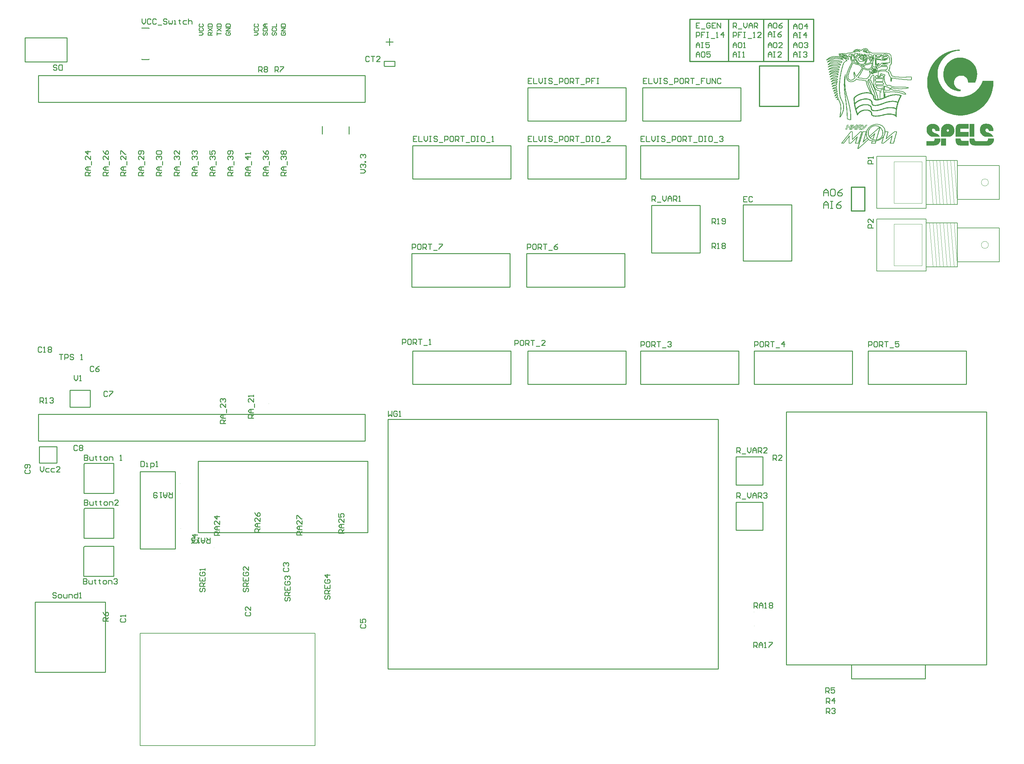
<source format=gto>
G04 Layer_Color=65535*
%FSLAX44Y44*%
%MOMM*%
G71*
G01*
G75*
%ADD25C,0.2000*%
%ADD26C,0.2540*%
%ADD33C,0.3000*%
%ADD56C,0.1000*%
%ADD57C,0.0250*%
%ADD58C,0.1500*%
%ADD59C,0.0250*%
%ADD60C,0.0584*%
D25*
X8819000Y6550000D02*
Y6646000D01*
X8730000Y6535500D02*
Y6660500D01*
X8589000Y6524000D02*
X8730000D01*
Y6535500D01*
X8819000D01*
Y6550000D01*
X8938000D01*
Y6646000D01*
X8819000D02*
X8938000D01*
X8819000D02*
Y6660500D01*
X8730000D02*
X8819000D01*
X8730000D02*
Y6672000D01*
X8589000D02*
X8730000D01*
X8589000Y6524000D02*
Y6672000D01*
X8819000Y6728000D02*
Y6824000D01*
X8730000Y6713500D02*
Y6838500D01*
X8589000Y6702000D02*
X8730000D01*
Y6713500D01*
X8819000D01*
Y6728000D01*
X8938000D01*
Y6824000D01*
X8819000D02*
X8938000D01*
X8819000D02*
Y6838500D01*
X8730000D02*
X8819000D01*
X8730000D02*
Y6850000D01*
X8589000D02*
X8730000D01*
X8589000Y6702000D02*
Y6850000D01*
X6493000Y5171800D02*
Y5491800D01*
X6503000D01*
X6991000D01*
X6493000Y5171800D02*
X6991000D01*
Y5331800D01*
Y5491800D01*
D26*
X8209000Y6712000D02*
X8302000D01*
X8209000Y6552000D02*
Y6712000D01*
Y6552000D02*
X8302000D01*
X8347000Y6598000D02*
Y6666000D01*
Y6712000D01*
Y6552000D02*
Y6598000D01*
X8302000Y6712000D02*
X8347000D01*
X8302000Y6552000D02*
X8347000D01*
X7948000Y6711000D02*
X8053000D01*
X7948000Y6575000D02*
Y6711000D01*
Y6575000D02*
X8053000D01*
X8086000Y6609000D02*
Y6677000D01*
Y6711000D01*
Y6575000D02*
Y6609000D01*
X8053000Y6711000D02*
X8086000D01*
X8053000Y6575000D02*
X8086000D01*
X8189000Y5785000D02*
Y5865000D01*
X8265000D01*
Y5785000D02*
Y5865000D01*
X8189000Y5785000D02*
X8265000D01*
X8189000Y5914000D02*
Y5994000D01*
X8265000D01*
Y5914000D02*
Y5994000D01*
X8189000Y5914000D02*
X8265000D01*
X8727000Y5362000D02*
Y5402000D01*
X8517000Y5362000D02*
X8727000D01*
X8517000D02*
Y5402000D01*
X8332000Y6122000D02*
X8902000D01*
X8332000Y5402000D02*
X8902000D01*
X8332000D02*
Y6099000D01*
X8902000Y5402000D02*
Y6072000D01*
X8332000Y6099000D02*
Y6122000D01*
X8902000Y6070000D02*
Y6122000D01*
X6165000Y7120000D02*
X6285000D01*
Y7188000D01*
X6165000D02*
X6285000D01*
X6165000Y7120000D02*
Y7188000D01*
X7011000Y6914250D02*
Y6932250D01*
Y6936250D01*
X7087000Y6913886D02*
Y6935250D01*
X6417500Y5890206D02*
Y5975794D01*
X6332794Y5890206D02*
X6417500D01*
X6332500Y5890500D02*
X6332794Y5890206D01*
X6334706Y5975794D02*
X6417500D01*
X6332500Y5890500D02*
Y5973588D01*
X6334412Y5975500D01*
X6417500Y5762206D02*
Y5847794D01*
X6332794Y5762206D02*
X6417500D01*
X6332500Y5762500D02*
X6332794Y5762206D01*
X6334706Y5847794D02*
X6417500D01*
X6332500Y5762500D02*
Y5845588D01*
X6334412Y5847500D01*
X6417300Y5653806D02*
Y5739394D01*
X6332594Y5653806D02*
X6417300D01*
X6332300Y5654100D02*
X6332594Y5653806D01*
X6334506Y5739394D02*
X6417300D01*
X6332300Y5654100D02*
Y5737188D01*
X6334212Y5739100D01*
X6256000Y5977000D02*
Y6023000D01*
X6206000Y5977000D02*
X6256000D01*
X6206000D02*
Y6023000D01*
X6256000D01*
X6493000Y5732000D02*
Y5952000D01*
X6593000D01*
Y5732000D02*
Y5952000D01*
X6493000Y5732000D02*
X6593000D01*
X7198000Y5390000D02*
Y6101000D01*
X8138000D01*
Y5390000D02*
Y6101000D01*
X7198000Y5390000D02*
X8138000D01*
X7268800Y6296000D02*
X7548200D01*
X7268800Y6200750D02*
Y6296000D01*
Y6200750D02*
X7548200D01*
Y6296000D01*
X7265800Y6573500D02*
X7545200D01*
X7265800Y6478250D02*
Y6573500D01*
Y6478250D02*
X7545200D01*
Y6573500D01*
X7592950D02*
X7872350D01*
X7592950Y6478250D02*
Y6573500D01*
Y6478250D02*
X7872350D01*
Y6573500D01*
X7916600Y6296000D02*
X8196000D01*
X7916600Y6200750D02*
Y6296000D01*
Y6200750D02*
X8196000D01*
Y6296000D01*
X7595950D02*
X7875350D01*
X7595950Y6200750D02*
Y6296000D01*
Y6200750D02*
X7875350D01*
Y6296000D01*
X8564400D02*
X8843800D01*
X8564400Y6200750D02*
Y6296000D01*
Y6200750D02*
X8843800D01*
Y6296000D01*
X8240500D02*
X8519900D01*
X8240500Y6200750D02*
Y6296000D01*
Y6200750D02*
X8519900D01*
Y6296000D01*
X7595950Y7046100D02*
X7875350D01*
X7595950Y6950850D02*
Y7046100D01*
Y6950850D02*
X7875350D01*
Y7046100D01*
X7923100D02*
X8202500D01*
X7923100Y6950850D02*
Y7046100D01*
Y6950850D02*
X8202500D01*
Y7046100D01*
X7916600Y6881000D02*
X8196000D01*
X7916600Y6785750D02*
Y6881000D01*
Y6785750D02*
X8196000D01*
Y6881000D01*
X7595950D02*
X7875350D01*
X7595950Y6785750D02*
Y6881000D01*
Y6785750D02*
X7875350D01*
Y6881000D01*
X7268800D02*
X7548200D01*
X7268800Y6785750D02*
Y6881000D01*
Y6785750D02*
X7548200D01*
Y6881000D01*
X6657600Y5778600D02*
Y5981800D01*
X7140200D01*
Y5778600D02*
Y5981800D01*
X6657600Y5778600D02*
X7140200D01*
X6293000Y6184000D02*
X6351000D01*
X6302500Y6136000D02*
X6337500D01*
X6293000D02*
Y6184000D01*
Y6136000D02*
X6302500D01*
X6344375D02*
X6350000D01*
X6337500D02*
X6344375D01*
X6351000Y6137000D02*
Y6184000D01*
X6350000Y6136000D02*
X6351000Y6137000D01*
X6193700Y5580300D02*
X6393700D01*
Y5380300D02*
Y5580300D01*
X6193700Y5380300D02*
X6393700D01*
X6193700D02*
Y5580300D01*
X7192250Y7176250D02*
X7212250D01*
X7202250Y7166250D02*
Y7186250D01*
X7187250Y7108250D02*
Y7121250D01*
Y7108250D02*
X7188250Y7107250D01*
X7217250D01*
Y7121250D01*
X7187250D02*
X7217250D01*
X6517000Y7216000D02*
X6518000Y7215000D01*
X6517000Y7126000D02*
X6518000Y7127000D01*
X6498000Y7126000D02*
X6517000D01*
X6497000Y7127000D02*
X6498000Y7126000D01*
X6497000Y7216000D02*
X6517000D01*
X6203200Y7004600D02*
X7132850D01*
Y7080800D01*
X6203200D02*
X7132850D01*
X6203200Y7004600D02*
Y7080800D01*
X6203100Y6039350D02*
X7132750D01*
Y6115550D01*
X6203100D02*
X7132750D01*
X6203100Y6039350D02*
Y6115550D01*
X6399907Y6178696D02*
X6397368Y6181235D01*
X6392289D01*
X6389750Y6178696D01*
Y6168539D01*
X6392289Y6166000D01*
X6397368D01*
X6399907Y6168539D01*
X6404985Y6181235D02*
X6415142D01*
Y6178696D01*
X6404985Y6168539D01*
Y6166000D01*
X6830000Y7090750D02*
Y7105985D01*
X6837618D01*
X6840157Y7103446D01*
Y7098367D01*
X6837618Y7095828D01*
X6830000D01*
X6835078D02*
X6840157Y7090750D01*
X6845235Y7103446D02*
X6847774Y7105985D01*
X6852853D01*
X6855392Y7103446D01*
Y7100907D01*
X6852853Y7098367D01*
X6855392Y7095828D01*
Y7093289D01*
X6852853Y7090750D01*
X6847774D01*
X6845235Y7093289D01*
Y7095828D01*
X6847774Y7098367D01*
X6845235Y7100907D01*
Y7103446D01*
X6847774Y7098367D02*
X6852853D01*
X6876000Y7090500D02*
Y7105735D01*
X6883618D01*
X6886157Y7103196D01*
Y7098118D01*
X6883618Y7095578D01*
X6876000D01*
X6881078D02*
X6886157Y7090500D01*
X6891235Y7105735D02*
X6901392D01*
Y7103196D01*
X6891235Y7093039D01*
Y7090500D01*
X6167304Y5957157D02*
X6164765Y5954617D01*
Y5949539D01*
X6167304Y5947000D01*
X6177461D01*
X6180000Y5949539D01*
Y5954617D01*
X6177461Y5957157D01*
Y5962235D02*
X6180000Y5964774D01*
Y5969852D01*
X6177461Y5972392D01*
X6167304D01*
X6164765Y5969852D01*
Y5964774D01*
X6167304Y5962235D01*
X6169843D01*
X6172382Y5964774D01*
Y5972392D01*
X6313907Y6024946D02*
X6311368Y6027485D01*
X6306289D01*
X6303750Y6024946D01*
Y6014789D01*
X6306289Y6012250D01*
X6311368D01*
X6313907Y6014789D01*
X6318985Y6024946D02*
X6321524Y6027485D01*
X6326603D01*
X6329142Y6024946D01*
Y6022407D01*
X6326603Y6019868D01*
X6329142Y6017328D01*
Y6014789D01*
X6326603Y6012250D01*
X6321524D01*
X6318985Y6014789D01*
Y6017328D01*
X6321524Y6019868D01*
X6318985Y6022407D01*
Y6024946D01*
X6321524Y6019868D02*
X6326603D01*
X6360387Y6249966D02*
X6357847Y6252505D01*
X6352769D01*
X6350230Y6249966D01*
Y6239809D01*
X6352769Y6237270D01*
X6357847D01*
X6360387Y6239809D01*
X6375622Y6252505D02*
X6370543Y6249966D01*
X6365465Y6244888D01*
Y6239809D01*
X6368004Y6237270D01*
X6373083D01*
X6375622Y6239809D01*
Y6242348D01*
X6373083Y6244888D01*
X6365465D01*
X6208000Y5966235D02*
Y5956078D01*
X6213079Y5951000D01*
X6218157Y5956078D01*
Y5966235D01*
X6233392Y5961157D02*
X6225775D01*
X6223235Y5958618D01*
Y5953539D01*
X6225775Y5951000D01*
X6233392D01*
X6248627Y5961157D02*
X6241010D01*
X6238470Y5958618D01*
Y5953539D01*
X6241010Y5951000D01*
X6248627D01*
X6263862D02*
X6253705D01*
X6263862Y5961157D01*
Y5963696D01*
X6261323Y5966235D01*
X6256245D01*
X6253705Y5963696D01*
X7119515Y6802750D02*
X7129672D01*
X7134750Y6807828D01*
X7129672Y6812906D01*
X7119515D01*
X7122054Y6817985D02*
X7119515Y6820524D01*
Y6825602D01*
X7122054Y6828142D01*
X7124594D01*
X7127133Y6825602D01*
Y6823063D01*
Y6825602D01*
X7129672Y6828142D01*
X7132211D01*
X7134750Y6825602D01*
Y6820524D01*
X7132211Y6817985D01*
X7134750Y6833220D02*
X7132211D01*
Y6835759D01*
X7134750D01*
Y6833220D01*
X7122054Y6845916D02*
X7119515Y6848455D01*
Y6853533D01*
X7122054Y6856073D01*
X7124594D01*
X7127133Y6853533D01*
Y6850994D01*
Y6853533D01*
X7129672Y6856073D01*
X7132211D01*
X7134750Y6853533D01*
Y6848455D01*
X7132211Y6845916D01*
X6305000Y6226735D02*
Y6216578D01*
X6310078Y6211500D01*
X6315157Y6216578D01*
Y6226735D01*
X6320235Y6211500D02*
X6325313D01*
X6322774D01*
Y6226735D01*
X6320235Y6224196D01*
X6263000Y6286235D02*
X6273157D01*
X6268078D01*
Y6271000D01*
X6278235D02*
Y6286235D01*
X6285853D01*
X6288392Y6283696D01*
Y6278618D01*
X6285853Y6276078D01*
X6278235D01*
X6303627Y6283696D02*
X6301088Y6286235D01*
X6296010D01*
X6293470Y6283696D01*
Y6281157D01*
X6296010Y6278618D01*
X6301088D01*
X6303627Y6276078D01*
Y6273539D01*
X6301088Y6271000D01*
X6296010D01*
X6293470Y6273539D01*
X6323940Y6271000D02*
X6329019D01*
X6326479D01*
Y6286235D01*
X6323940Y6283696D01*
X6207250Y6147500D02*
Y6162735D01*
X6214868D01*
X6217407Y6160196D01*
Y6155118D01*
X6214868Y6152578D01*
X6207250D01*
X6212328D02*
X6217407Y6147500D01*
X6222485D02*
X6227563D01*
X6225024D01*
Y6162735D01*
X6222485Y6160196D01*
X6235181D02*
X6237720Y6162735D01*
X6242798D01*
X6245338Y6160196D01*
Y6157657D01*
X6242798Y6155118D01*
X6240259D01*
X6242798D01*
X6245338Y6152578D01*
Y6150039D01*
X6242798Y6147500D01*
X6237720D01*
X6235181Y6150039D01*
X6212295Y6304734D02*
X6209756Y6307273D01*
X6204677D01*
X6202138Y6304734D01*
Y6294577D01*
X6204677Y6292038D01*
X6209756D01*
X6212295Y6294577D01*
X6217373Y6292038D02*
X6222451D01*
X6219912D01*
Y6307273D01*
X6217373Y6304734D01*
X6230069D02*
X6232608Y6307273D01*
X6237687D01*
X6240226Y6304734D01*
Y6302195D01*
X6237687Y6299656D01*
X6240226Y6297117D01*
Y6294577D01*
X6237687Y6292038D01*
X6232608D01*
X6230069Y6294577D01*
Y6297117D01*
X6232608Y6299656D01*
X6230069Y6302195D01*
Y6304734D01*
X6232608Y6299656D02*
X6237687D01*
X7144657Y7133446D02*
X7142117Y7135985D01*
X7137039D01*
X7134500Y7133446D01*
Y7123289D01*
X7137039Y7120750D01*
X7142117D01*
X7144657Y7123289D01*
X7149735Y7135985D02*
X7159892D01*
X7154813D01*
Y7120750D01*
X7175127D02*
X7164970D01*
X7175127Y7130907D01*
Y7133446D01*
X7172588Y7135985D01*
X7167509D01*
X7164970Y7133446D01*
X7280303Y6907775D02*
X7270146D01*
Y6892540D01*
X7280303D01*
X7270146Y6900157D02*
X7275224D01*
X7285381Y6907775D02*
Y6892540D01*
X7295538D01*
X7300616Y6907775D02*
Y6897618D01*
X7305695Y6892540D01*
X7310773Y6897618D01*
Y6907775D01*
X7315851D02*
X7320930D01*
X7318391D01*
Y6892540D01*
X7315851D01*
X7320930D01*
X7338704Y6905236D02*
X7336165Y6907775D01*
X7331086D01*
X7328547Y6905236D01*
Y6902697D01*
X7331086Y6900157D01*
X7336165D01*
X7338704Y6897618D01*
Y6895079D01*
X7336165Y6892540D01*
X7331086D01*
X7328547Y6895079D01*
X7343782Y6890001D02*
X7353939D01*
X7359017Y6892540D02*
Y6907775D01*
X7366635D01*
X7369174Y6905236D01*
Y6900157D01*
X7366635Y6897618D01*
X7359017D01*
X7381870Y6907775D02*
X7376791D01*
X7374252Y6905236D01*
Y6895079D01*
X7376791Y6892540D01*
X7381870D01*
X7384409Y6895079D01*
Y6905236D01*
X7381870Y6907775D01*
X7389487Y6892540D02*
Y6907775D01*
X7397105D01*
X7399644Y6905236D01*
Y6900157D01*
X7397105Y6897618D01*
X7389487D01*
X7394565D02*
X7399644Y6892540D01*
X7404722Y6907775D02*
X7414879D01*
X7409801D01*
Y6892540D01*
X7419957Y6890001D02*
X7430114D01*
X7435193Y6907775D02*
Y6892540D01*
X7442810D01*
X7445349Y6895079D01*
Y6905236D01*
X7442810Y6907775D01*
X7435193D01*
X7450428D02*
X7455506D01*
X7452967D01*
Y6892540D01*
X7450428D01*
X7455506D01*
X7470741Y6907775D02*
X7465663D01*
X7463124Y6905236D01*
Y6895079D01*
X7465663Y6892540D01*
X7470741D01*
X7473280Y6895079D01*
Y6905236D01*
X7470741Y6907775D01*
X7478359Y6890001D02*
X7488515D01*
X7493594Y6892540D02*
X7498672D01*
X7496133D01*
Y6907775D01*
X7493594Y6905236D01*
X7607441Y6907711D02*
X7597284D01*
Y6892476D01*
X7607441D01*
X7597284Y6900093D02*
X7602363D01*
X7612519Y6907711D02*
Y6892476D01*
X7622676D01*
X7627754Y6907711D02*
Y6897554D01*
X7632833Y6892476D01*
X7637911Y6897554D01*
Y6907711D01*
X7642990D02*
X7648068D01*
X7645529D01*
Y6892476D01*
X7642990D01*
X7648068D01*
X7665842Y6905172D02*
X7663303Y6907711D01*
X7658224D01*
X7655685Y6905172D01*
Y6902632D01*
X7658224Y6900093D01*
X7663303D01*
X7665842Y6897554D01*
Y6895015D01*
X7663303Y6892476D01*
X7658224D01*
X7655685Y6895015D01*
X7670920Y6889937D02*
X7681077D01*
X7686155Y6892476D02*
Y6907711D01*
X7693773D01*
X7696312Y6905172D01*
Y6900093D01*
X7693773Y6897554D01*
X7686155D01*
X7709008Y6907711D02*
X7703929D01*
X7701390Y6905172D01*
Y6895015D01*
X7703929Y6892476D01*
X7709008D01*
X7711547Y6895015D01*
Y6905172D01*
X7709008Y6907711D01*
X7716625Y6892476D02*
Y6907711D01*
X7724243D01*
X7726782Y6905172D01*
Y6900093D01*
X7724243Y6897554D01*
X7716625D01*
X7721704D02*
X7726782Y6892476D01*
X7731860Y6907711D02*
X7742017D01*
X7736939D01*
Y6892476D01*
X7747095Y6889937D02*
X7757252D01*
X7762331Y6907711D02*
Y6892476D01*
X7769948D01*
X7772487Y6895015D01*
Y6905172D01*
X7769948Y6907711D01*
X7762331D01*
X7777566D02*
X7782644D01*
X7780105D01*
Y6892476D01*
X7777566D01*
X7782644D01*
X7797879Y6907711D02*
X7792801D01*
X7790262Y6905172D01*
Y6895015D01*
X7792801Y6892476D01*
X7797879D01*
X7800419Y6895015D01*
Y6905172D01*
X7797879Y6907711D01*
X7805497Y6889937D02*
X7815654D01*
X7830889Y6892476D02*
X7820732D01*
X7830889Y6902632D01*
Y6905172D01*
X7828349Y6907711D01*
X7823271D01*
X7820732Y6905172D01*
X7928149Y6907571D02*
X7917992D01*
Y6892336D01*
X7928149D01*
X7917992Y6899954D02*
X7923071D01*
X7933227Y6907571D02*
Y6892336D01*
X7943384D01*
X7948463Y6907571D02*
Y6897415D01*
X7953541Y6892336D01*
X7958619Y6897415D01*
Y6907571D01*
X7963698D02*
X7968776D01*
X7966237D01*
Y6892336D01*
X7963698D01*
X7968776D01*
X7986550Y6905032D02*
X7984011Y6907571D01*
X7978932D01*
X7976393Y6905032D01*
Y6902493D01*
X7978932Y6899954D01*
X7984011D01*
X7986550Y6897415D01*
Y6894875D01*
X7984011Y6892336D01*
X7978932D01*
X7976393Y6894875D01*
X7991628Y6889797D02*
X8001785D01*
X8006863Y6892336D02*
Y6907571D01*
X8014481D01*
X8017020Y6905032D01*
Y6899954D01*
X8014481Y6897415D01*
X8006863D01*
X8029716Y6907571D02*
X8024637D01*
X8022098Y6905032D01*
Y6894875D01*
X8024637Y6892336D01*
X8029716D01*
X8032255Y6894875D01*
Y6905032D01*
X8029716Y6907571D01*
X8037333Y6892336D02*
Y6907571D01*
X8044951D01*
X8047490Y6905032D01*
Y6899954D01*
X8044951Y6897415D01*
X8037333D01*
X8042412D02*
X8047490Y6892336D01*
X8052568Y6907571D02*
X8062725D01*
X8057647D01*
Y6892336D01*
X8067804Y6889797D02*
X8077960D01*
X8083039Y6907571D02*
Y6892336D01*
X8090656D01*
X8093196Y6894875D01*
Y6905032D01*
X8090656Y6907571D01*
X8083039D01*
X8098274D02*
X8103352D01*
X8100813D01*
Y6892336D01*
X8098274D01*
X8103352D01*
X8118587Y6907571D02*
X8113509D01*
X8110970Y6905032D01*
Y6894875D01*
X8113509Y6892336D01*
X8118587D01*
X8121126Y6894875D01*
Y6905032D01*
X8118587Y6907571D01*
X8126205Y6889797D02*
X8136362D01*
X8141440Y6905032D02*
X8143979Y6907571D01*
X8149058D01*
X8151597Y6905032D01*
Y6902493D01*
X8149058Y6899954D01*
X8146518D01*
X8149058D01*
X8151597Y6897415D01*
Y6894875D01*
X8149058Y6892336D01*
X8143979D01*
X8141440Y6894875D01*
X7934481Y7072793D02*
X7924324D01*
Y7057558D01*
X7934481D01*
X7924324Y7065176D02*
X7929402D01*
X7939559Y7072793D02*
Y7057558D01*
X7949716D01*
X7954794Y7072793D02*
Y7062636D01*
X7959872Y7057558D01*
X7964951Y7062636D01*
Y7072793D01*
X7970029D02*
X7975107D01*
X7972568D01*
Y7057558D01*
X7970029D01*
X7975107D01*
X7992882Y7070254D02*
X7990343Y7072793D01*
X7985264D01*
X7982725Y7070254D01*
Y7067715D01*
X7985264Y7065176D01*
X7990343D01*
X7992882Y7062636D01*
Y7060097D01*
X7990343Y7057558D01*
X7985264D01*
X7982725Y7060097D01*
X7997960Y7055019D02*
X8008117D01*
X8013195Y7057558D02*
Y7072793D01*
X8020813D01*
X8023352Y7070254D01*
Y7065176D01*
X8020813Y7062636D01*
X8013195D01*
X8036048Y7072793D02*
X8030970D01*
X8028431Y7070254D01*
Y7060097D01*
X8030970Y7057558D01*
X8036048D01*
X8038587Y7060097D01*
Y7070254D01*
X8036048Y7072793D01*
X8043666Y7057558D02*
Y7072793D01*
X8051283D01*
X8053822Y7070254D01*
Y7065176D01*
X8051283Y7062636D01*
X8043666D01*
X8048744D02*
X8053822Y7057558D01*
X8058901Y7072793D02*
X8069057D01*
X8063979D01*
Y7057558D01*
X8074136Y7055019D02*
X8084293D01*
X8099528Y7072793D02*
X8089371D01*
Y7065176D01*
X8094449D01*
X8089371D01*
Y7057558D01*
X8104606Y7072793D02*
Y7060097D01*
X8107145Y7057558D01*
X8112224D01*
X8114763Y7060097D01*
Y7072793D01*
X8119841Y7057558D02*
Y7072793D01*
X8129998Y7057558D01*
Y7072793D01*
X8145233Y7070254D02*
X8142693Y7072793D01*
X8137615D01*
X8135076Y7070254D01*
Y7060097D01*
X8137615Y7057558D01*
X8142693D01*
X8145233Y7060097D01*
X7607361Y7072863D02*
X7597204D01*
Y7057628D01*
X7607361D01*
X7597204Y7065245D02*
X7602282D01*
X7612439Y7072863D02*
Y7057628D01*
X7622596D01*
X7627674Y7072863D02*
Y7062706D01*
X7632753Y7057628D01*
X7637831Y7062706D01*
Y7072863D01*
X7642910D02*
X7647988D01*
X7645449D01*
Y7057628D01*
X7642910D01*
X7647988D01*
X7665762Y7070324D02*
X7663223Y7072863D01*
X7658145D01*
X7655605Y7070324D01*
Y7067784D01*
X7658145Y7065245D01*
X7663223D01*
X7665762Y7062706D01*
Y7060167D01*
X7663223Y7057628D01*
X7658145D01*
X7655605Y7060167D01*
X7670840Y7055089D02*
X7680997D01*
X7686075Y7057628D02*
Y7072863D01*
X7693693D01*
X7696232Y7070324D01*
Y7065245D01*
X7693693Y7062706D01*
X7686075D01*
X7708928Y7072863D02*
X7703849D01*
X7701310Y7070324D01*
Y7060167D01*
X7703849Y7057628D01*
X7708928D01*
X7711467Y7060167D01*
Y7070324D01*
X7708928Y7072863D01*
X7716545Y7057628D02*
Y7072863D01*
X7724163D01*
X7726702Y7070324D01*
Y7065245D01*
X7724163Y7062706D01*
X7716545D01*
X7721624D02*
X7726702Y7057628D01*
X7731780Y7072863D02*
X7741937D01*
X7736859D01*
Y7057628D01*
X7747015Y7055089D02*
X7757172D01*
X7762251Y7057628D02*
Y7072863D01*
X7769868D01*
X7772407Y7070324D01*
Y7065245D01*
X7769868Y7062706D01*
X7762251D01*
X7787642Y7072863D02*
X7777486D01*
Y7065245D01*
X7782564D01*
X7777486D01*
Y7057628D01*
X7792721Y7072863D02*
X7797799D01*
X7795260D01*
Y7057628D01*
X7792721D01*
X7797799D01*
X8241648Y6307438D02*
Y6322673D01*
X8249266D01*
X8251805Y6320134D01*
Y6315056D01*
X8249266Y6312516D01*
X8241648D01*
X8264501Y6322673D02*
X8259422D01*
X8256883Y6320134D01*
Y6309977D01*
X8259422Y6307438D01*
X8264501D01*
X8267040Y6309977D01*
Y6320134D01*
X8264501Y6322673D01*
X8272118Y6307438D02*
Y6322673D01*
X8279736D01*
X8282275Y6320134D01*
Y6315056D01*
X8279736Y6312516D01*
X8272118D01*
X8277197D02*
X8282275Y6307438D01*
X8287353Y6322673D02*
X8297510D01*
X8292432D01*
Y6307438D01*
X8302589Y6304899D02*
X8312745D01*
X8325441Y6307438D02*
Y6322673D01*
X8317823Y6315056D01*
X8327980D01*
X7199232Y6125061D02*
Y6109826D01*
X7204310Y6114904D01*
X7209388Y6109826D01*
Y6125061D01*
X7224624Y6122522D02*
X7222084Y6125061D01*
X7217006D01*
X7214467Y6122522D01*
Y6112365D01*
X7217006Y6109826D01*
X7222084D01*
X7224624Y6112365D01*
Y6117443D01*
X7219545D01*
X7229702Y6109826D02*
X7234780D01*
X7232241D01*
Y6125061D01*
X7229702Y6122522D01*
X6706023Y6795500D02*
X6690788D01*
Y6803118D01*
X6693327Y6805657D01*
X6698405D01*
X6700944Y6803118D01*
Y6795500D01*
Y6800579D02*
X6706023Y6805657D01*
Y6810735D02*
X6695866D01*
X6690788Y6815814D01*
X6695866Y6820892D01*
X6706023D01*
X6698405D01*
Y6810735D01*
X6708562Y6825970D02*
Y6836127D01*
X6693327Y6841205D02*
X6690788Y6843745D01*
Y6848823D01*
X6693327Y6851362D01*
X6695866D01*
X6698405Y6848823D01*
Y6846284D01*
Y6848823D01*
X6700944Y6851362D01*
X6703483D01*
X6706023Y6848823D01*
Y6843745D01*
X6703483Y6841205D01*
X6690788Y6866597D02*
Y6856440D01*
X6698405D01*
X6695866Y6861519D01*
Y6864058D01*
X6698405Y6866597D01*
X6703483D01*
X6706023Y6864058D01*
Y6858979D01*
X6703483Y6856440D01*
X6655341Y6795500D02*
X6640106D01*
Y6803118D01*
X6642645Y6805657D01*
X6647723D01*
X6650262Y6803118D01*
Y6795500D01*
Y6800578D02*
X6655341Y6805657D01*
Y6810735D02*
X6645184D01*
X6640106Y6815814D01*
X6645184Y6820892D01*
X6655341D01*
X6647723D01*
Y6810735D01*
X6657880Y6825970D02*
Y6836127D01*
X6642645Y6841205D02*
X6640106Y6843745D01*
Y6848823D01*
X6642645Y6851362D01*
X6645184D01*
X6647723Y6848823D01*
Y6846284D01*
Y6848823D01*
X6650262Y6851362D01*
X6652802D01*
X6655341Y6848823D01*
Y6843745D01*
X6652802Y6841205D01*
X6642645Y6856440D02*
X6640106Y6858979D01*
Y6864058D01*
X6642645Y6866597D01*
X6645184D01*
X6647723Y6864058D01*
Y6861519D01*
Y6864058D01*
X6650262Y6866597D01*
X6652802D01*
X6655341Y6864058D01*
Y6858979D01*
X6652802Y6856440D01*
X6604659Y6795500D02*
X6589424D01*
Y6803118D01*
X6591964Y6805657D01*
X6597042D01*
X6599581Y6803118D01*
Y6795500D01*
Y6800579D02*
X6604659Y6805657D01*
Y6810735D02*
X6594503D01*
X6589424Y6815814D01*
X6594503Y6820892D01*
X6604659D01*
X6597042D01*
Y6810735D01*
X6607198Y6825970D02*
Y6836127D01*
X6591964Y6841205D02*
X6589424Y6843745D01*
Y6848823D01*
X6591964Y6851362D01*
X6594503D01*
X6597042Y6848823D01*
Y6846284D01*
Y6848823D01*
X6599581Y6851362D01*
X6602120D01*
X6604659Y6848823D01*
Y6843745D01*
X6602120Y6841205D01*
X6604659Y6866597D02*
Y6856440D01*
X6594503Y6866597D01*
X6591964D01*
X6589424Y6864058D01*
Y6858979D01*
X6591964Y6856440D01*
X6553977Y6795500D02*
X6538742D01*
Y6803118D01*
X6541281Y6805657D01*
X6546360D01*
X6548899Y6803118D01*
Y6795500D01*
Y6800579D02*
X6553977Y6805657D01*
Y6810735D02*
X6543821D01*
X6538742Y6815814D01*
X6543821Y6820892D01*
X6553977D01*
X6546360D01*
Y6810735D01*
X6556517Y6825970D02*
Y6836127D01*
X6541281Y6841205D02*
X6538742Y6843745D01*
Y6848823D01*
X6541281Y6851362D01*
X6543821D01*
X6546360Y6848823D01*
Y6846284D01*
Y6848823D01*
X6548899Y6851362D01*
X6551438D01*
X6553977Y6848823D01*
Y6843745D01*
X6551438Y6841205D01*
X6541281Y6856440D02*
X6538742Y6858979D01*
Y6864058D01*
X6541281Y6866597D01*
X6551438D01*
X6553977Y6864058D01*
Y6858979D01*
X6551438Y6856440D01*
X6541281D01*
X6503295Y6795500D02*
X6488060D01*
Y6803118D01*
X6490599Y6805657D01*
X6495678D01*
X6498217Y6803118D01*
Y6795500D01*
Y6800578D02*
X6503295Y6805657D01*
Y6810735D02*
X6493138D01*
X6488060Y6815814D01*
X6493138Y6820892D01*
X6503295D01*
X6495678D01*
Y6810735D01*
X6505834Y6825970D02*
Y6836127D01*
X6503295Y6851362D02*
Y6841205D01*
X6493138Y6851362D01*
X6490599D01*
X6488060Y6848823D01*
Y6843745D01*
X6490599Y6841205D01*
X6500756Y6856440D02*
X6503295Y6858979D01*
Y6864058D01*
X6500756Y6866597D01*
X6490599D01*
X6488060Y6864058D01*
Y6858979D01*
X6490599Y6856440D01*
X6493138D01*
X6495678Y6858979D01*
Y6866597D01*
X6452614Y6795500D02*
X6437379D01*
Y6803118D01*
X6439918Y6805657D01*
X6444996D01*
X6447535Y6803118D01*
Y6795500D01*
Y6800579D02*
X6452614Y6805657D01*
Y6810735D02*
X6442457D01*
X6437379Y6815814D01*
X6442457Y6820892D01*
X6452614D01*
X6444996D01*
Y6810735D01*
X6455153Y6825970D02*
Y6836127D01*
X6452614Y6851362D02*
Y6841205D01*
X6442457Y6851362D01*
X6439918D01*
X6437379Y6848823D01*
Y6843745D01*
X6439918Y6841205D01*
X6437379Y6856440D02*
Y6866597D01*
X6439918D01*
X6450074Y6856440D01*
X6452614D01*
X6401932Y6795500D02*
X6386697D01*
Y6803118D01*
X6389236Y6805657D01*
X6394315D01*
X6396854Y6803118D01*
Y6795500D01*
Y6800579D02*
X6401932Y6805657D01*
Y6810735D02*
X6391775D01*
X6386697Y6815814D01*
X6391775Y6820892D01*
X6401932D01*
X6394315D01*
Y6810735D01*
X6404471Y6825970D02*
Y6836127D01*
X6401932Y6851362D02*
Y6841205D01*
X6391775Y6851362D01*
X6389236D01*
X6386697Y6848823D01*
Y6843745D01*
X6389236Y6841205D01*
X6386697Y6866597D02*
X6389236Y6861519D01*
X6394315Y6856440D01*
X6399393D01*
X6401932Y6858979D01*
Y6864058D01*
X6399393Y6866597D01*
X6396854D01*
X6394315Y6864058D01*
Y6856440D01*
X6351250Y6795500D02*
X6336015D01*
Y6803118D01*
X6338554Y6805657D01*
X6343632D01*
X6346172Y6803118D01*
Y6795500D01*
Y6800578D02*
X6351250Y6805657D01*
Y6810735D02*
X6341093D01*
X6336015Y6815814D01*
X6341093Y6820892D01*
X6351250D01*
X6343632D01*
Y6810735D01*
X6353789Y6825970D02*
Y6836127D01*
X6351250Y6851362D02*
Y6841205D01*
X6341093Y6851362D01*
X6338554D01*
X6336015Y6848823D01*
Y6843745D01*
X6338554Y6841205D01*
X6351250Y6864058D02*
X6336015D01*
X6343632Y6856440D01*
Y6866597D01*
X6736250Y6089500D02*
X6721015D01*
Y6097117D01*
X6723554Y6099657D01*
X6728632D01*
X6731172Y6097117D01*
Y6089500D01*
Y6094578D02*
X6736250Y6099657D01*
Y6104735D02*
X6726093D01*
X6721015Y6109813D01*
X6726093Y6114892D01*
X6736250D01*
X6728632D01*
Y6104735D01*
X6738789Y6119970D02*
Y6130127D01*
X6736250Y6145362D02*
Y6135205D01*
X6726093Y6145362D01*
X6723554D01*
X6721015Y6142823D01*
Y6137744D01*
X6723554Y6135205D01*
Y6150440D02*
X6721015Y6152980D01*
Y6158058D01*
X6723554Y6160597D01*
X6726093D01*
X6728632Y6158058D01*
Y6155519D01*
Y6158058D01*
X6731172Y6160597D01*
X6733711D01*
X6736250Y6158058D01*
Y6152980D01*
X6733711Y6150440D01*
X6815250Y6104250D02*
X6800015D01*
Y6111868D01*
X6802554Y6114407D01*
X6807632D01*
X6810172Y6111868D01*
Y6104250D01*
Y6109328D02*
X6815250Y6114407D01*
Y6119485D02*
X6805093D01*
X6800015Y6124564D01*
X6805093Y6129642D01*
X6815250D01*
X6807632D01*
Y6119485D01*
X6817789Y6134720D02*
Y6144877D01*
X6815250Y6160112D02*
Y6149955D01*
X6805093Y6160112D01*
X6802554D01*
X6800015Y6157573D01*
Y6152495D01*
X6802554Y6149955D01*
X6815250Y6165190D02*
Y6170269D01*
Y6167729D01*
X6800015D01*
X6802554Y6165190D01*
X8294068Y5983914D02*
Y5999149D01*
X8301686D01*
X8304225Y5996610D01*
Y5991531D01*
X8301686Y5988992D01*
X8294068D01*
X8299146D02*
X8304225Y5983914D01*
X8319460D02*
X8309303D01*
X8319460Y5994070D01*
Y5996610D01*
X8316921Y5999149D01*
X8311842D01*
X8309303Y5996610D01*
X8565752Y6307438D02*
Y6322673D01*
X8573370D01*
X8575909Y6320134D01*
Y6315056D01*
X8573370Y6312516D01*
X8565752D01*
X8588605Y6322673D02*
X8583526D01*
X8580987Y6320134D01*
Y6309977D01*
X8583526Y6307438D01*
X8588605D01*
X8591144Y6309977D01*
Y6320134D01*
X8588605Y6322673D01*
X8596222Y6307438D02*
Y6322673D01*
X8603840D01*
X8606379Y6320134D01*
Y6315056D01*
X8603840Y6312516D01*
X8596222D01*
X8601301D02*
X8606379Y6307438D01*
X8611457Y6322673D02*
X8621614D01*
X8616536D01*
Y6307438D01*
X8626693Y6304899D02*
X8636849D01*
X8652084Y6322673D02*
X8641927D01*
Y6315056D01*
X8647006Y6317595D01*
X8649545D01*
X8652084Y6315056D01*
Y6309977D01*
X8649545Y6307438D01*
X8644467D01*
X8641927Y6309977D01*
X7558500Y6311500D02*
Y6326735D01*
X7566118D01*
X7568657Y6324196D01*
Y6319117D01*
X7566118Y6316578D01*
X7558500D01*
X7581353Y6326735D02*
X7576274D01*
X7573735Y6324196D01*
Y6314039D01*
X7576274Y6311500D01*
X7581353D01*
X7583892Y6314039D01*
Y6324196D01*
X7581353Y6326735D01*
X7588970Y6311500D02*
Y6326735D01*
X7596588D01*
X7599127Y6324196D01*
Y6319117D01*
X7596588Y6316578D01*
X7588970D01*
X7594048D02*
X7599127Y6311500D01*
X7604205Y6326735D02*
X7614362D01*
X7609283D01*
Y6311500D01*
X7619440Y6308961D02*
X7629597D01*
X7644832Y6311500D02*
X7634675D01*
X7644832Y6321656D01*
Y6324196D01*
X7642293Y6326735D01*
X7637214D01*
X7634675Y6324196D01*
X7917798Y6307438D02*
Y6322673D01*
X7925416D01*
X7927955Y6320134D01*
Y6315056D01*
X7925416Y6312516D01*
X7917798D01*
X7933033Y6320134D02*
X7935573Y6322673D01*
X7940651D01*
X7943190Y6320134D01*
Y6309977D01*
X7940651Y6307438D01*
X7935573D01*
X7933033Y6309977D01*
Y6320134D01*
X7948268Y6307438D02*
Y6322673D01*
X7955886D01*
X7958425Y6320134D01*
Y6315056D01*
X7955886Y6312516D01*
X7948268D01*
X7953347D02*
X7958425Y6307438D01*
X7963503Y6322673D02*
X7973660D01*
X7968582D01*
Y6307438D01*
X7978738Y6304899D02*
X7988895D01*
X7993973Y6320134D02*
X7996512Y6322673D01*
X8001591D01*
X8004130Y6320134D01*
Y6317595D01*
X8001591Y6315056D01*
X7999052D01*
X8001591D01*
X8004130Y6312516D01*
Y6309977D01*
X8001591Y6307438D01*
X7996512D01*
X7993973Y6309977D01*
X6253857Y5604996D02*
X6251318Y5607535D01*
X6246239D01*
X6243700Y5604996D01*
Y5602457D01*
X6246239Y5599918D01*
X6251318D01*
X6253857Y5597379D01*
Y5594839D01*
X6251318Y5592300D01*
X6246239D01*
X6243700Y5594839D01*
X6261474Y5592300D02*
X6266553D01*
X6269092Y5594839D01*
Y5599918D01*
X6266553Y5602457D01*
X6261474D01*
X6258935Y5599918D01*
Y5594839D01*
X6261474Y5592300D01*
X6274170Y5602457D02*
Y5594839D01*
X6276710Y5592300D01*
X6284327D01*
Y5602457D01*
X6289405Y5592300D02*
Y5602457D01*
X6297023D01*
X6299562Y5599918D01*
Y5592300D01*
X6314797Y5607535D02*
Y5592300D01*
X6307180D01*
X6304641Y5594839D01*
Y5599918D01*
X6307180Y5602457D01*
X6314797D01*
X6319875Y5592300D02*
X6324954D01*
X6322415D01*
Y5607535D01*
X6319875Y5604996D01*
X6584250Y5892500D02*
Y5877265D01*
X6576633D01*
X6574093Y5879804D01*
Y5884882D01*
X6576633Y5887422D01*
X6584250D01*
X6579172D02*
X6574093Y5892500D01*
X6569015D02*
Y5882343D01*
X6563937Y5877265D01*
X6558858Y5882343D01*
Y5892500D01*
Y5884882D01*
X6569015D01*
X6553780Y5892500D02*
X6548702D01*
X6551241D01*
Y5877265D01*
X6553780Y5879804D01*
X6541084Y5889961D02*
X6538545Y5892500D01*
X6533467D01*
X6530927Y5889961D01*
Y5879804D01*
X6533467Y5877265D01*
X6538545D01*
X6541084Y5879804D01*
Y5882343D01*
X6538545Y5884882D01*
X6530927D01*
X8239286Y5563306D02*
Y5578541D01*
X8246904D01*
X8249443Y5576002D01*
Y5570923D01*
X8246904Y5568384D01*
X8239286D01*
X8244365D02*
X8249443Y5563306D01*
X8254521D02*
Y5573463D01*
X8259600Y5578541D01*
X8264678Y5573463D01*
Y5563306D01*
Y5570923D01*
X8254521D01*
X8269756Y5563306D02*
X8274835D01*
X8272296D01*
Y5578541D01*
X8269756Y5576002D01*
X8282452D02*
X8284991Y5578541D01*
X8290070D01*
X8292609Y5576002D01*
Y5573463D01*
X8290070Y5570923D01*
X8292609Y5568384D01*
Y5565845D01*
X8290070Y5563306D01*
X8284991D01*
X8282452Y5565845D01*
Y5568384D01*
X8284991Y5570923D01*
X8282452Y5573463D01*
Y5576002D01*
X8284991Y5570923D02*
X8290070D01*
X8239000Y5450500D02*
Y5465735D01*
X8246617D01*
X8249156Y5463196D01*
Y5458118D01*
X8246617Y5455578D01*
X8239000D01*
X8244078D02*
X8249156Y5450500D01*
X8254235D02*
Y5460657D01*
X8259313Y5465735D01*
X8264392Y5460657D01*
Y5450500D01*
Y5458118D01*
X8254235D01*
X8269470Y5450500D02*
X8274548D01*
X8272009D01*
Y5465735D01*
X8269470Y5463196D01*
X8282166Y5465735D02*
X8292323D01*
Y5463196D01*
X8282166Y5453039D01*
Y5450500D01*
X6691750Y5763250D02*
Y5748015D01*
X6684133D01*
X6681593Y5750554D01*
Y5755632D01*
X6684133Y5758171D01*
X6691750D01*
X6686672D02*
X6681593Y5763250D01*
X6676515D02*
Y5753093D01*
X6671437Y5748015D01*
X6666358Y5753093D01*
Y5763250D01*
Y5755632D01*
X6676515D01*
X6661280Y5763250D02*
X6656202D01*
X6658741D01*
Y5748015D01*
X6661280Y5750554D01*
X6638427Y5748015D02*
X6643506Y5750554D01*
X6648584Y5755632D01*
Y5760711D01*
X6646045Y5763250D01*
X6640966D01*
X6638427Y5760711D01*
Y5758171D01*
X6640966Y5755632D01*
X6648584D01*
X6402000Y5526000D02*
X6386765D01*
Y5533618D01*
X6389304Y5536157D01*
X6394382D01*
X6396921Y5533618D01*
Y5526000D01*
Y5531078D02*
X6402000Y5536157D01*
X6386765Y5551392D02*
X6389304Y5546313D01*
X6394382Y5541235D01*
X6399461D01*
X6402000Y5543774D01*
Y5548853D01*
X6399461Y5551392D01*
X6396921D01*
X6394382Y5548853D01*
Y5541235D01*
X8444000Y5321000D02*
Y5336235D01*
X8451617D01*
X8454156Y5333696D01*
Y5328618D01*
X8451617Y5326078D01*
X8444000D01*
X8449078D02*
X8454156Y5321000D01*
X8469392Y5336235D02*
X8459235D01*
Y5328618D01*
X8464313Y5331157D01*
X8466852D01*
X8469392Y5328618D01*
Y5323539D01*
X8466852Y5321000D01*
X8461774D01*
X8459235Y5323539D01*
X8445000Y5292000D02*
Y5307235D01*
X8452618D01*
X8455157Y5304696D01*
Y5299617D01*
X8452618Y5297078D01*
X8445000D01*
X8450078D02*
X8455157Y5292000D01*
X8467853D02*
Y5307235D01*
X8460235Y5299617D01*
X8470392D01*
X8445000Y5263000D02*
Y5278235D01*
X8452618D01*
X8455157Y5275696D01*
Y5270618D01*
X8452618Y5268079D01*
X8445000D01*
X8450078D02*
X8455157Y5263000D01*
X8460235Y5275696D02*
X8462774Y5278235D01*
X8467853D01*
X8470392Y5275696D01*
Y5273157D01*
X8467853Y5270618D01*
X8465313D01*
X8467853D01*
X8470392Y5268079D01*
Y5265539D01*
X8467853Y5263000D01*
X8462774D01*
X8460235Y5265539D01*
X6331000Y5647235D02*
Y5632000D01*
X6338618D01*
X6341157Y5634539D01*
Y5637078D01*
X6338618Y5639617D01*
X6331000D01*
X6338618D01*
X6341157Y5642157D01*
Y5644696D01*
X6338618Y5647235D01*
X6331000D01*
X6346235Y5642157D02*
Y5634539D01*
X6348774Y5632000D01*
X6356392D01*
Y5642157D01*
X6364009Y5644696D02*
Y5642157D01*
X6361470D01*
X6366548D01*
X6364009D01*
Y5634539D01*
X6366548Y5632000D01*
X6376705Y5644696D02*
Y5642157D01*
X6374166D01*
X6379244D01*
X6376705D01*
Y5634539D01*
X6379244Y5632000D01*
X6389401D02*
X6394479D01*
X6397018Y5634539D01*
Y5639617D01*
X6394479Y5642157D01*
X6389401D01*
X6386862Y5639617D01*
Y5634539D01*
X6389401Y5632000D01*
X6402097D02*
Y5642157D01*
X6409714D01*
X6412253Y5639617D01*
Y5632000D01*
X6417332Y5644696D02*
X6419871Y5647235D01*
X6424949D01*
X6427489Y5644696D01*
Y5642157D01*
X6424949Y5639617D01*
X6422410D01*
X6424949D01*
X6427489Y5637078D01*
Y5634539D01*
X6424949Y5632000D01*
X6419871D01*
X6417332Y5634539D01*
X6333854Y5871823D02*
Y5856588D01*
X6341472D01*
X6344011Y5859127D01*
Y5861666D01*
X6341472Y5864205D01*
X6333854D01*
X6341472D01*
X6344011Y5866745D01*
Y5869284D01*
X6341472Y5871823D01*
X6333854D01*
X6349089Y5866745D02*
Y5859127D01*
X6351628Y5856588D01*
X6359246D01*
Y5866745D01*
X6366863Y5869284D02*
Y5866745D01*
X6364324D01*
X6369402D01*
X6366863D01*
Y5859127D01*
X6369402Y5856588D01*
X6379559Y5869284D02*
Y5866745D01*
X6377020D01*
X6382098D01*
X6379559D01*
Y5859127D01*
X6382098Y5856588D01*
X6392255D02*
X6397333D01*
X6399872Y5859127D01*
Y5864205D01*
X6397333Y5866745D01*
X6392255D01*
X6389716Y5864205D01*
Y5859127D01*
X6392255Y5856588D01*
X6404951D02*
Y5866745D01*
X6412568D01*
X6415107Y5864205D01*
Y5856588D01*
X6430343D02*
X6420186D01*
X6430343Y5866745D01*
Y5869284D01*
X6427803Y5871823D01*
X6422725D01*
X6420186Y5869284D01*
X6333792Y5999823D02*
Y5984588D01*
X6341409D01*
X6343949Y5987127D01*
Y5989666D01*
X6341409Y5992205D01*
X6333792D01*
X6341409D01*
X6343949Y5994745D01*
Y5997284D01*
X6341409Y5999823D01*
X6333792D01*
X6349027Y5994745D02*
Y5987127D01*
X6351566Y5984588D01*
X6359184D01*
Y5994745D01*
X6366801Y5997284D02*
Y5994745D01*
X6364262D01*
X6369340D01*
X6366801D01*
Y5987127D01*
X6369340Y5984588D01*
X6379497Y5997284D02*
Y5994745D01*
X6376958D01*
X6382036D01*
X6379497D01*
Y5987127D01*
X6382036Y5984588D01*
X6392193D02*
X6397272D01*
X6399811Y5987127D01*
Y5992205D01*
X6397272Y5994745D01*
X6392193D01*
X6389654Y5992205D01*
Y5987127D01*
X6392193Y5984588D01*
X6404889D02*
Y5994745D01*
X6412507D01*
X6415046Y5992205D01*
Y5984588D01*
X6435359D02*
X6440438D01*
X6437899D01*
Y5999823D01*
X6435359Y5997284D01*
X6438304Y5534156D02*
X6435765Y5531617D01*
Y5526539D01*
X6438304Y5524000D01*
X6448461D01*
X6451000Y5526539D01*
Y5531617D01*
X6448461Y5534156D01*
X6451000Y5539235D02*
Y5544313D01*
Y5541774D01*
X6435765D01*
X6438304Y5539235D01*
X6271000Y7095765D02*
Y7111000D01*
X6263383D01*
X6260844Y7108461D01*
Y7098304D01*
X6263383Y7095765D01*
X6271000D01*
X6245608Y7098304D02*
X6248148Y7095765D01*
X6253226D01*
X6255765Y7098304D01*
Y7100844D01*
X6253226Y7103383D01*
X6248148D01*
X6245608Y7105922D01*
Y7108461D01*
X6248148Y7111000D01*
X6253226D01*
X6255765Y7108461D01*
X6498192Y7242661D02*
Y7232504D01*
X6503270Y7227426D01*
X6508349Y7232504D01*
Y7242661D01*
X6523584Y7240122D02*
X6521044Y7242661D01*
X6515966D01*
X6513427Y7240122D01*
Y7229965D01*
X6515966Y7227426D01*
X6521044D01*
X6523584Y7229965D01*
X6538819Y7240122D02*
X6536280Y7242661D01*
X6531201D01*
X6528662Y7240122D01*
Y7229965D01*
X6531201Y7227426D01*
X6536280D01*
X6538819Y7229965D01*
X6543897Y7224887D02*
X6554054D01*
X6569289Y7240122D02*
X6566750Y7242661D01*
X6561672D01*
X6559132Y7240122D01*
Y7237582D01*
X6561672Y7235043D01*
X6566750D01*
X6569289Y7232504D01*
Y7229965D01*
X6566750Y7227426D01*
X6561672D01*
X6559132Y7229965D01*
X6574368Y7237582D02*
Y7229965D01*
X6576907Y7227426D01*
X6579446Y7229965D01*
X6581985Y7227426D01*
X6584524Y7229965D01*
Y7237582D01*
X6589603Y7227426D02*
X6594681D01*
X6592142D01*
Y7237582D01*
X6589603D01*
X6604838Y7240122D02*
Y7237582D01*
X6602299D01*
X6607377D01*
X6604838D01*
Y7229965D01*
X6607377Y7227426D01*
X6625151Y7237582D02*
X6617534D01*
X6614994Y7235043D01*
Y7229965D01*
X6617534Y7227426D01*
X6625151D01*
X6630229Y7242661D02*
Y7227426D01*
Y7235043D01*
X6632769Y7237582D01*
X6637847D01*
X6640386Y7235043D01*
Y7227426D01*
X7949348Y6722496D02*
Y6737731D01*
X7956965D01*
X7959505Y6735192D01*
Y6730114D01*
X7956965Y6727574D01*
X7949348D01*
X7954426D02*
X7959505Y6722496D01*
X7964583Y6719957D02*
X7974740D01*
X7979818Y6737731D02*
Y6727574D01*
X7984896Y6722496D01*
X7989975Y6727574D01*
Y6737731D01*
X7995053Y6722496D02*
Y6732653D01*
X8000132Y6737731D01*
X8005210Y6732653D01*
Y6722496D01*
Y6730114D01*
X7995053D01*
X8010288Y6722496D02*
Y6737731D01*
X8017906D01*
X8020445Y6735192D01*
Y6730114D01*
X8017906Y6727574D01*
X8010288D01*
X8015367D02*
X8020445Y6722496D01*
X8025524D02*
X8030602D01*
X8028063D01*
Y6737731D01*
X8025524Y6735192D01*
X8578989Y6829000D02*
X8563754D01*
Y6836617D01*
X8566293Y6839156D01*
X8571371D01*
X8573911Y6836617D01*
Y6829000D01*
X8578989Y6844235D02*
Y6849313D01*
Y6846774D01*
X8563754D01*
X8566293Y6844235D01*
X8579000Y6646000D02*
X8563765Y6646066D01*
X8563798Y6653683D01*
X8566348Y6656212D01*
X8571427Y6656190D01*
X8573955Y6653640D01*
X8573922Y6646022D01*
X8579110Y6671392D02*
X8579066Y6661235D01*
X8568954Y6671436D01*
X8566415Y6671447D01*
X8563864Y6668918D01*
X8563842Y6663840D01*
X8566370Y6661290D01*
X8190297Y6005327D02*
Y6020562D01*
X8197914D01*
X8200453Y6018023D01*
Y6012944D01*
X8197914Y6010405D01*
X8190297D01*
X8195375D02*
X8200453Y6005327D01*
X8205532Y6002788D02*
X8215689D01*
X8220767Y6020562D02*
Y6010405D01*
X8225845Y6005327D01*
X8230924Y6010405D01*
Y6020562D01*
X8236002Y6005327D02*
Y6015483D01*
X8241080Y6020562D01*
X8246159Y6015483D01*
Y6005327D01*
Y6012944D01*
X8236002D01*
X8251237Y6005327D02*
Y6020562D01*
X8258855D01*
X8261394Y6018023D01*
Y6012944D01*
X8258855Y6010405D01*
X8251237D01*
X8256315D02*
X8261394Y6005327D01*
X8276629D02*
X8266472D01*
X8276629Y6015483D01*
Y6018023D01*
X8274090Y6020562D01*
X8269012D01*
X8266472Y6018023D01*
X8190297Y5876327D02*
Y5891562D01*
X8197914D01*
X8200453Y5889023D01*
Y5883945D01*
X8197914Y5881406D01*
X8190297D01*
X8195375D02*
X8200453Y5876327D01*
X8205532Y5873788D02*
X8215689D01*
X8220767Y5891562D02*
Y5881406D01*
X8225845Y5876327D01*
X8230924Y5881406D01*
Y5891562D01*
X8236002Y5876327D02*
Y5886484D01*
X8241080Y5891562D01*
X8246159Y5886484D01*
Y5876327D01*
Y5883945D01*
X8236002D01*
X8251237Y5876327D02*
Y5891562D01*
X8258855D01*
X8261394Y5889023D01*
Y5883945D01*
X8258855Y5881406D01*
X8251237D01*
X8256315D02*
X8261394Y5876327D01*
X8266472Y5889023D02*
X8269012Y5891562D01*
X8274090D01*
X8276629Y5889023D01*
Y5886484D01*
X8274090Y5883945D01*
X8271551D01*
X8274090D01*
X8276629Y5881406D01*
Y5878866D01*
X8274090Y5876327D01*
X8269012D01*
X8266472Y5878866D01*
X7594250Y6584988D02*
Y6600223D01*
X7601868D01*
X7604407Y6597684D01*
Y6592606D01*
X7601868Y6590067D01*
X7594250D01*
X7617103Y6600223D02*
X7612025D01*
X7609485Y6597684D01*
Y6587527D01*
X7612025Y6584988D01*
X7617103D01*
X7619642Y6587527D01*
Y6597684D01*
X7617103Y6600223D01*
X7624720Y6584988D02*
Y6600223D01*
X7632338D01*
X7634877Y6597684D01*
Y6592606D01*
X7632338Y6590067D01*
X7624720D01*
X7629799D02*
X7634877Y6584988D01*
X7639955Y6600223D02*
X7650112D01*
X7645034D01*
Y6584988D01*
X7655190Y6582449D02*
X7665347D01*
X7680582Y6600223D02*
X7675504Y6597684D01*
X7670425Y6592606D01*
Y6587527D01*
X7672964Y6584988D01*
X7678043D01*
X7680582Y6587527D01*
Y6590067D01*
X7678043Y6592606D01*
X7670425D01*
X7267098Y6584988D02*
Y6600223D01*
X7274716D01*
X7277255Y6597684D01*
Y6592606D01*
X7274716Y6590067D01*
X7267098D01*
X7289951Y6600223D02*
X7284872D01*
X7282333Y6597684D01*
Y6587527D01*
X7284872Y6584988D01*
X7289951D01*
X7292490Y6587527D01*
Y6597684D01*
X7289951Y6600223D01*
X7297568Y6584988D02*
Y6600223D01*
X7305186D01*
X7307725Y6597684D01*
Y6592606D01*
X7305186Y6590067D01*
X7297568D01*
X7302646D02*
X7307725Y6584988D01*
X7312803Y6600223D02*
X7322960D01*
X7317881D01*
Y6584988D01*
X7328038Y6582449D02*
X7338195D01*
X7343273Y6600223D02*
X7353430D01*
Y6597684D01*
X7343273Y6587527D01*
Y6584988D01*
X6858068Y6795500D02*
X6842833D01*
Y6803118D01*
X6845372Y6805657D01*
X6850450D01*
X6852990Y6803118D01*
Y6795500D01*
Y6800579D02*
X6858068Y6805657D01*
Y6810735D02*
X6847911D01*
X6842833Y6815814D01*
X6847911Y6820892D01*
X6858068D01*
X6850450D01*
Y6810735D01*
X6860607Y6825970D02*
Y6836127D01*
X6845372Y6841205D02*
X6842833Y6843745D01*
Y6848823D01*
X6845372Y6851362D01*
X6847911D01*
X6850450Y6848823D01*
Y6846284D01*
Y6848823D01*
X6852990Y6851362D01*
X6855529D01*
X6858068Y6848823D01*
Y6843745D01*
X6855529Y6841205D01*
X6842833Y6866597D02*
X6845372Y6861519D01*
X6850450Y6856440D01*
X6855529D01*
X6858068Y6858979D01*
Y6864058D01*
X6855529Y6866597D01*
X6852990D01*
X6850450Y6864058D01*
Y6856440D01*
X6908750Y6795500D02*
X6893515D01*
Y6803118D01*
X6896054Y6805657D01*
X6901132D01*
X6903672Y6803118D01*
Y6795500D01*
Y6800579D02*
X6908750Y6805657D01*
Y6810735D02*
X6898593D01*
X6893515Y6815814D01*
X6898593Y6820892D01*
X6908750D01*
X6901132D01*
Y6810735D01*
X6911289Y6825970D02*
Y6836127D01*
X6896054Y6841205D02*
X6893515Y6843745D01*
Y6848823D01*
X6896054Y6851362D01*
X6898593D01*
X6901132Y6848823D01*
Y6846284D01*
Y6848823D01*
X6903672Y6851362D01*
X6906211D01*
X6908750Y6848823D01*
Y6843745D01*
X6906211Y6841205D01*
X6896054Y6856440D02*
X6893515Y6858979D01*
Y6864058D01*
X6896054Y6866597D01*
X6898593D01*
X6901132Y6864058D01*
X6903672Y6866597D01*
X6906211D01*
X6908750Y6864058D01*
Y6858979D01*
X6906211Y6856440D01*
X6903672D01*
X6901132Y6858979D01*
X6898593Y6856440D01*
X6896054D01*
X6901132Y6858979D02*
Y6864058D01*
X6756705Y6795500D02*
X6741469D01*
Y6803118D01*
X6744009Y6805657D01*
X6749087D01*
X6751626Y6803118D01*
Y6795500D01*
Y6800578D02*
X6756705Y6805657D01*
Y6810735D02*
X6746548D01*
X6741469Y6815814D01*
X6746548Y6820892D01*
X6756705D01*
X6749087D01*
Y6810735D01*
X6759244Y6825970D02*
Y6836127D01*
X6744009Y6841205D02*
X6741469Y6843745D01*
Y6848823D01*
X6744009Y6851362D01*
X6746548D01*
X6749087Y6848823D01*
Y6846284D01*
Y6848823D01*
X6751626Y6851362D01*
X6754165D01*
X6756705Y6848823D01*
Y6843745D01*
X6754165Y6841205D01*
Y6856440D02*
X6756705Y6858979D01*
Y6864058D01*
X6754165Y6866597D01*
X6744009D01*
X6741469Y6864058D01*
Y6858979D01*
X6744009Y6856440D01*
X6746548D01*
X6749087Y6858979D01*
Y6866597D01*
X6807386Y6795500D02*
X6792151D01*
Y6803118D01*
X6794691Y6805657D01*
X6799769D01*
X6802308Y6803118D01*
Y6795500D01*
Y6800579D02*
X6807386Y6805657D01*
Y6810735D02*
X6797230D01*
X6792151Y6815814D01*
X6797230Y6820892D01*
X6807386D01*
X6799769D01*
Y6810735D01*
X6809926Y6825970D02*
Y6836127D01*
X6807386Y6848823D02*
X6792151D01*
X6799769Y6841205D01*
Y6851362D01*
X6807386Y6856440D02*
Y6861519D01*
Y6858979D01*
X6792151D01*
X6794691Y6856440D01*
X7239000Y6314500D02*
Y6329735D01*
X7246617D01*
X7249156Y6327196D01*
Y6322117D01*
X7246617Y6319578D01*
X7239000D01*
X7261852Y6329735D02*
X7256774D01*
X7254235Y6327196D01*
Y6317039D01*
X7256774Y6314500D01*
X7261852D01*
X7264392Y6317039D01*
Y6327196D01*
X7261852Y6329735D01*
X7269470Y6314500D02*
Y6329735D01*
X7277087D01*
X7279627Y6327196D01*
Y6322117D01*
X7277087Y6319578D01*
X7269470D01*
X7274548D02*
X7279627Y6314500D01*
X7284705Y6329735D02*
X7294862D01*
X7289783D01*
Y6314500D01*
X7299940Y6311961D02*
X7310097D01*
X7315175Y6314500D02*
X7320254D01*
X7317714D01*
Y6329735D01*
X7315175Y6327196D01*
X6494382Y5981297D02*
Y5966062D01*
X6502000D01*
X6504539Y5968601D01*
Y5978758D01*
X6502000Y5981297D01*
X6494382D01*
X6509617Y5966062D02*
X6514695D01*
X6512156D01*
Y5976219D01*
X6509617D01*
X6522313Y5960984D02*
Y5976219D01*
X6529930D01*
X6532469Y5973679D01*
Y5968601D01*
X6529930Y5966062D01*
X6522313D01*
X6537548D02*
X6542626D01*
X6540087D01*
Y5981297D01*
X6537548Y5978758D01*
X6793929Y5551442D02*
X6791390Y5548903D01*
Y5543824D01*
X6793929Y5541285D01*
X6804086D01*
X6806625Y5543824D01*
Y5548903D01*
X6804086Y5551442D01*
X6806625Y5566677D02*
Y5556520D01*
X6796469Y5566677D01*
X6793929D01*
X6791390Y5564138D01*
Y5559059D01*
X6793929Y5556520D01*
X6902304Y5678157D02*
X6899765Y5675618D01*
Y5670539D01*
X6902304Y5668000D01*
X6912461D01*
X6915000Y5670539D01*
Y5675618D01*
X6912461Y5678157D01*
X6902304Y5683235D02*
X6899765Y5685775D01*
Y5690853D01*
X6902304Y5693392D01*
X6904843D01*
X6907382Y5690853D01*
Y5688314D01*
Y5690853D01*
X6909922Y5693392D01*
X6912461D01*
X6915000Y5690853D01*
Y5685775D01*
X6912461Y5683235D01*
X6643304Y5759156D02*
X6640765Y5756617D01*
Y5751539D01*
X6643304Y5749000D01*
X6653461D01*
X6656000Y5751539D01*
Y5756617D01*
X6653461Y5759156D01*
X6656000Y5771852D02*
X6640765D01*
X6648383Y5764235D01*
Y5774392D01*
X7122304Y5517157D02*
X7119765Y5514617D01*
Y5509539D01*
X7122304Y5507000D01*
X7132461D01*
X7135000Y5509539D01*
Y5514617D01*
X7132461Y5517157D01*
X7119765Y5532392D02*
Y5522235D01*
X7127382D01*
X7124843Y5527313D01*
Y5529852D01*
X7127382Y5532392D01*
X7132461D01*
X7135000Y5529852D01*
Y5524774D01*
X7132461Y5522235D01*
X6719000Y5770750D02*
X6703765D01*
Y5778367D01*
X6706304Y5780907D01*
X6711382D01*
X6713922Y5778367D01*
Y5770750D01*
Y5775828D02*
X6719000Y5780907D01*
Y5785985D02*
X6708843D01*
X6703765Y5791063D01*
X6708843Y5796142D01*
X6719000D01*
X6711382D01*
Y5785985D01*
X6719000Y5811377D02*
Y5801220D01*
X6708843Y5811377D01*
X6706304D01*
X6703765Y5808838D01*
Y5803759D01*
X6706304Y5801220D01*
X6719000Y5824073D02*
X6703765D01*
X6711382Y5816455D01*
Y5826612D01*
X7072500Y5777000D02*
X7057265D01*
Y5784617D01*
X7059804Y5787157D01*
X7064882D01*
X7067422Y5784617D01*
Y5777000D01*
Y5782078D02*
X7072500Y5787157D01*
Y5792235D02*
X7062343D01*
X7057265Y5797313D01*
X7062343Y5802392D01*
X7072500D01*
X7064882D01*
Y5792235D01*
X7072500Y5817627D02*
Y5807470D01*
X7062343Y5817627D01*
X7059804D01*
X7057265Y5815088D01*
Y5810009D01*
X7059804Y5807470D01*
X7057265Y5832862D02*
Y5822705D01*
X7064882D01*
X7062343Y5827784D01*
Y5830323D01*
X7064882Y5832862D01*
X7069961D01*
X7072500Y5830323D01*
Y5825244D01*
X7069961Y5822705D01*
X6834250Y5779167D02*
X6819015D01*
Y5786784D01*
X6821554Y5789323D01*
X6826633D01*
X6829172Y5786784D01*
Y5779167D01*
Y5784245D02*
X6834250Y5789323D01*
Y5794402D02*
X6824093D01*
X6819015Y5799480D01*
X6824093Y5804559D01*
X6834250D01*
X6826633D01*
Y5794402D01*
X6834250Y5819794D02*
Y5809637D01*
X6824093Y5819794D01*
X6821554D01*
X6819015Y5817255D01*
Y5812176D01*
X6821554Y5809637D01*
X6819015Y5835029D02*
X6821554Y5829951D01*
X6826633Y5824872D01*
X6831711D01*
X6834250Y5827411D01*
Y5832490D01*
X6831711Y5835029D01*
X6829172D01*
X6826633Y5832490D01*
Y5824872D01*
X6953666Y5771583D02*
X6938431D01*
Y5779201D01*
X6940971Y5781740D01*
X6946049D01*
X6948588Y5779201D01*
Y5771583D01*
Y5776662D02*
X6953666Y5781740D01*
Y5786818D02*
X6943510D01*
X6938431Y5791897D01*
X6943510Y5796975D01*
X6953666D01*
X6946049D01*
Y5786818D01*
X6953666Y5812210D02*
Y5802053D01*
X6943510Y5812210D01*
X6940971D01*
X6938431Y5809671D01*
Y5804593D01*
X6940971Y5802053D01*
X6938431Y5817289D02*
Y5827445D01*
X6940971D01*
X6951127Y5817289D01*
X6953666D01*
X6665054Y5620157D02*
X6662515Y5617618D01*
Y5612539D01*
X6665054Y5610000D01*
X6667593D01*
X6670132Y5612539D01*
Y5617618D01*
X6672672Y5620157D01*
X6675211D01*
X6677750Y5617618D01*
Y5612539D01*
X6675211Y5610000D01*
X6677750Y5625235D02*
X6662515D01*
Y5632853D01*
X6665054Y5635392D01*
X6670132D01*
X6672672Y5632853D01*
Y5625235D01*
Y5630313D02*
X6677750Y5635392D01*
X6662515Y5650627D02*
Y5640470D01*
X6677750D01*
Y5650627D01*
X6670132Y5640470D02*
Y5645549D01*
X6665054Y5665862D02*
X6662515Y5663323D01*
Y5658245D01*
X6665054Y5655705D01*
X6675211D01*
X6677750Y5658245D01*
Y5663323D01*
X6675211Y5665862D01*
X6670132D01*
Y5660784D01*
X6677750Y5670941D02*
Y5676019D01*
Y5673480D01*
X6662515D01*
X6665054Y5670941D01*
X6788304Y5620406D02*
X6785765Y5617867D01*
Y5612789D01*
X6788304Y5610250D01*
X6790844D01*
X6793383Y5612789D01*
Y5617867D01*
X6795922Y5620406D01*
X6798461D01*
X6801000Y5617867D01*
Y5612789D01*
X6798461Y5610250D01*
X6801000Y5625485D02*
X6785765D01*
Y5633102D01*
X6788304Y5635642D01*
X6793383D01*
X6795922Y5633102D01*
Y5625485D01*
Y5630563D02*
X6801000Y5635642D01*
X6785765Y5650877D02*
Y5640720D01*
X6801000D01*
Y5650877D01*
X6793383Y5640720D02*
Y5645798D01*
X6788304Y5666112D02*
X6785765Y5663573D01*
Y5658494D01*
X6788304Y5655955D01*
X6798461D01*
X6801000Y5658494D01*
Y5663573D01*
X6798461Y5666112D01*
X6793383D01*
Y5661033D01*
X6801000Y5681347D02*
Y5671190D01*
X6790844Y5681347D01*
X6788304D01*
X6785765Y5678808D01*
Y5673729D01*
X6788304Y5671190D01*
X6907304Y5594156D02*
X6904765Y5591617D01*
Y5586539D01*
X6907304Y5584000D01*
X6909843D01*
X6912382Y5586539D01*
Y5591617D01*
X6914922Y5594156D01*
X6917461D01*
X6920000Y5591617D01*
Y5586539D01*
X6917461Y5584000D01*
X6920000Y5599235D02*
X6904765D01*
Y5606852D01*
X6907304Y5609392D01*
X6912382D01*
X6914922Y5606852D01*
Y5599235D01*
Y5604313D02*
X6920000Y5609392D01*
X6904765Y5624627D02*
Y5614470D01*
X6920000D01*
Y5624627D01*
X6912382Y5614470D02*
Y5619548D01*
X6907304Y5639862D02*
X6904765Y5637323D01*
Y5632244D01*
X6907304Y5629705D01*
X6917461D01*
X6920000Y5632244D01*
Y5637323D01*
X6917461Y5639862D01*
X6912382D01*
Y5634783D01*
X6907304Y5644940D02*
X6904765Y5647479D01*
Y5652558D01*
X6907304Y5655097D01*
X6909843D01*
X6912382Y5652558D01*
Y5650018D01*
Y5652558D01*
X6914922Y5655097D01*
X6917461D01*
X6920000Y5652558D01*
Y5647479D01*
X6917461Y5644940D01*
X7020304Y5599156D02*
X7017765Y5596617D01*
Y5591539D01*
X7020304Y5589000D01*
X7022843D01*
X7025383Y5591539D01*
Y5596617D01*
X7027922Y5599156D01*
X7030461D01*
X7033000Y5596617D01*
Y5591539D01*
X7030461Y5589000D01*
X7033000Y5604235D02*
X7017765D01*
Y5611852D01*
X7020304Y5614392D01*
X7025383D01*
X7027922Y5611852D01*
Y5604235D01*
Y5609313D02*
X7033000Y5614392D01*
X7017765Y5629627D02*
Y5619470D01*
X7033000D01*
Y5629627D01*
X7025383Y5619470D02*
Y5624548D01*
X7020304Y5644862D02*
X7017765Y5642323D01*
Y5637244D01*
X7020304Y5634705D01*
X7030461D01*
X7033000Y5637244D01*
Y5642323D01*
X7030461Y5644862D01*
X7025383D01*
Y5639783D01*
X7033000Y5657558D02*
X7017765D01*
X7025383Y5649940D01*
Y5660097D01*
X8220453Y6736037D02*
X8210296D01*
Y6720802D01*
X8220453D01*
X8210296Y6728420D02*
X8215374D01*
X8235688Y6733498D02*
X8233149Y6736037D01*
X8228070D01*
X8225531Y6733498D01*
Y6723341D01*
X8228070Y6720802D01*
X8233149D01*
X8235688Y6723341D01*
X8120000Y6588000D02*
Y6603235D01*
X8127618D01*
X8130157Y6600696D01*
Y6595618D01*
X8127618Y6593079D01*
X8120000D01*
X8125078D02*
X8130157Y6588000D01*
X8135235D02*
X8140313D01*
X8137774D01*
Y6603235D01*
X8135235Y6600696D01*
X8147931D02*
X8150470Y6603235D01*
X8155549D01*
X8158088Y6600696D01*
Y6598157D01*
X8155549Y6595618D01*
X8158088Y6593079D01*
Y6590539D01*
X8155549Y6588000D01*
X8150470D01*
X8147931Y6590539D01*
Y6593079D01*
X8150470Y6595618D01*
X8147931Y6598157D01*
Y6600696D01*
X8150470Y6595618D02*
X8155549D01*
X8120000Y6658000D02*
Y6673235D01*
X8127618D01*
X8130157Y6670696D01*
Y6665618D01*
X8127618Y6663078D01*
X8120000D01*
X8125078D02*
X8130157Y6658000D01*
X8135235D02*
X8140313D01*
X8137774D01*
Y6673235D01*
X8135235Y6670696D01*
X8147931Y6660539D02*
X8150470Y6658000D01*
X8155549D01*
X8158088Y6660539D01*
Y6670696D01*
X8155549Y6673235D01*
X8150470D01*
X8147931Y6670696D01*
Y6668157D01*
X8150470Y6665618D01*
X8158088D01*
X8352500Y7213334D02*
Y7223331D01*
X8357498Y7228329D01*
X8362497Y7223331D01*
Y7213334D01*
Y7220831D01*
X8352500D01*
X8374993Y7228329D02*
X8369995D01*
X8367495Y7225830D01*
Y7215833D01*
X8369995Y7213334D01*
X8374993D01*
X8377492Y7215833D01*
Y7225830D01*
X8374993Y7228329D01*
X8389988Y7213334D02*
Y7228329D01*
X8382490Y7220831D01*
X8392487D01*
X8280000Y7215833D02*
Y7225830D01*
X8284998Y7230828D01*
X8289997Y7225830D01*
Y7215833D01*
Y7223331D01*
X8280000D01*
X8302493Y7230828D02*
X8297495D01*
X8294995Y7228329D01*
Y7218332D01*
X8297495Y7215833D01*
X8302493D01*
X8304992Y7218332D01*
Y7228329D01*
X8302493Y7230828D01*
X8319987D02*
X8314988Y7228329D01*
X8309990Y7223331D01*
Y7218332D01*
X8312490Y7215833D01*
X8317488D01*
X8319987Y7218332D01*
Y7220831D01*
X8317488Y7223331D01*
X8309990D01*
X8180000Y7215833D02*
Y7230828D01*
X8187498D01*
X8189997Y7228329D01*
Y7223331D01*
X8187498Y7220831D01*
X8180000D01*
X8184998D02*
X8189997Y7215833D01*
X8194995Y7213334D02*
X8204992D01*
X8209990Y7230828D02*
Y7220831D01*
X8214988Y7215833D01*
X8219987Y7220831D01*
Y7230828D01*
X8224985Y7215833D02*
Y7225830D01*
X8229984Y7230828D01*
X8234982Y7225830D01*
Y7215833D01*
Y7223331D01*
X8224985D01*
X8239980Y7215833D02*
Y7230828D01*
X8247478D01*
X8249977Y7228329D01*
Y7223331D01*
X8247478Y7220831D01*
X8239980D01*
X8244979D02*
X8249977Y7215833D01*
X8084997Y7230828D02*
X8075000D01*
Y7215833D01*
X8084997D01*
X8075000Y7223331D02*
X8079998D01*
X8089995Y7213334D02*
X8099992D01*
X8114987Y7228329D02*
X8112488Y7230828D01*
X8107490D01*
X8104990Y7228329D01*
Y7218332D01*
X8107490Y7215833D01*
X8112488D01*
X8114987Y7218332D01*
Y7223331D01*
X8109988D01*
X8129982Y7230828D02*
X8119985D01*
Y7215833D01*
X8129982D01*
X8119985Y7223331D02*
X8124984D01*
X8134980Y7215833D02*
Y7230828D01*
X8144977Y7215833D01*
Y7230828D01*
X6896003Y7203748D02*
X6894004Y7201748D01*
Y7197749D01*
X6896003Y7195750D01*
X6904001D01*
X6906000Y7197749D01*
Y7201748D01*
X6904001Y7203748D01*
X6900002D01*
Y7199749D01*
X6906000Y7207746D02*
X6894004D01*
X6906000Y7215743D01*
X6894004D01*
Y7219742D02*
X6906000D01*
Y7225740D01*
X6904001Y7227740D01*
X6896003D01*
X6894004Y7225740D01*
Y7219742D01*
X6870336Y7203748D02*
X6868337Y7201748D01*
Y7197750D01*
X6870336Y7195750D01*
X6872336D01*
X6874335Y7197750D01*
Y7201748D01*
X6876335Y7203748D01*
X6878334D01*
X6880333Y7201748D01*
Y7197750D01*
X6878334Y7195750D01*
X6870336Y7215743D02*
X6868337Y7213744D01*
Y7209745D01*
X6870336Y7207746D01*
X6878334D01*
X6880333Y7209745D01*
Y7213744D01*
X6878334Y7215743D01*
X6868337Y7219742D02*
X6880333D01*
Y7227740D01*
X6844670Y7203748D02*
X6842671Y7201748D01*
Y7197750D01*
X6844670Y7195750D01*
X6846669D01*
X6848669Y7197750D01*
Y7201748D01*
X6850668Y7203748D01*
X6852667D01*
X6854667Y7201748D01*
Y7197750D01*
X6852667Y7195750D01*
X6842671Y7207746D02*
X6854667D01*
Y7213744D01*
X6852667Y7215743D01*
X6844670D01*
X6842671Y7213744D01*
Y7207746D01*
X6854667Y7219742D02*
X6846669D01*
X6842671Y7223741D01*
X6846669Y7227740D01*
X6854667D01*
X6848669D01*
Y7219742D01*
X6817004Y7195750D02*
X6825001D01*
X6829000Y7199749D01*
X6825001Y7203748D01*
X6817004D01*
X6819003Y7215743D02*
X6817004Y7213744D01*
Y7209745D01*
X6819003Y7207746D01*
X6827001D01*
X6829000Y7209745D01*
Y7213744D01*
X6827001Y7215743D01*
X6819003Y7227740D02*
X6817004Y7225740D01*
Y7221741D01*
X6819003Y7219742D01*
X6827001D01*
X6829000Y7221741D01*
Y7225740D01*
X6827001Y7227740D01*
X6739103Y7203748D02*
X6737104Y7201748D01*
Y7197749D01*
X6739103Y7195750D01*
X6747101D01*
X6749100Y7197749D01*
Y7201748D01*
X6747101Y7203748D01*
X6743102D01*
Y7199749D01*
X6749100Y7207746D02*
X6737104D01*
X6749100Y7215743D01*
X6737104D01*
Y7219742D02*
X6749100D01*
Y7225740D01*
X6747101Y7227740D01*
X6739103D01*
X6737104Y7225740D01*
Y7219742D01*
X6711437Y7195750D02*
Y7203748D01*
Y7199749D01*
X6723433D01*
X6711437Y7207746D02*
X6723433Y7215743D01*
X6711437D02*
X6723433Y7207746D01*
X6711437Y7219742D02*
X6723433D01*
Y7225740D01*
X6721434Y7227740D01*
X6713437D01*
X6711437Y7225740D01*
Y7219742D01*
X6697767Y7195750D02*
X6685771D01*
Y7201748D01*
X6687770Y7203748D01*
X6691769D01*
X6693768Y7201748D01*
Y7195750D01*
Y7199749D02*
X6697767Y7203748D01*
X6685771Y7207746D02*
X6697767Y7215743D01*
X6685771D02*
X6697767Y7207746D01*
X6685771Y7219742D02*
X6697767D01*
Y7225740D01*
X6695767Y7227740D01*
X6687770D01*
X6685771Y7225740D01*
Y7219742D01*
X6660104Y7195750D02*
X6668101D01*
X6672100Y7199749D01*
X6668101Y7203748D01*
X6660104D01*
X6662103Y7215743D02*
X6660104Y7213744D01*
Y7209745D01*
X6662103Y7207746D01*
X6670101D01*
X6672100Y7209745D01*
Y7213744D01*
X6670101Y7215743D01*
X6662103Y7227740D02*
X6660104Y7225740D01*
Y7221741D01*
X6662103Y7219742D01*
X6670101D01*
X6672100Y7221741D01*
Y7225740D01*
X6670101Y7227740D01*
X8437500Y6702500D02*
Y6715829D01*
X8444164Y6722494D01*
X8450829Y6715829D01*
Y6702500D01*
Y6712497D01*
X8437500D01*
X8457493Y6722494D02*
X8464158D01*
X8460826D01*
Y6702500D01*
X8457493D01*
X8464158D01*
X8487484Y6722494D02*
X8480819Y6719161D01*
X8474155Y6712497D01*
Y6705833D01*
X8477487Y6702500D01*
X8484152D01*
X8487484Y6705833D01*
Y6709164D01*
X8484152Y6712497D01*
X8474155D01*
X8437500Y6737500D02*
Y6750829D01*
X8444164Y6757494D01*
X8450829Y6750829D01*
Y6737500D01*
Y6747497D01*
X8437500D01*
X8467490Y6757494D02*
X8460826D01*
X8457493Y6754161D01*
Y6740833D01*
X8460826Y6737500D01*
X8467490D01*
X8470823Y6740833D01*
Y6754161D01*
X8467490Y6757494D01*
X8490816D02*
X8484152Y6754161D01*
X8477487Y6747497D01*
Y6740833D01*
X8480820Y6737500D01*
X8487484D01*
X8490816Y6740833D01*
Y6744164D01*
X8487484Y6747497D01*
X8477487D01*
X8075000Y7189166D02*
Y7204161D01*
X8082498D01*
X8084997Y7201662D01*
Y7196664D01*
X8082498Y7194164D01*
X8075000D01*
X8099992Y7204161D02*
X8089995D01*
Y7196664D01*
X8094993D01*
X8089995D01*
Y7189166D01*
X8104990Y7204161D02*
X8109988D01*
X8107490D01*
Y7189166D01*
X8104990D01*
X8109988D01*
X8117487Y7186667D02*
X8127483D01*
X8132482Y7189166D02*
X8137480D01*
X8134980D01*
Y7204161D01*
X8132482Y7201662D01*
X8152475Y7189166D02*
Y7204161D01*
X8144977Y7196664D01*
X8154974D01*
X8180000Y7189166D02*
Y7204161D01*
X8187498D01*
X8189997Y7201662D01*
Y7196664D01*
X8187498Y7194164D01*
X8180000D01*
X8204992Y7204161D02*
X8194995D01*
Y7196664D01*
X8199994D01*
X8194995D01*
Y7189166D01*
X8209990Y7204161D02*
X8214988D01*
X8212490D01*
Y7189166D01*
X8209990D01*
X8214988D01*
X8222487Y7186667D02*
X8232483D01*
X8237482Y7189166D02*
X8242480D01*
X8239980D01*
Y7204161D01*
X8237482Y7201662D01*
X8259974Y7189166D02*
X8249977D01*
X8259974Y7199163D01*
Y7201662D01*
X8257475Y7204161D01*
X8252477D01*
X8249977Y7201662D01*
X8280000Y7190833D02*
Y7200830D01*
X8284998Y7205828D01*
X8289997Y7200830D01*
Y7190833D01*
Y7198331D01*
X8280000D01*
X8294995Y7205828D02*
X8299993D01*
X8297495D01*
Y7190833D01*
X8294995D01*
X8299993D01*
X8317488Y7205828D02*
X8312490Y7203329D01*
X8307491Y7198331D01*
Y7193332D01*
X8309990Y7190833D01*
X8314988D01*
X8317488Y7193332D01*
Y7195831D01*
X8314988Y7198331D01*
X8307491D01*
X8352500Y7188334D02*
Y7198331D01*
X8357498Y7203329D01*
X8362497Y7198331D01*
Y7188334D01*
Y7195831D01*
X8352500D01*
X8367495Y7203329D02*
X8372493D01*
X8369995D01*
Y7188334D01*
X8367495D01*
X8372493D01*
X8387488D02*
Y7203329D01*
X8379991Y7195831D01*
X8389988D01*
X8075000Y7160000D02*
Y7169997D01*
X8079998Y7174995D01*
X8084997Y7169997D01*
Y7160000D01*
Y7167498D01*
X8075000D01*
X8089995Y7174995D02*
X8094993D01*
X8092495D01*
Y7160000D01*
X8089995D01*
X8094993D01*
X8112488Y7174995D02*
X8102491D01*
Y7167498D01*
X8107490Y7169997D01*
X8109988D01*
X8112488Y7167498D01*
Y7162499D01*
X8109988Y7160000D01*
X8104990D01*
X8102491Y7162499D01*
X8180000Y7160000D02*
Y7169997D01*
X8184998Y7174995D01*
X8189997Y7169997D01*
Y7160000D01*
Y7167498D01*
X8180000D01*
X8202493Y7174995D02*
X8197495D01*
X8194995Y7172496D01*
Y7162499D01*
X8197495Y7160000D01*
X8202493D01*
X8204992Y7162499D01*
Y7172496D01*
X8202493Y7174995D01*
X8209990Y7160000D02*
X8214988D01*
X8212490D01*
Y7174995D01*
X8209990Y7172496D01*
X8280000Y7160000D02*
Y7169997D01*
X8284998Y7174995D01*
X8289997Y7169997D01*
Y7160000D01*
Y7167498D01*
X8280000D01*
X8302493Y7174995D02*
X8297495D01*
X8294995Y7172496D01*
Y7162499D01*
X8297495Y7160000D01*
X8302493D01*
X8304992Y7162499D01*
Y7172496D01*
X8302493Y7174995D01*
X8319987Y7160000D02*
X8309990D01*
X8319987Y7169997D01*
Y7172496D01*
X8317488Y7174995D01*
X8312490D01*
X8309990Y7172496D01*
X8352500Y7160000D02*
Y7169997D01*
X8357498Y7174995D01*
X8362497Y7169997D01*
Y7160000D01*
Y7167498D01*
X8352500D01*
X8374993Y7174995D02*
X8369995D01*
X8367495Y7172496D01*
Y7162499D01*
X8369995Y7160000D01*
X8374993D01*
X8377492Y7162499D01*
Y7172496D01*
X8374993Y7174995D01*
X8382490Y7172496D02*
X8384990Y7174995D01*
X8389988D01*
X8392487Y7172496D01*
Y7169997D01*
X8389988Y7167498D01*
X8387488D01*
X8389988D01*
X8392487Y7164998D01*
Y7162499D01*
X8389988Y7160000D01*
X8384990D01*
X8382490Y7162499D01*
X8075000Y7133333D02*
Y7143330D01*
X8079998Y7148328D01*
X8084997Y7143330D01*
Y7133333D01*
Y7140831D01*
X8075000D01*
X8097493Y7148328D02*
X8092495D01*
X8089995Y7145829D01*
Y7135833D01*
X8092495Y7133333D01*
X8097493D01*
X8099992Y7135833D01*
Y7145829D01*
X8097493Y7148328D01*
X8114987D02*
X8104990D01*
Y7140831D01*
X8109988Y7143330D01*
X8112488D01*
X8114987Y7140831D01*
Y7135833D01*
X8112488Y7133333D01*
X8107490D01*
X8104990Y7135833D01*
X8180000Y7133333D02*
Y7143330D01*
X8184998Y7148328D01*
X8189997Y7143330D01*
Y7133333D01*
Y7140831D01*
X8180000D01*
X8194995Y7148328D02*
X8199994D01*
X8197495D01*
Y7133333D01*
X8194995D01*
X8199994D01*
X8207491D02*
X8212490D01*
X8209990D01*
Y7148328D01*
X8207491Y7145829D01*
X8280000Y7133333D02*
Y7143330D01*
X8284998Y7148328D01*
X8289997Y7143330D01*
Y7133333D01*
Y7140831D01*
X8280000D01*
X8294995Y7148328D02*
X8299993D01*
X8297495D01*
Y7133333D01*
X8294995D01*
X8299993D01*
X8317488D02*
X8307491D01*
X8317488Y7143330D01*
Y7145829D01*
X8314988Y7148328D01*
X8309990D01*
X8307491Y7145829D01*
X8352500Y7133333D02*
Y7143330D01*
X8357498Y7148328D01*
X8362497Y7143330D01*
Y7133333D01*
Y7140831D01*
X8352500D01*
X8367495Y7148328D02*
X8372493D01*
X8369995D01*
Y7133333D01*
X8367495D01*
X8372493D01*
X8379991Y7145829D02*
X8382490Y7148328D01*
X8387488D01*
X8389988Y7145829D01*
Y7143330D01*
X8387488Y7140831D01*
X8384990D01*
X8387488D01*
X8389988Y7138331D01*
Y7135833D01*
X8387488Y7133333D01*
X8382490D01*
X8379991Y7135833D01*
D33*
X8337500Y7120833D02*
Y7240833D01*
X8267500Y7120833D02*
Y7240833D01*
X8167500Y7120833D02*
Y7240833D01*
X8057500Y7120833D02*
Y7240833D01*
Y7120833D02*
X8410000D01*
Y7240833D01*
X8057500D02*
X8410000D01*
X8517500Y6695000D02*
Y6752500D01*
Y6695000D02*
X8555000D01*
Y6762500D01*
X8517500D02*
X8555000D01*
X8517500Y6752500D02*
Y6762500D01*
X8256000Y6992500D02*
Y7107500D01*
X8367500D01*
Y6992500D02*
Y7107500D01*
X8256000Y6992500D02*
X8367500D01*
D56*
X6938038Y5734629D02*
G03*
X6938038Y5734629I-500J0D01*
G01*
X6820621D02*
G03*
X6820621Y5734629I-500J0D01*
G01*
X7055872D02*
G03*
X7055872Y5734629I-500J0D01*
G01*
X6703372D02*
G03*
X6703372Y5734629I-500J0D01*
G01*
X6783530Y6889379D02*
G03*
X6783530Y6889379I-500J0D01*
G01*
X6765493Y6915121D02*
G03*
X6765493Y6915121I-500J0D01*
G01*
X6885121Y6889379D02*
G03*
X6885121Y6889379I-500J0D01*
G01*
X6867083Y6915121D02*
G03*
X6867083Y6915121I-500J0D01*
G01*
X6608379Y5789629D02*
G03*
X6608379Y5789629I-500J0D01*
G01*
X8240629Y5512379D02*
G03*
X8240629Y5512379I-500J0D01*
G01*
Y5552379D02*
G03*
X8240629Y5552379I-500J0D01*
G01*
X6606879Y5917878D02*
G03*
X6606879Y5917878I-500J0D01*
G01*
X6859379Y6145621D02*
G03*
X6859379Y6145621I-500J0D01*
G01*
X6735621Y6119879D02*
G03*
X6735621Y6119879I-500J0D01*
G01*
X6326371Y6889379D02*
G03*
X6326371Y6889379I-500J0D01*
G01*
X6409924Y6915121D02*
G03*
X6409924Y6915121I-500J0D01*
G01*
X6460720D02*
G03*
X6460720Y6915121I-500J0D01*
G01*
X6511515D02*
G03*
X6511515Y6915121I-500J0D01*
G01*
X6562311D02*
G03*
X6562311Y6915121I-500J0D01*
G01*
X6613106D02*
G03*
X6613106Y6915121I-500J0D01*
G01*
X6631144Y6889379D02*
G03*
X6631144Y6889379I-500J0D01*
G01*
X6714697Y6915121D02*
G03*
X6714697Y6915121I-500J0D01*
G01*
X8531184Y6940592D02*
X8533216D01*
X8540836D02*
X8542360D01*
X8504768Y6940084D02*
X8508324D01*
X8514420D02*
X8517976D01*
X8519500D02*
X8523056D01*
X8530676D02*
X8531184D01*
X8532708D02*
X8533216D01*
X8537280D02*
X8540836D01*
X8541852D02*
X8550488D01*
X8557600D02*
X8561156D01*
X8504260Y6939576D02*
X8504768D01*
X8507816D02*
X8508324D01*
X8514420D02*
X8514928D01*
X8517468D02*
X8517976D01*
X8518992D02*
X8519500D01*
X8522548D02*
X8523056D01*
X8530168D02*
X8530676D01*
X8532708D02*
X8533216D01*
X8535756D02*
X8537280D01*
X8545916D02*
X8546932D01*
X8549980D02*
X8550488D01*
X8557092D02*
X8557600D01*
X8560648D02*
X8561156D01*
X8504260Y6939068D02*
X8504768D01*
X8507308D02*
X8507816D01*
X8513912D02*
X8514420D01*
X8517468D02*
X8517976D01*
X8518992D02*
X8519500D01*
X8522040D02*
X8522548D01*
X8529152D02*
X8530168D01*
X8532200D02*
X8532708D01*
X8535248D02*
X8535756D01*
X8545916D02*
X8546424D01*
X8546932D02*
X8547440D01*
X8549980D02*
X8550488D01*
X8556584D02*
X8557092D01*
X8560140D02*
X8560648D01*
X8504260Y6938560D02*
X8504768D01*
X8507308D02*
X8507816D01*
X8513912D02*
X8514420D01*
X8516960D02*
X8517468D01*
X8518992D02*
X8519500D01*
X8522040D02*
X8522548D01*
X8528644D02*
X8529152D01*
X8532200D02*
X8532708D01*
X8534740D02*
X8535248D01*
X8539312D02*
X8543376D01*
X8545916D02*
X8546424D01*
X8546932D02*
X8547440D01*
X8550488D02*
X8550996D01*
X8556584D02*
X8557092D01*
X8559632D02*
X8560140D01*
X8503752Y6938052D02*
X8504260D01*
X8507308D02*
X8507816D01*
X8513912D02*
X8514420D01*
X8516960D02*
X8517468D01*
X8518484D02*
X8518992D01*
X8522040D02*
X8522548D01*
X8528136D02*
X8528644D01*
X8532200D02*
X8532708D01*
X8534232D02*
X8534740D01*
X8538296D02*
X8539312D01*
X8542360D02*
X8542868D01*
X8545408D02*
X8545916D01*
X8546932D02*
X8547440D01*
X8550488D02*
X8550996D01*
X8556076D02*
X8556584D01*
X8559632D02*
X8560140D01*
X8503752Y6937544D02*
X8504260D01*
X8506800D02*
X8507308D01*
X8513404D02*
X8513912D01*
X8516960D02*
X8517468D01*
X8518484D02*
X8518992D01*
X8521532D02*
X8522040D01*
X8527120D02*
X8528136D01*
X8531692D02*
X8532200D01*
X8533724D02*
X8534232D01*
X8537280D02*
X8538296D01*
X8542360D02*
X8542868D01*
X8545408D02*
X8545916D01*
X8547440D02*
X8547948D01*
X8550488D02*
X8550996D01*
X8555568D02*
X8556076D01*
X8559124D02*
X8559632D01*
X8503752Y6937036D02*
X8504260D01*
X8506800D02*
X8507308D01*
X8513404D02*
X8513912D01*
X8516452D02*
X8516960D01*
X8518484D02*
X8518992D01*
X8521532D02*
X8522040D01*
X8526612D02*
X8527120D01*
X8531692D02*
X8532200D01*
X8533724D02*
X8534232D01*
X8536772D02*
X8537280D01*
X8542360D02*
X8542868D01*
X8545408D02*
X8545916D01*
X8547440D02*
X8547948D01*
X8550996D02*
X8551504D01*
X8555568D02*
X8556076D01*
X8558616D02*
X8559124D01*
X8503244Y6936528D02*
X8503752D01*
X8506800D02*
X8507308D01*
X8513404D02*
X8513912D01*
X8516452D02*
X8516960D01*
X8517976D02*
X8518484D01*
X8521532D02*
X8522040D01*
X8526104D02*
X8526612D01*
X8531692D02*
X8532200D01*
X8533216D02*
X8533724D01*
X8536772D02*
X8537280D01*
X8541852D02*
X8542360D01*
X8544900D02*
X8545408D01*
X8547948D02*
X8548456D01*
X8550996D02*
X8551504D01*
X8555060D02*
X8555568D01*
X8558616D02*
X8559124D01*
X8503244Y6936020D02*
X8503752D01*
X8506292D02*
X8506800D01*
X8512896D02*
X8513404D01*
X8516452D02*
X8516960D01*
X8517976D02*
X8518484D01*
X8521024D02*
X8521532D01*
X8525088D02*
X8526104D01*
X8528136D02*
X8528644D01*
X8531184D02*
X8531692D01*
X8533216D02*
X8533724D01*
X8536264D02*
X8536772D01*
X8541852D02*
X8542360D01*
X8544900D02*
X8545408D01*
X8547948D02*
X8548456D01*
X8550996D02*
X8551504D01*
X8554552D02*
X8555060D01*
X8558108D02*
X8558616D01*
X8503244Y6935512D02*
X8503752D01*
X8506292D02*
X8506800D01*
X8512896D02*
X8513404D01*
X8515944D02*
X8516452D01*
X8517976D02*
X8518484D01*
X8521024D02*
X8521532D01*
X8524580D02*
X8525088D01*
X8527628D02*
X8528644D01*
X8531184D02*
X8531692D01*
X8533216D02*
X8533724D01*
X8536772D02*
X8537280D01*
X8541344D02*
X8541852D01*
X8544900D02*
X8545408D01*
X8547948D02*
X8548456D01*
X8551504D02*
X8552012D01*
X8554552D02*
X8555060D01*
X8557600D02*
X8558108D01*
X8502736Y6935004D02*
X8503244D01*
X8505784D02*
X8513404D01*
X8515944D02*
X8516452D01*
X8517468D02*
X8517976D01*
X8521024D02*
X8521532D01*
X8524072D02*
X8524580D01*
X8527120D02*
X8528136D01*
X8531184D02*
X8531692D01*
X8533724D02*
X8534232D01*
X8536772D02*
X8538296D01*
X8541344D02*
X8541852D01*
X8544392D02*
X8544900D01*
X8548456D02*
X8548964D01*
X8551504D02*
X8552012D01*
X8554044D02*
X8554552D01*
X8557092D02*
X8557600D01*
X8502736Y6934496D02*
X8503244D01*
X8515944D02*
X8516452D01*
X8517468D02*
X8517976D01*
X8520516D02*
X8521024D01*
X8523056D02*
X8524072D01*
X8526612D02*
X8527120D01*
X8527628D02*
X8528136D01*
X8530676D02*
X8531184D01*
X8533724D02*
X8534232D01*
X8537788D02*
X8541852D01*
X8544392D02*
X8544900D01*
X8548456D02*
X8548964D01*
X8551504D02*
X8552012D01*
X8553536D02*
X8554044D01*
X8557092D02*
X8557600D01*
X8502736Y6933988D02*
X8503244D01*
X8515436D02*
X8515944D01*
X8517468D02*
X8517976D01*
X8520516D02*
X8521024D01*
X8522548D02*
X8523056D01*
X8525596D02*
X8526612D01*
X8527628D02*
X8528136D01*
X8530676D02*
X8531184D01*
X8534232D02*
X8535248D01*
X8544392D02*
X8544900D01*
X8548456D02*
X8548964D01*
X8551504D02*
X8552012D01*
X8553028D02*
X8553536D01*
X8556584D02*
X8557092D01*
X8502228Y6933480D02*
X8502736D01*
X8505276D02*
X8512896D01*
X8515436D02*
X8515944D01*
X8516960D02*
X8517468D01*
X8520516D02*
X8521024D01*
X8522040D02*
X8522548D01*
X8525088D02*
X8525596D01*
X8527120D02*
X8527628D01*
X8530676D02*
X8531184D01*
X8535248D02*
X8536264D01*
X8543884D02*
X8544392D01*
X8548964D02*
X8549472D01*
X8552012D02*
X8553028D01*
X8556076D02*
X8556584D01*
X8502228Y6932972D02*
X8502736D01*
X8505276D02*
X8505784D01*
X8511880D02*
X8512388D01*
X8515436D02*
X8515944D01*
X8516960D02*
X8517468D01*
X8520008D02*
X8520516D01*
X8521024D02*
X8522040D01*
X8524580D02*
X8525088D01*
X8527120D02*
X8527628D01*
X8530168D02*
X8530676D01*
X8534232D02*
X8535756D01*
X8543884D02*
X8544392D01*
X8548964D02*
X8549472D01*
X8552012D02*
X8552520D01*
X8555568D02*
X8556076D01*
X8502228Y6932464D02*
X8502736D01*
X8505276D02*
X8505784D01*
X8511880D02*
X8512388D01*
X8514928D02*
X8515436D01*
X8516960D02*
X8517468D01*
X8520008D02*
X8521024D01*
X8523564D02*
X8524580D01*
X8527120D02*
X8527628D01*
X8530168D02*
X8530676D01*
X8533216D02*
X8534232D01*
X8537788D02*
X8541344D01*
X8543884D02*
X8544392D01*
X8549472D02*
X8549980D01*
X8552012D02*
X8552520D01*
X8555060D02*
X8555568D01*
X8501720Y6931956D02*
X8502228D01*
X8505276D02*
X8505784D01*
X8511880D02*
X8512388D01*
X8514928D02*
X8515436D01*
X8516452D02*
X8516960D01*
X8520008D02*
X8520516D01*
X8523056D02*
X8523564D01*
X8526612D02*
X8527120D01*
X8530168D02*
X8530676D01*
X8532708D02*
X8533216D01*
X8536772D02*
X8537788D01*
X8540328D02*
X8540836D01*
X8543376D02*
X8543884D01*
X8549472D02*
X8549980D01*
X8554552D02*
X8555060D01*
X8501720Y6931448D02*
X8502228D01*
X8504768D02*
X8505276D01*
X8511372D02*
X8511880D01*
X8514928D02*
X8515436D01*
X8516452D02*
X8516960D01*
X8519500D02*
X8520516D01*
X8522548D02*
X8523056D01*
X8526612D02*
X8527120D01*
X8529660D02*
X8530168D01*
X8532200D02*
X8532708D01*
X8536264D02*
X8536772D01*
X8540328D02*
X8540836D01*
X8543376D02*
X8543884D01*
X8549472D02*
X8549980D01*
X8554044D02*
X8554552D01*
X8501720Y6930940D02*
X8502228D01*
X8504768D02*
X8505276D01*
X8511372D02*
X8511880D01*
X8514420D02*
X8514928D01*
X8516452D02*
X8516960D01*
X8521532D02*
X8522548D01*
X8526612D02*
X8527120D01*
X8529660D02*
X8530168D01*
X8532200D02*
X8532708D01*
X8535756D02*
X8536264D01*
X8539820D02*
X8540328D01*
X8543376D02*
X8543884D01*
X8549980D02*
X8550488D01*
X8553536D02*
X8554044D01*
X8501212Y6930432D02*
X8501720D01*
X8504768D02*
X8505276D01*
X8511372D02*
X8511880D01*
X8514420D02*
X8514928D01*
X8515944D02*
X8516452D01*
X8521024D02*
X8521532D01*
X8526104D02*
X8526612D01*
X8529660D02*
X8530168D01*
X8531692D02*
X8532200D01*
X8535248D02*
X8535756D01*
X8539820D02*
X8540328D01*
X8542868D02*
X8543376D01*
X8548964D02*
X8549980D01*
X8553028D02*
X8553536D01*
X8501212Y6929924D02*
X8501720D01*
X8504260D02*
X8504768D01*
X8510864D02*
X8511372D01*
X8514420D02*
X8514928D01*
X8515944D02*
X8516452D01*
X8520516D02*
X8521024D01*
X8526104D02*
X8526612D01*
X8529152D02*
X8529660D01*
X8531184D02*
X8531692D01*
X8534740D02*
X8535248D01*
X8539820D02*
X8540328D01*
X8542868D02*
X8543376D01*
X8547948D02*
X8548964D01*
X8552520D02*
X8553028D01*
X8501212Y6929416D02*
X8501720D01*
X8504260D02*
X8504768D01*
X8510864D02*
X8511372D01*
X8513912D02*
X8514420D01*
X8515944D02*
X8516452D01*
X8519500D02*
X8520516D01*
X8526104D02*
X8526612D01*
X8529152D02*
X8531184D01*
X8534232D02*
X8534740D01*
X8539312D02*
X8539820D01*
X8542868D02*
X8543376D01*
X8544392D02*
X8547948D01*
X8552012D02*
X8552520D01*
X8500704Y6928908D02*
X8501212D01*
X8504260D02*
X8504768D01*
X8510864D02*
X8511372D01*
X8513912D02*
X8514420D01*
X8515436D02*
X8515944D01*
X8518992D02*
X8519500D01*
X8525596D02*
X8526104D01*
X8529152D02*
X8530676D01*
X8534232D02*
X8534740D01*
X8539312D02*
X8539820D01*
X8542360D02*
X8542868D01*
X8544392D02*
X8544900D01*
X8550996D02*
X8552012D01*
X8500704Y6928400D02*
X8501212D01*
X8503752D02*
X8504260D01*
X8510356D02*
X8510864D01*
X8513912D02*
X8514420D01*
X8515436D02*
X8515944D01*
X8518484D02*
X8518992D01*
X8525596D02*
X8526104D01*
X8528644D02*
X8529152D01*
X8529660D02*
X8530168D01*
X8533724D02*
X8534232D01*
X8539312D02*
X8539820D01*
X8542360D02*
X8542868D01*
X8544392D02*
X8544900D01*
X8549980D02*
X8550996D01*
X8500704Y6927892D02*
X8501212D01*
X8503752D02*
X8504260D01*
X8510356D02*
X8510864D01*
X8513404D02*
X8513912D01*
X8515436D02*
X8515944D01*
X8517468D02*
X8518484D01*
X8525596D02*
X8526104D01*
X8528644D02*
X8529660D01*
X8533216D02*
X8533724D01*
X8538804D02*
X8539312D01*
X8542360D02*
X8542868D01*
X8543884D02*
X8544392D01*
X8548964D02*
X8549980D01*
X8500196Y6927384D02*
X8504260D01*
X8510356D02*
X8513912D01*
X8514928D02*
X8515436D01*
X8516960D02*
X8517468D01*
X8525088D02*
X8529660D01*
X8531692D02*
X8533216D01*
X8538804D02*
X8542360D01*
X8543884D02*
X8544392D01*
X8546424D02*
X8548964D01*
X8514928Y6926876D02*
X8516960D01*
X8529152D02*
X8531692D01*
X8543884D02*
X8546424D01*
D57*
X8907000Y6598000D02*
G03*
X8907000Y6598000I-10000J0D01*
G01*
Y6776000D02*
G03*
X8907000Y6776000I-10000J0D01*
G01*
X8718000Y6539000D02*
Y6657000D01*
X8739000Y6660500D02*
X8749000Y6535500D01*
Y6660500D02*
X8759000Y6535500D01*
Y6660500D02*
X8769000Y6535500D01*
Y6660500D02*
X8779000Y6535500D01*
Y6660500D02*
X8789000Y6535500D01*
Y6660500D02*
X8799000Y6535500D01*
Y6660500D02*
X8809000Y6535500D01*
Y6660500D02*
X8819000Y6535500D01*
X8718000Y6717000D02*
Y6835000D01*
X8739000Y6838500D02*
X8749000Y6713500D01*
Y6838500D02*
X8759000Y6713500D01*
Y6838500D02*
X8769000Y6713500D01*
Y6838500D02*
X8779000Y6713500D01*
Y6838500D02*
X8789000Y6713500D01*
Y6838500D02*
X8799000Y6713500D01*
Y6838500D02*
X8809000Y6713500D01*
Y6838500D02*
X8819000Y6713500D01*
D58*
X8555060Y7157508D02*
X8559124D01*
X8553028Y7157000D02*
X8555060D01*
X8559124D02*
X8561156D01*
X8551504Y7156492D02*
X8553028D01*
X8561156D02*
X8561664D01*
X8550488Y7155984D02*
X8551504D01*
X8561664D02*
X8562680D01*
X8549980Y7155476D02*
X8550488D01*
X8562680D02*
X8563188D01*
X8531692Y7154968D02*
X8536264D01*
X8548964D02*
X8549980D01*
X8563188D02*
X8563696D01*
X8529660Y7154460D02*
X8531692D01*
X8536264D02*
X8539312D01*
X8547948D02*
X8548964D01*
X8555568D02*
X8559124D01*
X8563188D02*
X8563696D01*
X8528136Y7153952D02*
X8529660D01*
X8539312D02*
X8540836D01*
X8546932D02*
X8547948D01*
X8554044D02*
X8555568D01*
X8558616D02*
X8559632D01*
X8563696D02*
X8564204D01*
X8527120Y7153444D02*
X8528136D01*
X8540836D02*
X8542360D01*
X8546424D02*
X8546932D01*
X8553028D02*
X8554044D01*
X8559632D02*
X8560140D01*
X8563696D02*
X8564204D01*
X8526104Y7152936D02*
X8527120D01*
X8542360D02*
X8543376D01*
X8545916D02*
X8546424D01*
X8552012D02*
X8553028D01*
X8560140D02*
X8560648D01*
X8564204D02*
X8564712D01*
X8525088Y7152428D02*
X8526104D01*
X8531184D02*
X8535248D01*
X8543376D02*
X8545916D01*
X8550488D02*
X8552012D01*
X8560648D02*
X8561156D01*
X8564204D02*
X8564712D01*
X8524580Y7151920D02*
X8525088D01*
X8529660D02*
X8531184D01*
X8534740D02*
X8537280D01*
X8544392D02*
X8544900D01*
X8549980D02*
X8550488D01*
X8561156D02*
X8561664D01*
X8564204D02*
X8564712D01*
X8524580Y7151412D02*
X8525088D01*
X8528644D02*
X8529660D01*
X8537280D02*
X8539820D01*
X8549980D02*
X8557092D01*
X8561156D02*
X8561664D01*
X8564204D02*
X8564712D01*
X8524072Y7150904D02*
X8524580D01*
X8527628D02*
X8528644D01*
X8537788D02*
X8539820D01*
X8557092D02*
X8561156D01*
X8564712D02*
X8565220D01*
X8524072Y7150396D02*
X8524580D01*
X8527120D02*
X8527628D01*
X8534740D02*
X8537788D01*
X8560140D02*
X8560648D01*
X8564712D02*
X8565220D01*
X8523564Y7149888D02*
X8524072D01*
X8526612D02*
X8527120D01*
X8533216D02*
X8534740D01*
X8565220D02*
X8565728D01*
X8523564Y7149380D02*
X8524072D01*
X8526104D02*
X8526612D01*
X8531692D02*
X8533216D01*
X8549980D02*
X8554552D01*
X8565728D02*
X8566744D01*
X8523056Y7148872D02*
X8523564D01*
X8526104D02*
X8526612D01*
X8530168D02*
X8531692D01*
X8539820D02*
X8541852D01*
X8550488D02*
X8551504D01*
X8554044D02*
X8557600D01*
X8566744D02*
X8567760D01*
X8523056Y7148364D02*
X8523564D01*
X8525596D02*
X8526104D01*
X8529152D02*
X8530168D01*
X8538296D02*
X8541344D01*
X8550996D02*
X8554552D01*
X8557600D02*
X8560140D01*
X8567760D02*
X8569284D01*
X8522548Y7147856D02*
X8523056D01*
X8525596D02*
X8526104D01*
X8527628D02*
X8529152D01*
X8554552D02*
X8556584D01*
X8560140D02*
X8561664D01*
X8569284D02*
X8570300D01*
X8522548Y7147348D02*
X8523056D01*
X8525088D02*
X8525596D01*
X8526104D02*
X8527628D01*
X8556584D02*
X8557600D01*
X8561664D02*
X8562172D01*
X8570300D02*
X8571316D01*
X8522040Y7146840D02*
X8522548D01*
X8525596D02*
X8526612D01*
X8557600D02*
X8558108D01*
X8562172D02*
X8562680D01*
X8571316D02*
X8572332D01*
X8517976Y7146332D02*
X8522548D01*
X8558108D02*
X8559632D01*
X8562172D02*
X8562680D01*
X8565220D02*
X8566744D01*
X8572332D02*
X8573348D01*
X8514928Y7145824D02*
X8517976D01*
X8559632D02*
X8561664D01*
X8562172D02*
X8562680D01*
X8565220D02*
X8565728D01*
X8566236D02*
X8567760D01*
X8573348D02*
X8573856D01*
X8511880Y7145316D02*
X8514928D01*
X8561664D02*
X8562680D01*
X8565220D02*
X8565728D01*
X8567252D02*
X8568268D01*
X8573856D02*
X8574364D01*
X8508832Y7144808D02*
X8511880D01*
X8565728D02*
X8569284D01*
X8574364D02*
X8575380D01*
X8506800Y7144300D02*
X8508832D01*
X8568268D02*
X8570300D01*
X8575380D02*
X8575888D01*
X8589604D02*
X8613988D01*
X8504768Y7143792D02*
X8506800D01*
X8541344D02*
X8541852D01*
X8575888D02*
X8590112D01*
X8613988D02*
X8619068D01*
X8490544Y7143284D02*
X8499688D01*
X8503244D02*
X8504768D01*
X8529152D02*
X8536772D01*
X8540328D02*
X8541344D01*
X8619068D02*
X8622624D01*
X8482416Y7142776D02*
X8490544D01*
X8499688D02*
X8503244D01*
X8525088D02*
X8529152D01*
X8535756D02*
X8536264D01*
X8539820D02*
X8540836D01*
X8622624D02*
X8625164D01*
X8481908Y7142268D02*
X8482416D01*
X8501212D02*
X8501720D01*
X8520008D02*
X8520516D01*
X8524580D02*
X8525088D01*
X8535248D02*
X8535756D01*
X8539312D02*
X8539820D01*
X8540328D02*
X8540836D01*
X8625164D02*
X8626180D01*
X8481908Y7141760D02*
X8482416D01*
X8514420D02*
X8520008D01*
X8524580D02*
X8525088D01*
X8534740D02*
X8535248D01*
X8539312D02*
X8540328D01*
X8554044D02*
X8556076D01*
X8626180D02*
X8626688D01*
X8481908Y7141252D02*
X8482416D01*
X8486988D02*
X8493084D01*
X8511372D02*
X8514420D01*
X8518484D02*
X8518992D01*
X8524580D02*
X8525088D01*
X8534232D02*
X8534740D01*
X8538804D02*
X8539820D01*
X8544900D02*
X8546932D01*
X8554552D02*
X8555060D01*
X8555568D02*
X8556076D01*
X8609924D02*
X8614496D01*
X8626688D02*
X8627196D01*
X8482416Y7140744D02*
X8482924D01*
X8485464D02*
X8486988D01*
X8492576D02*
X8495116D01*
X8510356D02*
X8511372D01*
X8517976D02*
X8518992D01*
X8524580D02*
X8525088D01*
X8534232D02*
X8534740D01*
X8538296D02*
X8539312D01*
X8543376D02*
X8544900D01*
X8546424D02*
X8548456D01*
X8554552D02*
X8555060D01*
X8556076D02*
X8556584D01*
X8561156D02*
X8562172D01*
X8608908D02*
X8609924D01*
X8613988D02*
X8617544D01*
X8627196D02*
X8627704D01*
X8482416Y7140236D02*
X8482924D01*
X8484956D02*
X8485464D01*
X8495116D02*
X8497148D01*
X8509848D02*
X8510356D01*
X8517976D02*
X8518484D01*
X8521532D02*
X8522548D01*
X8524580D02*
X8525088D01*
X8533724D02*
X8534232D01*
X8537280D02*
X8538296D01*
X8538804D02*
X8539312D01*
X8542868D02*
X8543376D01*
X8548456D02*
X8549980D01*
X8554552D02*
X8555060D01*
X8556584D02*
X8557092D01*
X8560648D02*
X8562172D01*
X8565220D02*
X8565728D01*
X8583000D02*
X8585540D01*
X8589096D02*
X8596716D01*
X8608400D02*
X8608908D01*
X8617544D02*
X8618560D01*
X8627704D02*
X8628212D01*
X8482924Y7139728D02*
X8483432D01*
X8485464D02*
X8485972D01*
X8497148D02*
X8499180D01*
X8509340D02*
X8509848D01*
X8517468D02*
X8517976D01*
X8521024D02*
X8522548D01*
X8525088D02*
X8525596D01*
X8533216D02*
X8533724D01*
X8537280D02*
X8537788D01*
X8538296D02*
X8538804D01*
X8541852D02*
X8542868D01*
X8549980D02*
X8550996D01*
X8555060D02*
X8555568D01*
X8557092D02*
X8557600D01*
X8561664D02*
X8562172D01*
X8565220D02*
X8574364D01*
X8580460D02*
X8583000D01*
X8585032D02*
X8585540D01*
X8588080D02*
X8589096D01*
X8596208D02*
X8604336D01*
X8607892D02*
X8608400D01*
X8618560D02*
X8619576D01*
X8627704D02*
X8628212D01*
X8482924Y7139220D02*
X8483432D01*
X8485464D02*
X8485972D01*
X8499180D02*
X8501212D01*
X8509340D02*
X8509848D01*
X8516960D02*
X8517468D01*
X8521024D02*
X8521532D01*
X8522548D02*
X8523056D01*
X8525088D02*
X8525596D01*
X8532708D02*
X8533216D01*
X8536772D02*
X8537280D01*
X8538296D02*
X8538804D01*
X8541344D02*
X8541852D01*
X8550996D02*
X8552520D01*
X8555568D02*
X8556076D01*
X8557600D02*
X8558108D01*
X8564712D02*
X8565220D01*
X8574364D02*
X8574872D01*
X8579952D02*
X8580460D01*
X8585540D02*
X8586048D01*
X8587572D02*
X8588080D01*
X8603320D02*
X8604336D01*
X8607384D02*
X8607892D01*
X8619576D02*
X8620084D01*
X8628212D02*
X8628720D01*
X8482924Y7138712D02*
X8483432D01*
X8485972D02*
X8486480D01*
X8490544D02*
X8496132D01*
X8501212D02*
X8502736D01*
X8509340D02*
X8509848D01*
X8516452D02*
X8516960D01*
X8521024D02*
X8521532D01*
X8522548D02*
X8523056D01*
X8525088D02*
X8525596D01*
X8532200D02*
X8532708D01*
X8536264D02*
X8536772D01*
X8538296D02*
X8538804D01*
X8540328D02*
X8541344D01*
X8552520D02*
X8553028D01*
X8555568D02*
X8556076D01*
X8558108D02*
X8558616D01*
X8564712D02*
X8565220D01*
X8574872D02*
X8575380D01*
X8579444D02*
X8579952D01*
X8585540D02*
X8586048D01*
X8587572D02*
X8588080D01*
X8601288D02*
X8603828D01*
X8606876D02*
X8607384D01*
X8620084D02*
X8620592D01*
X8628720D02*
X8629228D01*
X8483432Y7138204D02*
X8483940D01*
X8486480D02*
X8486988D01*
X8490036D02*
X8490544D01*
X8495624D02*
X8497656D01*
X8502736D02*
X8503244D01*
X8509340D02*
X8509848D01*
X8516452D02*
X8516960D01*
X8520516D02*
X8521024D01*
X8522548D02*
X8523056D01*
X8525088D02*
X8525596D01*
X8531692D02*
X8532200D01*
X8535756D02*
X8536264D01*
X8538296D02*
X8538804D01*
X8540328D02*
X8540836D01*
X8544392D02*
X8549472D01*
X8553028D02*
X8554044D01*
X8556076D02*
X8556584D01*
X8558616D02*
X8559632D01*
X8564712D02*
X8565220D01*
X8575380D02*
X8575888D01*
X8579444D02*
X8579952D01*
X8585540D02*
X8586048D01*
X8587572D02*
X8588080D01*
X8600272D02*
X8601288D01*
X8606368D02*
X8606876D01*
X8619068D02*
X8620084D01*
X8629228D02*
X8629736D01*
X8483432Y7137696D02*
X8483940D01*
X8486988D02*
X8487496D01*
X8490036D02*
X8490544D01*
X8497656D02*
X8499180D01*
X8503244D02*
X8504260D01*
X8509848D02*
X8510356D01*
X8515944D02*
X8516452D01*
X8520008D02*
X8520516D01*
X8522548D02*
X8523056D01*
X8525596D02*
X8526104D01*
X8531692D02*
X8532200D01*
X8535248D02*
X8535756D01*
X8538296D02*
X8538804D01*
X8539820D02*
X8540328D01*
X8543376D02*
X8544392D01*
X8549472D02*
X8550996D01*
X8554044D02*
X8554552D01*
X8556584D02*
X8557092D01*
X8559632D02*
X8560140D01*
X8564204D02*
X8564712D01*
X8575380D02*
X8575888D01*
X8579444D02*
X8579952D01*
X8585540D02*
X8586048D01*
X8587572D02*
X8588080D01*
X8599764D02*
X8600780D01*
X8606368D02*
X8606876D01*
X8619068D02*
X8619576D01*
X8629736D02*
X8630244D01*
X8483940Y7137188D02*
X8484448D01*
X8487496D02*
X8488004D01*
X8490036D02*
X8490544D01*
X8494100D02*
X8496640D01*
X8498672D02*
X8500196D01*
X8504260D02*
X8504768D01*
X8509848D02*
X8510356D01*
X8515944D02*
X8516452D01*
X8519500D02*
X8520008D01*
X8523056D02*
X8523564D01*
X8525596D02*
X8526104D01*
X8531184D02*
X8531692D01*
X8535248D02*
X8535756D01*
X8538296D02*
X8539820D01*
X8542868D02*
X8543376D01*
X8550996D02*
X8552012D01*
X8554552D02*
X8555060D01*
X8556584D02*
X8557092D01*
X8560140D02*
X8560648D01*
X8564204D02*
X8564712D01*
X8575380D02*
X8575888D01*
X8579444D02*
X8579952D01*
X8585540D02*
X8586048D01*
X8587572D02*
X8588080D01*
X8599256D02*
X8599764D01*
X8605860D02*
X8606876D01*
X8612972D02*
X8616528D01*
X8619576D02*
X8620592D01*
X8629736D02*
X8630244D01*
X8484448Y7136680D02*
X8484956D01*
X8487496D02*
X8488004D01*
X8490036D02*
X8490544D01*
X8493592D02*
X8494100D01*
X8496132D02*
X8496640D01*
X8500196D02*
X8501212D01*
X8504768D02*
X8505276D01*
X8510356D02*
X8510864D01*
X8515944D02*
X8516452D01*
X8519500D02*
X8520008D01*
X8523056D02*
X8523564D01*
X8525596D02*
X8526104D01*
X8530676D02*
X8531184D01*
X8534232D02*
X8535248D01*
X8542360D02*
X8542868D01*
X8551504D02*
X8552012D01*
X8555060D02*
X8556076D01*
X8556584D02*
X8557092D01*
X8560648D02*
X8561156D01*
X8564712D02*
X8565220D01*
X8575888D02*
X8576396D01*
X8579952D02*
X8580460D01*
X8585540D02*
X8586048D01*
X8587572D02*
X8588080D01*
X8598748D02*
X8599256D01*
X8603828D02*
X8605860D01*
X8609924D02*
X8612972D01*
X8616528D02*
X8618052D01*
X8620592D02*
X8623132D01*
X8629736D02*
X8630244D01*
X8484956Y7136172D02*
X8485464D01*
X8488004D02*
X8488512D01*
X8490544D02*
X8491052D01*
X8493084D02*
X8493592D01*
X8496640D02*
X8497656D01*
X8501212D02*
X8502228D01*
X8505276D02*
X8505784D01*
X8510864D02*
X8511372D01*
X8515436D02*
X8515944D01*
X8518992D02*
X8519500D01*
X8523056D02*
X8523564D01*
X8525596D02*
X8526104D01*
X8530676D02*
X8531184D01*
X8534232D02*
X8534740D01*
X8541852D02*
X8542360D01*
X8545408D02*
X8549980D01*
X8552012D02*
X8552520D01*
X8556076D02*
X8557092D01*
X8557600D02*
X8559632D01*
X8560648D02*
X8561156D01*
X8565220D02*
X8565728D01*
X8575888D02*
X8576396D01*
X8579952D02*
X8580460D01*
X8585540D02*
X8586048D01*
X8587572D02*
X8588080D01*
X8598748D02*
X8599256D01*
X8601796D02*
X8603828D01*
X8608400D02*
X8609924D01*
X8617544D02*
X8618052D01*
X8623132D02*
X8623640D01*
X8629736D02*
X8630244D01*
X8485464Y7135664D02*
X8485972D01*
X8488512D02*
X8489020D01*
X8491052D02*
X8491560D01*
X8493592D02*
X8494100D01*
X8497656D02*
X8498672D01*
X8502228D02*
X8503244D01*
X8505784D02*
X8506292D01*
X8511372D02*
X8511880D01*
X8515436D02*
X8515944D01*
X8518484D02*
X8518992D01*
X8523056D02*
X8523564D01*
X8526104D02*
X8526612D01*
X8530168D02*
X8530676D01*
X8533724D02*
X8534232D01*
X8541344D02*
X8541852D01*
X8544392D02*
X8545408D01*
X8549472D02*
X8550996D01*
X8552012D02*
X8552520D01*
X8557092D02*
X8557600D01*
X8559632D02*
X8561664D01*
X8565728D02*
X8566236D01*
X8575888D02*
X8576396D01*
X8579952D02*
X8580460D01*
X8585540D02*
X8586048D01*
X8587572D02*
X8588080D01*
X8598748D02*
X8599256D01*
X8600780D02*
X8601796D01*
X8607892D02*
X8608908D01*
X8617544D02*
X8618052D01*
X8623640D02*
X8624148D01*
X8629736D02*
X8630244D01*
X8467176Y7135156D02*
X8480384D01*
X8485972D02*
X8486480D01*
X8489020D02*
X8489528D01*
X8491560D02*
X8492576D01*
X8493592D02*
X8494100D01*
X8498164D02*
X8498672D01*
X8503244D02*
X8503752D01*
X8506292D02*
X8506800D01*
X8511880D02*
X8512388D01*
X8514928D02*
X8515436D01*
X8518484D02*
X8518992D01*
X8523564D02*
X8524072D01*
X8526104D02*
X8526612D01*
X8529660D02*
X8530168D01*
X8533724D02*
X8534232D01*
X8540836D02*
X8541344D01*
X8543376D02*
X8544392D01*
X8550996D02*
X8551504D01*
X8552520D02*
X8553028D01*
X8557092D02*
X8557600D01*
X8561156D02*
X8561664D01*
X8566236D02*
X8566744D01*
X8575888D02*
X8576396D01*
X8579952D02*
X8580460D01*
X8585540D02*
X8586048D01*
X8587572D02*
X8588080D01*
X8598748D02*
X8600780D01*
X8607384D02*
X8607892D01*
X8616020D02*
X8618052D01*
X8624148D02*
X8624656D01*
X8629736D02*
X8630244D01*
X8464128Y7134648D02*
X8467176D01*
X8480384D02*
X8482924D01*
X8485972D02*
X8486480D01*
X8489528D02*
X8490036D01*
X8492576D02*
X8493084D01*
X8494100D02*
X8495116D01*
X8498672D02*
X8499688D01*
X8503752D02*
X8504260D01*
X8506800D02*
X8507816D01*
X8512388D02*
X8512896D01*
X8514928D02*
X8515436D01*
X8517976D02*
X8518484D01*
X8523564D02*
X8524072D01*
X8526104D02*
X8526612D01*
X8529660D02*
X8530168D01*
X8533216D02*
X8533724D01*
X8540328D02*
X8540836D01*
X8542360D02*
X8543376D01*
X8551504D02*
X8552012D01*
X8552520D02*
X8553028D01*
X8557600D02*
X8558108D01*
X8566744D02*
X8569284D01*
X8575380D02*
X8575888D01*
X8580460D02*
X8580968D01*
X8585540D02*
X8586048D01*
X8588080D02*
X8588588D01*
X8593668D02*
X8597732D01*
X8606876D02*
X8607384D01*
X8612464D02*
X8616528D01*
X8624148D02*
X8624656D01*
X8629736D02*
X8630244D01*
X8462096Y7134140D02*
X8464128D01*
X8482924D02*
X8484956D01*
X8486480D02*
X8486988D01*
X8490036D02*
X8490544D01*
X8493084D02*
X8493592D01*
X8495116D02*
X8495624D01*
X8499180D02*
X8499688D01*
X8503752D02*
X8504768D01*
X8507816D02*
X8509340D01*
X8512388D02*
X8512896D01*
X8514928D02*
X8515436D01*
X8517976D02*
X8518484D01*
X8523564D02*
X8524072D01*
X8526104D02*
X8526612D01*
X8529152D02*
X8529660D01*
X8532708D02*
X8533216D01*
X8540328D02*
X8540836D01*
X8541852D02*
X8542360D01*
X8552012D02*
X8552520D01*
X8553028D02*
X8553536D01*
X8557600D02*
X8558108D01*
X8569284D02*
X8572840D01*
X8573856D02*
X8575380D01*
X8576904D02*
X8577412D01*
X8580460D02*
X8580968D01*
X8585540D02*
X8586048D01*
X8588588D02*
X8594176D01*
X8597224D02*
X8597732D01*
X8606876D02*
X8607384D01*
X8611448D02*
X8612972D01*
X8624148D02*
X8624656D01*
X8629736D02*
X8630244D01*
X8460572Y7133632D02*
X8462096D01*
X8484956D02*
X8486988D01*
X8490544D02*
X8491052D01*
X8493084D02*
X8494100D01*
X8495116D02*
X8495624D01*
X8499688D02*
X8500196D01*
X8504768D02*
X8505276D01*
X8509340D02*
X8512896D01*
X8514928D02*
X8515436D01*
X8517976D02*
X8518484D01*
X8524072D02*
X8524580D01*
X8526612D02*
X8527120D01*
X8528644D02*
X8529152D01*
X8532708D02*
X8533216D01*
X8540328D02*
X8540836D01*
X8541344D02*
X8541852D01*
X8552012D02*
X8552520D01*
X8553536D02*
X8554044D01*
X8558108D02*
X8558616D01*
X8572840D02*
X8574364D01*
X8576904D02*
X8577920D01*
X8580460D02*
X8580968D01*
X8585540D02*
X8586048D01*
X8597224D02*
X8597732D01*
X8606368D02*
X8606876D01*
X8609924D02*
X8611448D01*
X8624656D02*
X8625164D01*
X8629736D02*
X8630244D01*
X8459048Y7133124D02*
X8460572D01*
X8486480D02*
X8487496D01*
X8491052D02*
X8491560D01*
X8493592D02*
X8494608D01*
X8495624D02*
X8496132D01*
X8500196D02*
X8501212D01*
X8505276D02*
X8506292D01*
X8514928D02*
X8515436D01*
X8517468D02*
X8517976D01*
X8524072D02*
X8524580D01*
X8526612D02*
X8527120D01*
X8528644D02*
X8529152D01*
X8532200D02*
X8532708D01*
X8539820D02*
X8540328D01*
X8541344D02*
X8541852D01*
X8552012D02*
X8552520D01*
X8554044D02*
X8554552D01*
X8558108D02*
X8558616D01*
X8576904D02*
X8577412D01*
X8577920D02*
X8578428D01*
X8580460D02*
X8580968D01*
X8585540D02*
X8586048D01*
X8597224D02*
X8597732D01*
X8606368D02*
X8606876D01*
X8608908D02*
X8609924D01*
X8624656D02*
X8625164D01*
X8629736D02*
X8630244D01*
X8457524Y7132616D02*
X8459048D01*
X8487496D02*
X8488512D01*
X8491560D02*
X8492068D01*
X8494608D02*
X8495116D01*
X8496132D02*
X8496640D01*
X8501212D02*
X8501720D01*
X8506292D02*
X8506800D01*
X8514928D02*
X8515436D01*
X8517468D02*
X8517976D01*
X8524072D02*
X8524580D01*
X8527120D02*
X8527628D01*
X8528136D02*
X8528644D01*
X8531692D02*
X8532200D01*
X8539820D02*
X8540328D01*
X8541344D02*
X8541852D01*
X8545916D02*
X8548964D01*
X8552012D02*
X8552520D01*
X8554044D02*
X8554552D01*
X8558108D02*
X8558616D01*
X8563696D02*
X8564204D01*
X8576904D02*
X8577412D01*
X8577920D02*
X8578428D01*
X8580460D02*
X8580968D01*
X8585540D02*
X8586048D01*
X8596716D02*
X8597224D01*
X8605352D02*
X8606368D01*
X8608908D02*
X8609416D01*
X8624656D02*
X8625164D01*
X8629736D02*
X8630244D01*
X8456000Y7132108D02*
X8457524D01*
X8470224D02*
X8479368D01*
X8488512D02*
X8489020D01*
X8492068D02*
X8493084D01*
X8495116D02*
X8495624D01*
X8496640D02*
X8497656D01*
X8501720D02*
X8502736D01*
X8506800D02*
X8507308D01*
X8514928D02*
X8515436D01*
X8517468D02*
X8517976D01*
X8524580D02*
X8525088D01*
X8527120D02*
X8528136D01*
X8531692D02*
X8532200D01*
X8538804D02*
X8539820D01*
X8541344D02*
X8541852D01*
X8545408D02*
X8545916D01*
X8548964D02*
X8549980D01*
X8552520D02*
X8553028D01*
X8554552D02*
X8555060D01*
X8558616D02*
X8560140D01*
X8563188D02*
X8564712D01*
X8568268D02*
X8573348D01*
X8576904D02*
X8577412D01*
X8577920D02*
X8578428D01*
X8580460D02*
X8580968D01*
X8585540D02*
X8586048D01*
X8596208D02*
X8596716D01*
X8604336D02*
X8605352D01*
X8608908D02*
X8609416D01*
X8619576D02*
X8621608D01*
X8624656D02*
X8625164D01*
X8630244D02*
X8630752D01*
X8454984Y7131600D02*
X8456000D01*
X8466160D02*
X8470224D01*
X8478860D02*
X8482416D01*
X8489020D02*
X8489528D01*
X8493084D02*
X8493592D01*
X8495624D02*
X8496640D01*
X8497656D02*
X8498164D01*
X8502228D02*
X8502736D01*
X8507308D02*
X8507816D01*
X8514928D02*
X8515436D01*
X8517468D02*
X8517976D01*
X8524580D02*
X8525088D01*
X8527628D02*
X8528136D01*
X8531184D02*
X8531692D01*
X8538296D02*
X8538804D01*
X8541344D02*
X8541852D01*
X8544900D02*
X8545408D01*
X8549980D02*
X8550488D01*
X8552520D02*
X8553028D01*
X8555060D02*
X8555568D01*
X8560140D02*
X8560648D01*
X8563188D02*
X8563696D01*
X8564712D02*
X8565220D01*
X8568776D02*
X8569284D01*
X8572840D02*
X8574364D01*
X8576904D02*
X8577412D01*
X8578428D02*
X8578936D01*
X8580968D02*
X8581476D01*
X8585540D02*
X8586048D01*
X8589604D02*
X8596208D01*
X8604336D02*
X8604844D01*
X8608908D02*
X8609416D01*
X8619576D02*
X8620084D01*
X8620592D02*
X8621100D01*
X8624656D02*
X8625164D01*
X8630244D02*
X8630752D01*
X8453968Y7131092D02*
X8454984D01*
X8463112D02*
X8466160D01*
X8482416D02*
X8484448D01*
X8489528D02*
X8490544D01*
X8493592D02*
X8494608D01*
X8496132D02*
X8497148D01*
X8498164D02*
X8498672D01*
X8502736D02*
X8503244D01*
X8507308D02*
X8508324D01*
X8514928D02*
X8515436D01*
X8517468D02*
X8517976D01*
X8525088D02*
X8525596D01*
X8530676D02*
X8531184D01*
X8537280D02*
X8538296D01*
X8541344D02*
X8541852D01*
X8544900D02*
X8545408D01*
X8550488D02*
X8550996D01*
X8552520D02*
X8553028D01*
X8555060D02*
X8555568D01*
X8560140D02*
X8560648D01*
X8563188D02*
X8563696D01*
X8565220D02*
X8565728D01*
X8569284D02*
X8569792D01*
X8574364D02*
X8575380D01*
X8576904D02*
X8577412D01*
X8578428D02*
X8578936D01*
X8580968D02*
X8581476D01*
X8585540D02*
X8586048D01*
X8589096D02*
X8589604D01*
X8604336D02*
X8604844D01*
X8608400D02*
X8608908D01*
X8619576D02*
X8620592D01*
X8625164D02*
X8625672D01*
X8630244D02*
X8630752D01*
X8453460Y7130584D02*
X8453968D01*
X8461080D02*
X8463112D01*
X8484448D02*
X8485972D01*
X8490036D02*
X8491052D01*
X8494608D02*
X8495624D01*
X8497148D02*
X8500196D01*
X8503244D02*
X8503752D01*
X8507816D02*
X8508324D01*
X8514928D02*
X8515436D01*
X8517468D02*
X8517976D01*
X8525088D02*
X8525596D01*
X8530168D02*
X8530676D01*
X8536264D02*
X8537280D01*
X8541852D02*
X8542360D01*
X8544900D02*
X8545408D01*
X8550488D02*
X8550996D01*
X8552520D02*
X8553028D01*
X8555568D02*
X8556076D01*
X8559632D02*
X8560140D01*
X8562680D02*
X8563188D01*
X8565728D02*
X8566236D01*
X8569792D02*
X8570300D01*
X8575380D02*
X8575888D01*
X8576904D02*
X8577412D01*
X8578428D02*
X8578936D01*
X8580968D02*
X8581476D01*
X8585540D02*
X8586048D01*
X8588588D02*
X8589096D01*
X8604336D02*
X8604844D01*
X8608400D02*
X8608908D01*
X8619068D02*
X8620084D01*
X8625164D02*
X8625672D01*
X8630244D02*
X8630752D01*
X8452444Y7130076D02*
X8453460D01*
X8459048D02*
X8461080D01*
X8485972D02*
X8486988D01*
X8491052D02*
X8491560D01*
X8495624D02*
X8496640D01*
X8497656D02*
X8499180D01*
X8500196D02*
X8501212D01*
X8503244D02*
X8503752D01*
X8507816D02*
X8508832D01*
X8514928D02*
X8515436D01*
X8517468D02*
X8517976D01*
X8525088D02*
X8525596D01*
X8530168D02*
X8530676D01*
X8535248D02*
X8536264D01*
X8541852D02*
X8542360D01*
X8544900D02*
X8545408D01*
X8549980D02*
X8550488D01*
X8552520D02*
X8553028D01*
X8556076D02*
X8556584D01*
X8559632D02*
X8560140D01*
X8562680D02*
X8563188D01*
X8566236D02*
X8566744D01*
X8570300D02*
X8570808D01*
X8575888D02*
X8576396D01*
X8576904D02*
X8577412D01*
X8578428D02*
X8578936D01*
X8580968D02*
X8581476D01*
X8585540D02*
X8586048D01*
X8588080D02*
X8588588D01*
X8604844D02*
X8605352D01*
X8608400D02*
X8608908D01*
X8616020D02*
X8619068D01*
X8619576D02*
X8620084D01*
X8625164D02*
X8625672D01*
X8630244D02*
X8630752D01*
X8451428Y7129568D02*
X8452444D01*
X8457524D02*
X8459048D01*
X8486988D02*
X8488004D01*
X8491560D02*
X8492068D01*
X8496640D02*
X8497656D01*
X8498672D02*
X8499688D01*
X8501212D02*
X8502228D01*
X8503752D02*
X8504260D01*
X8508324D02*
X8508832D01*
X8514928D02*
X8515436D01*
X8517468D02*
X8517976D01*
X8525596D02*
X8526104D01*
X8529660D02*
X8530168D01*
X8535248D02*
X8536264D01*
X8542360D02*
X8542868D01*
X8544900D02*
X8545408D01*
X8549472D02*
X8550488D01*
X8552012D02*
X8552520D01*
X8556584D02*
X8557092D01*
X8559632D02*
X8560140D01*
X8562172D02*
X8562680D01*
X8566236D02*
X8566744D01*
X8570808D02*
X8571316D01*
X8575888D02*
X8576396D01*
X8576904D02*
X8577412D01*
X8578428D02*
X8578936D01*
X8580968D02*
X8581476D01*
X8585032D02*
X8585540D01*
X8587572D02*
X8588080D01*
X8604844D02*
X8605352D01*
X8608400D02*
X8608908D01*
X8613988D02*
X8616020D01*
X8619068D02*
X8619576D01*
X8625164D02*
X8625672D01*
X8630244D02*
X8630752D01*
X8450920Y7129060D02*
X8451428D01*
X8456000D02*
X8457524D01*
X8488004D02*
X8489020D01*
X8492068D02*
X8492576D01*
X8497656D02*
X8498672D01*
X8499688D02*
X8501720D01*
X8502228D02*
X8503244D01*
X8504260D02*
X8505784D01*
X8508832D02*
X8509340D01*
X8514928D02*
X8515436D01*
X8517976D02*
X8518484D01*
X8525596D02*
X8526104D01*
X8529152D02*
X8529660D01*
X8535248D02*
X8535756D01*
X8542360D02*
X8542868D01*
X8545408D02*
X8546424D01*
X8546932D02*
X8549472D01*
X8552012D02*
X8552520D01*
X8557092D02*
X8557600D01*
X8559124D02*
X8559632D01*
X8562172D02*
X8562680D01*
X8566744D02*
X8567252D01*
X8570808D02*
X8571316D01*
X8575888D02*
X8576396D01*
X8576904D02*
X8577412D01*
X8578428D02*
X8578936D01*
X8580968D02*
X8581476D01*
X8585032D02*
X8585540D01*
X8587572D02*
X8588080D01*
X8604844D02*
X8605352D01*
X8607892D02*
X8608908D01*
X8612464D02*
X8613988D01*
X8618052D02*
X8619068D01*
X8625164D02*
X8625672D01*
X8630244D02*
X8630752D01*
X8450412Y7128552D02*
X8450920D01*
X8454476D02*
X8456000D01*
X8467684D02*
X8480384D01*
X8489020D02*
X8490036D01*
X8498672D02*
X8499180D01*
X8501720D02*
X8503752D01*
X8505276D02*
X8505784D01*
X8508832D02*
X8509340D01*
X8514928D02*
X8515436D01*
X8517976D02*
X8518484D01*
X8525088D02*
X8525596D01*
X8529152D02*
X8529660D01*
X8535248D02*
X8535756D01*
X8542868D02*
X8543376D01*
X8551504D02*
X8552012D01*
X8557600D02*
X8558108D01*
X8559124D02*
X8559632D01*
X8562172D02*
X8562680D01*
X8567252D02*
X8567760D01*
X8571316D02*
X8571824D01*
X8575888D02*
X8576396D01*
X8576904D02*
X8577412D01*
X8578428D02*
X8578936D01*
X8580968D02*
X8581476D01*
X8585032D02*
X8585540D01*
X8588080D02*
X8588588D01*
X8604844D02*
X8605352D01*
X8608400D02*
X8608908D01*
X8610940D02*
X8612464D01*
X8613988D02*
X8618052D01*
X8625164D02*
X8625672D01*
X8630752D02*
X8631260D01*
X8449904Y7128044D02*
X8450412D01*
X8452952D02*
X8454476D01*
X8464636D02*
X8467684D01*
X8480384D02*
X8483940D01*
X8490036D02*
X8490544D01*
X8499180D02*
X8500196D01*
X8505784D02*
X8506292D01*
X8508832D02*
X8509340D01*
X8514928D02*
X8515436D01*
X8517976D02*
X8518484D01*
X8525088D02*
X8525596D01*
X8529152D02*
X8529660D01*
X8535756D02*
X8536264D01*
X8543376D02*
X8543884D01*
X8550996D02*
X8551504D01*
X8557600D02*
X8558108D01*
X8559124D02*
X8559632D01*
X8561664D02*
X8562172D01*
X8567252D02*
X8567760D01*
X8571316D02*
X8571824D01*
X8575888D02*
X8576396D01*
X8576904D02*
X8577412D01*
X8577920D02*
X8578428D01*
X8580460D02*
X8580968D01*
X8585032D02*
X8585540D01*
X8588588D02*
X8592144D01*
X8592652D02*
X8594684D01*
X8604844D02*
X8605352D01*
X8608400D02*
X8608908D01*
X8609924D02*
X8610940D01*
X8611448D02*
X8614496D01*
X8625164D02*
X8625672D01*
X8630752D02*
X8631260D01*
X8448888Y7127536D02*
X8449904D01*
X8451936D02*
X8452952D01*
X8462604D02*
X8464636D01*
X8483940D02*
X8486480D01*
X8490544D02*
X8491560D01*
X8500196D02*
X8500704D01*
X8506292D02*
X8506800D01*
X8508832D02*
X8509340D01*
X8514928D02*
X8515436D01*
X8517976D02*
X8518484D01*
X8524580D02*
X8525088D01*
X8529660D02*
X8530168D01*
X8535756D02*
X8536264D01*
X8543884D02*
X8544392D01*
X8550996D02*
X8551504D01*
X8557092D02*
X8557600D01*
X8558616D02*
X8559124D01*
X8561664D02*
X8562172D01*
X8567760D02*
X8568268D01*
X8571824D02*
X8572332D01*
X8575888D02*
X8576396D01*
X8576904D02*
X8577412D01*
X8577920D02*
X8578428D01*
X8580460D02*
X8580968D01*
X8585032D02*
X8585540D01*
X8592144D02*
X8593160D01*
X8594684D02*
X8597732D01*
X8604844D02*
X8605352D01*
X8608908D02*
X8610432D01*
X8611956D02*
X8612464D01*
X8625672D02*
X8626180D01*
X8630752D02*
X8631260D01*
X8448380Y7127028D02*
X8448888D01*
X8450920D02*
X8451936D01*
X8461080D02*
X8462604D01*
X8486480D02*
X8489020D01*
X8491560D02*
X8492068D01*
X8500704D02*
X8501212D01*
X8506800D02*
X8507308D01*
X8508324D02*
X8508832D01*
X8515436D02*
X8515944D01*
X8518484D02*
X8518992D01*
X8524072D02*
X8524580D01*
X8530168D02*
X8530676D01*
X8536264D02*
X8536772D01*
X8544392D02*
X8544900D01*
X8549472D02*
X8550996D01*
X8553028D02*
X8554552D01*
X8557092D02*
X8557600D01*
X8558616D02*
X8559124D01*
X8561664D02*
X8562172D01*
X8568268D02*
X8568776D01*
X8571824D02*
X8572332D01*
X8575888D02*
X8576396D01*
X8576904D02*
X8577412D01*
X8577920D02*
X8578428D01*
X8580460D02*
X8580968D01*
X8585032D02*
X8585540D01*
X8597732D02*
X8599256D01*
X8604844D02*
X8605352D01*
X8612464D02*
X8613480D01*
X8617544D02*
X8619068D01*
X8625672D02*
X8626180D01*
X8630752D02*
X8631260D01*
X8447872Y7126520D02*
X8448380D01*
X8449904D02*
X8450920D01*
X8459556D02*
X8461080D01*
X8489020D02*
X8490544D01*
X8492068D02*
X8492576D01*
X8501212D02*
X8502228D01*
X8507308D02*
X8508324D01*
X8515436D02*
X8515944D01*
X8518484D02*
X8518992D01*
X8524072D02*
X8524580D01*
X8527120D02*
X8528136D01*
X8530168D02*
X8530676D01*
X8536264D02*
X8536772D01*
X8544900D02*
X8549980D01*
X8553028D02*
X8553536D01*
X8554044D02*
X8554552D01*
X8556584D02*
X8557092D01*
X8558108D02*
X8558616D01*
X8561664D02*
X8562172D01*
X8568268D02*
X8568776D01*
X8572332D02*
X8572840D01*
X8575888D02*
X8576396D01*
X8576904D02*
X8577920D01*
X8580460D02*
X8580968D01*
X8585032D02*
X8585540D01*
X8599256D02*
X8600272D01*
X8604844D02*
X8612972D01*
X8613480D02*
X8619068D01*
X8625672D02*
X8626180D01*
X8630752D02*
X8631260D01*
X8447364Y7126012D02*
X8447872D01*
X8448888D02*
X8449904D01*
X8458032D02*
X8459556D01*
X8490544D02*
X8493084D01*
X8502228D02*
X8502736D01*
X8515436D02*
X8515944D01*
X8518484D02*
X8518992D01*
X8523564D02*
X8524072D01*
X8527120D02*
X8528136D01*
X8530676D02*
X8531184D01*
X8536772D02*
X8537280D01*
X8552520D02*
X8553028D01*
X8554044D02*
X8554552D01*
X8556076D02*
X8556584D01*
X8558108D02*
X8558616D01*
X8561156D02*
X8561664D01*
X8568776D02*
X8569284D01*
X8572840D02*
X8573348D01*
X8575380D02*
X8575888D01*
X8576904D02*
X8577920D01*
X8580460D02*
X8580968D01*
X8585032D02*
X8585540D01*
X8587572D02*
X8592652D01*
X8600272D02*
X8601288D01*
X8611956D02*
X8612972D01*
X8616528D02*
X8617544D01*
X8625672D02*
X8626180D01*
X8630752D02*
X8631260D01*
X8447364Y7125504D02*
X8447872D01*
X8448380D02*
X8448888D01*
X8457016D02*
X8458032D01*
X8492576D02*
X8493592D01*
X8502736D02*
X8503244D01*
X8515944D02*
X8516452D01*
X8518992D02*
X8519500D01*
X8523056D02*
X8523564D01*
X8526612D02*
X8527120D01*
X8528136D02*
X8528644D01*
X8531184D02*
X8531692D01*
X8536772D02*
X8537280D01*
X8552012D02*
X8552520D01*
X8553536D02*
X8554044D01*
X8556076D02*
X8556584D01*
X8558108D02*
X8558616D01*
X8561156D02*
X8561664D01*
X8569284D02*
X8569792D01*
X8573348D02*
X8573856D01*
X8575380D02*
X8575888D01*
X8579952D02*
X8580460D01*
X8585032D02*
X8585540D01*
X8587572D02*
X8588080D01*
X8592144D02*
X8598240D01*
X8601288D02*
X8601796D01*
X8611448D02*
X8611956D01*
X8614496D02*
X8616528D01*
X8625672D02*
X8626180D01*
X8630752D02*
X8631260D01*
X8446856Y7124996D02*
X8448380D01*
X8456000D02*
X8457016D01*
X8493592D02*
X8494100D01*
X8503244D02*
X8503752D01*
X8515944D02*
X8516452D01*
X8519500D02*
X8520008D01*
X8523056D02*
X8523564D01*
X8526104D02*
X8526612D01*
X8528136D02*
X8528644D01*
X8531184D02*
X8531692D01*
X8537280D02*
X8537788D01*
X8551504D02*
X8552012D01*
X8553536D02*
X8554044D01*
X8555568D02*
X8556076D01*
X8558108D02*
X8558616D01*
X8561156D02*
X8561664D01*
X8569284D02*
X8569792D01*
X8573348D02*
X8573856D01*
X8575888D02*
X8576396D01*
X8579952D02*
X8580460D01*
X8585032D02*
X8585540D01*
X8587064D02*
X8587572D01*
X8598240D02*
X8601288D01*
X8610432D02*
X8611956D01*
X8613988D02*
X8615004D01*
X8626180D02*
X8626688D01*
X8630752D02*
X8631260D01*
X8446348Y7124488D02*
X8447364D01*
X8454984D02*
X8456000D01*
X8503244D02*
X8503752D01*
X8515944D02*
X8516452D01*
X8519500D02*
X8520516D01*
X8522548D02*
X8523056D01*
X8526104D02*
X8526612D01*
X8528644D02*
X8529152D01*
X8531692D02*
X8532200D01*
X8537280D02*
X8537788D01*
X8550488D02*
X8551504D01*
X8553028D02*
X8553536D01*
X8555060D02*
X8555568D01*
X8558108D02*
X8558616D01*
X8560648D02*
X8561156D01*
X8569792D02*
X8570300D01*
X8573856D02*
X8574364D01*
X8575888D02*
X8576396D01*
X8579952D02*
X8580460D01*
X8585032D02*
X8585540D01*
X8587064D02*
X8587572D01*
X8608400D02*
X8610940D01*
X8612464D02*
X8613988D01*
X8626180D02*
X8626688D01*
X8630752D02*
X8631260D01*
X8454476Y7123980D02*
X8454984D01*
X8465652D02*
X8477336D01*
X8503244D02*
X8503752D01*
X8516452D02*
X8516960D01*
X8520008D02*
X8520516D01*
X8522040D02*
X8522548D01*
X8525596D02*
X8526104D01*
X8529152D02*
X8529660D01*
X8532200D02*
X8532708D01*
X8537788D02*
X8538296D01*
X8549472D02*
X8550488D01*
X8552520D02*
X8553028D01*
X8554044D02*
X8555060D01*
X8557600D02*
X8558108D01*
X8560648D02*
X8561156D01*
X8570300D02*
X8570808D01*
X8573856D02*
X8574364D01*
X8575888D02*
X8576396D01*
X8579444D02*
X8579952D01*
X8585032D02*
X8585540D01*
X8587064D02*
X8587572D01*
X8602812D02*
X8608908D01*
X8609924D02*
X8612464D01*
X8626180D02*
X8626688D01*
X8630752D02*
X8631260D01*
X8453460Y7123472D02*
X8454476D01*
X8462604D02*
X8465652D01*
X8476828D02*
X8480384D01*
X8503752D02*
X8504260D01*
X8516452D02*
X8516960D01*
X8520516D02*
X8521024D01*
X8522040D02*
X8522548D01*
X8525088D02*
X8525596D01*
X8529152D02*
X8529660D01*
X8532708D02*
X8533216D01*
X8538296D02*
X8538804D01*
X8548456D02*
X8553028D01*
X8554044D02*
X8554552D01*
X8557600D02*
X8558108D01*
X8560140D02*
X8560648D01*
X8570300D02*
X8570808D01*
X8574364D02*
X8574872D01*
X8575380D02*
X8575888D01*
X8579444D02*
X8579952D01*
X8585032D02*
X8585540D01*
X8587064D02*
X8587572D01*
X8605352D02*
X8610432D01*
X8626180D02*
X8626688D01*
X8630752D02*
X8631260D01*
X8452952Y7122964D02*
X8453460D01*
X8460064D02*
X8462604D01*
X8480384D02*
X8482416D01*
X8503752D02*
X8504260D01*
X8516960D02*
X8517468D01*
X8521024D02*
X8522040D01*
X8525088D02*
X8525596D01*
X8529660D02*
X8530168D01*
X8532708D02*
X8533216D01*
X8538804D02*
X8539312D01*
X8553536D02*
X8554044D01*
X8557600D02*
X8558108D01*
X8560140D02*
X8560648D01*
X8570808D02*
X8571316D01*
X8574364D02*
X8574872D01*
X8575380D02*
X8575888D01*
X8579444D02*
X8579952D01*
X8585032D02*
X8585540D01*
X8587064D02*
X8587572D01*
X8626180D02*
X8626688D01*
X8630752D02*
X8631260D01*
X8452444Y7122456D02*
X8452952D01*
X8458032D02*
X8460064D01*
X8482416D02*
X8484956D01*
X8504260D02*
X8504768D01*
X8516960D02*
X8517468D01*
X8521024D02*
X8522040D01*
X8524580D02*
X8525088D01*
X8530168D02*
X8530676D01*
X8533216D02*
X8533724D01*
X8539312D02*
X8539820D01*
X8553028D02*
X8553536D01*
X8557092D02*
X8557600D01*
X8560140D02*
X8560648D01*
X8571316D02*
X8571824D01*
X8574872D02*
X8575888D01*
X8578936D02*
X8579444D01*
X8585032D02*
X8585540D01*
X8587064D02*
X8587572D01*
X8626180D02*
X8626688D01*
X8630752D02*
X8631260D01*
X8451428Y7121948D02*
X8452444D01*
X8456508D02*
X8458032D01*
X8484956D02*
X8486480D01*
X8500704D02*
X8504768D01*
X8517468D02*
X8517976D01*
X8524580D02*
X8525088D01*
X8530168D02*
X8530676D01*
X8533724D02*
X8534232D01*
X8539820D02*
X8540328D01*
X8552012D02*
X8553028D01*
X8557092D02*
X8557600D01*
X8559632D02*
X8560140D01*
X8571316D02*
X8571824D01*
X8575380D02*
X8575888D01*
X8578428D02*
X8578936D01*
X8585032D02*
X8585540D01*
X8587064D02*
X8587572D01*
X8626180D02*
X8626688D01*
X8630752D02*
X8631260D01*
X8450920Y7121440D02*
X8451428D01*
X8454984D02*
X8456508D01*
X8486480D02*
X8488004D01*
X8499688D02*
X8500704D01*
X8517976D02*
X8518484D01*
X8524072D02*
X8524580D01*
X8530676D02*
X8531184D01*
X8533724D02*
X8534232D01*
X8540328D02*
X8540836D01*
X8550996D02*
X8552012D01*
X8556584D02*
X8557092D01*
X8559632D02*
X8560140D01*
X8571824D02*
X8572332D01*
X8578428D02*
X8578936D01*
X8585032D02*
X8585540D01*
X8587064D02*
X8587572D01*
X8626180D02*
X8626688D01*
X8630752D02*
X8631260D01*
X8450412Y7120932D02*
X8450920D01*
X8453460D02*
X8454984D01*
X8488004D02*
X8489528D01*
X8499180D02*
X8499688D01*
X8518484D02*
X8518992D01*
X8524072D02*
X8524580D01*
X8531184D02*
X8531692D01*
X8534232D02*
X8534740D01*
X8540836D02*
X8541852D01*
X8547440D02*
X8551504D01*
X8556584D02*
X8557092D01*
X8559124D02*
X8559632D01*
X8572332D02*
X8572840D01*
X8577920D02*
X8578428D01*
X8585032D02*
X8585540D01*
X8587064D02*
X8587572D01*
X8626180D02*
X8626688D01*
X8630752D02*
X8631260D01*
X8449904Y7120424D02*
X8450412D01*
X8452444D02*
X8453460D01*
X8465144D02*
X8477336D01*
X8489528D02*
X8490544D01*
X8498672D02*
X8499180D01*
X8518992D02*
X8519500D01*
X8524072D02*
X8524580D01*
X8531692D02*
X8532200D01*
X8534740D02*
X8535248D01*
X8541852D02*
X8547440D01*
X8556584D02*
X8557092D01*
X8559124D02*
X8559632D01*
X8572332D02*
X8572840D01*
X8577920D02*
X8578428D01*
X8585032D02*
X8585540D01*
X8587064D02*
X8587572D01*
X8626180D02*
X8626688D01*
X8630752D02*
X8631260D01*
X8449396Y7119916D02*
X8449904D01*
X8450920D02*
X8452444D01*
X8463112D02*
X8465144D01*
X8477336D02*
X8480384D01*
X8489528D02*
X8490036D01*
X8498164D02*
X8498672D01*
X8518992D02*
X8519500D01*
X8524072D02*
X8524580D01*
X8531692D02*
X8532200D01*
X8535248D02*
X8535756D01*
X8556076D02*
X8556584D01*
X8559124D02*
X8559632D01*
X8572840D02*
X8573348D01*
X8577920D02*
X8578428D01*
X8585032D02*
X8585540D01*
X8587064D02*
X8587572D01*
X8626180D02*
X8626688D01*
X8630752D02*
X8631260D01*
X8448888Y7119408D02*
X8449396D01*
X8449904D02*
X8450920D01*
X8461080D02*
X8463112D01*
X8480384D02*
X8482416D01*
X8489528D02*
X8490036D01*
X8497656D02*
X8498164D01*
X8519500D02*
X8520008D01*
X8524580D02*
X8525596D01*
X8532200D02*
X8532708D01*
X8535248D02*
X8535756D01*
X8556076D02*
X8556584D01*
X8558616D02*
X8559124D01*
X8572332D02*
X8572840D01*
X8577412D02*
X8577920D01*
X8585032D02*
X8585540D01*
X8587064D02*
X8587572D01*
X8626180D02*
X8626688D01*
X8630752D02*
X8631260D01*
X8448380Y7118900D02*
X8449904D01*
X8459556D02*
X8461080D01*
X8482416D02*
X8483940D01*
X8489020D02*
X8489528D01*
X8497148D02*
X8497656D01*
X8518992D02*
X8519500D01*
X8525596D02*
X8526104D01*
X8532708D02*
X8533216D01*
X8535756D02*
X8536264D01*
X8555568D02*
X8556076D01*
X8558616D02*
X8559124D01*
X8571824D02*
X8572332D01*
X8577412D02*
X8577920D01*
X8585032D02*
X8585540D01*
X8587064D02*
X8587572D01*
X8626180D02*
X8626688D01*
X8630752D02*
X8631260D01*
X8458540Y7118392D02*
X8459556D01*
X8483940D02*
X8485464D01*
X8489020D02*
X8489528D01*
X8496640D02*
X8497148D01*
X8518992D02*
X8519500D01*
X8526104D02*
X8527120D01*
X8533216D02*
X8533724D01*
X8536264D02*
X8536772D01*
X8555568D02*
X8556076D01*
X8558108D02*
X8558616D01*
X8571316D02*
X8571824D01*
X8577412D02*
X8577920D01*
X8585032D02*
X8585540D01*
X8587064D02*
X8587572D01*
X8625672D02*
X8626180D01*
X8630752D02*
X8631260D01*
X8457524Y7117884D02*
X8458540D01*
X8485464D02*
X8486988D01*
X8489020D02*
X8489528D01*
X8496132D02*
X8496640D01*
X8518484D02*
X8518992D01*
X8527120D02*
X8528136D01*
X8533216D02*
X8533724D01*
X8536772D02*
X8537280D01*
X8555060D02*
X8555568D01*
X8558108D02*
X8558616D01*
X8570300D02*
X8571316D01*
X8577412D02*
X8577920D01*
X8585032D02*
X8585540D01*
X8587064D02*
X8587572D01*
X8625672D02*
X8626180D01*
X8630752D02*
X8631260D01*
X8456508Y7117376D02*
X8457524D01*
X8486988D02*
X8489020D01*
X8495624D02*
X8496132D01*
X8518484D02*
X8518992D01*
X8522548D02*
X8523056D01*
X8528136D02*
X8529152D01*
X8533724D02*
X8534232D01*
X8537280D02*
X8537788D01*
X8555060D02*
X8555568D01*
X8558108D02*
X8558616D01*
X8569792D02*
X8570300D01*
X8577412D02*
X8577920D01*
X8585032D02*
X8585540D01*
X8587064D02*
X8587572D01*
X8625164D02*
X8625672D01*
X8630752D02*
X8631260D01*
X8456000Y7116868D02*
X8456508D01*
X8488512D02*
X8489020D01*
X8495116D02*
X8495624D01*
X8517976D02*
X8518484D01*
X8522040D02*
X8523564D01*
X8529152D02*
X8530168D01*
X8534232D02*
X8534740D01*
X8537788D02*
X8538296D01*
X8555060D02*
X8555568D01*
X8557600D02*
X8558108D01*
X8568776D02*
X8569792D01*
X8573856D02*
X8574364D01*
X8577412D02*
X8577920D01*
X8585032D02*
X8585540D01*
X8587064D02*
X8587572D01*
X8615004D02*
X8625164D01*
X8630752D02*
X8631260D01*
X8454984Y7116360D02*
X8456000D01*
X8466160D02*
X8477336D01*
X8495116D02*
X8495624D01*
X8517976D02*
X8518484D01*
X8521532D02*
X8522040D01*
X8523564D02*
X8524072D01*
X8530168D02*
X8531184D01*
X8534740D02*
X8535248D01*
X8538296D02*
X8538804D01*
X8554552D02*
X8555060D01*
X8557600D02*
X8558108D01*
X8567760D02*
X8568776D01*
X8573856D02*
X8574872D01*
X8577412D02*
X8577920D01*
X8585032D02*
X8585540D01*
X8587064D02*
X8587572D01*
X8603828D02*
X8615004D01*
X8630752D02*
X8631260D01*
X8454476Y7115852D02*
X8454984D01*
X8463112D02*
X8466160D01*
X8476828D02*
X8479368D01*
X8494608D02*
X8495116D01*
X8517468D02*
X8517976D01*
X8521532D02*
X8522040D01*
X8524072D02*
X8525088D01*
X8531184D02*
X8532200D01*
X8535248D02*
X8535756D01*
X8538296D02*
X8538804D01*
X8554552D02*
X8555060D01*
X8557600D02*
X8558108D01*
X8566236D02*
X8567760D01*
X8572840D02*
X8573856D01*
X8574364D02*
X8574872D01*
X8577412D02*
X8577920D01*
X8585032D02*
X8585540D01*
X8587572D02*
X8588080D01*
X8602812D02*
X8603828D01*
X8630752D02*
X8631260D01*
X8453968Y7115344D02*
X8454476D01*
X8460572D02*
X8463112D01*
X8479368D02*
X8480892D01*
X8494608D02*
X8495116D01*
X8517468D02*
X8517976D01*
X8520516D02*
X8521532D01*
X8525088D02*
X8525596D01*
X8532200D02*
X8533216D01*
X8535756D02*
X8536264D01*
X8538804D02*
X8539312D01*
X8554044D02*
X8554552D01*
X8557092D02*
X8557600D01*
X8564712D02*
X8566236D01*
X8571824D02*
X8572840D01*
X8574872D02*
X8575380D01*
X8577412D02*
X8577920D01*
X8585032D02*
X8585540D01*
X8587572D02*
X8588080D01*
X8594684D02*
X8596208D01*
X8602304D02*
X8602812D01*
X8630244D02*
X8630752D01*
X8453460Y7114836D02*
X8453968D01*
X8459048D02*
X8460572D01*
X8480892D02*
X8482416D01*
X8494100D02*
X8494608D01*
X8516960D02*
X8517468D01*
X8520516D02*
X8521024D01*
X8525596D02*
X8526612D01*
X8532708D02*
X8534740D01*
X8536264D02*
X8536772D01*
X8539312D02*
X8540328D01*
X8554044D02*
X8554552D01*
X8557092D02*
X8557600D01*
X8563188D02*
X8564712D01*
X8570808D02*
X8571824D01*
X8574872D02*
X8575380D01*
X8577412D02*
X8577920D01*
X8585032D02*
X8585540D01*
X8587572D02*
X8588080D01*
X8593160D02*
X8594684D01*
X8595700D02*
X8596208D01*
X8601796D02*
X8602304D01*
X8630244D02*
X8630752D01*
X8452952Y7114328D02*
X8453460D01*
X8457524D02*
X8459048D01*
X8482416D02*
X8483432D01*
X8494100D02*
X8494608D01*
X8516452D02*
X8516960D01*
X8520516D02*
X8521024D01*
X8526612D02*
X8528136D01*
X8534740D02*
X8537280D01*
X8540328D02*
X8540836D01*
X8553536D02*
X8554044D01*
X8556584D02*
X8557092D01*
X8561664D02*
X8563188D01*
X8570300D02*
X8571316D01*
X8574872D02*
X8575380D01*
X8577412D02*
X8577920D01*
X8585032D02*
X8585540D01*
X8587572D02*
X8588080D01*
X8592652D02*
X8593160D01*
X8595700D02*
X8596208D01*
X8601288D02*
X8601796D01*
X8606368D02*
X8619068D01*
X8630244D02*
X8630752D01*
X8452444Y7113820D02*
X8452952D01*
X8456000D02*
X8457524D01*
X8483432D02*
X8484448D01*
X8493592D02*
X8494100D01*
X8516452D02*
X8516960D01*
X8520008D02*
X8520516D01*
X8528136D02*
X8529152D01*
X8536264D02*
X8537280D01*
X8540836D02*
X8541344D01*
X8553536D02*
X8554044D01*
X8556584D02*
X8557092D01*
X8559124D02*
X8561664D01*
X8568776D02*
X8570300D01*
X8574872D02*
X8575380D01*
X8577920D02*
X8578428D01*
X8585032D02*
X8585540D01*
X8587572D02*
X8588080D01*
X8591636D02*
X8592652D01*
X8595700D02*
X8596208D01*
X8600780D02*
X8601288D01*
X8605860D02*
X8606368D01*
X8618560D02*
X8621608D01*
X8630244D02*
X8630752D01*
X8451936Y7113312D02*
X8452444D01*
X8454476D02*
X8456000D01*
X8484448D02*
X8484956D01*
X8493592D02*
X8494100D01*
X8515944D02*
X8516452D01*
X8520008D02*
X8520516D01*
X8529152D02*
X8530168D01*
X8541344D02*
X8541852D01*
X8553028D02*
X8553536D01*
X8556584D02*
X8559632D01*
X8567760D02*
X8568776D01*
X8574872D02*
X8575380D01*
X8577920D02*
X8578428D01*
X8585032D02*
X8585540D01*
X8587572D02*
X8588080D01*
X8591128D02*
X8591636D01*
X8594684D02*
X8595700D01*
X8600272D02*
X8600780D01*
X8605352D02*
X8605860D01*
X8612464D02*
X8619576D01*
X8621100D02*
X8621608D01*
X8629736D02*
X8630244D01*
X8451428Y7112804D02*
X8451936D01*
X8453460D02*
X8454476D01*
X8484956D02*
X8485972D01*
X8493592D02*
X8494100D01*
X8515944D02*
X8516452D01*
X8519500D02*
X8520008D01*
X8530168D02*
X8531184D01*
X8541852D02*
X8553536D01*
X8566236D02*
X8567760D01*
X8575380D02*
X8575888D01*
X8577920D02*
X8578428D01*
X8585032D02*
X8585540D01*
X8587572D02*
X8588080D01*
X8590620D02*
X8591636D01*
X8594176D02*
X8594684D01*
X8599764D02*
X8600272D01*
X8605860D02*
X8612972D01*
X8629736D02*
X8630244D01*
X8450920Y7112296D02*
X8451428D01*
X8452444D02*
X8453460D01*
X8466668D02*
X8478860D01*
X8485972D02*
X8486480D01*
X8493592D02*
X8494100D01*
X8515436D02*
X8515944D01*
X8519500D02*
X8520008D01*
X8531184D02*
X8533216D01*
X8565220D02*
X8566236D01*
X8575380D02*
X8575888D01*
X8577920D02*
X8578428D01*
X8585032D02*
X8585540D01*
X8587572D02*
X8588080D01*
X8590112D02*
X8590620D01*
X8593160D02*
X8594176D01*
X8598748D02*
X8599764D01*
X8629228D02*
X8629736D01*
X8450920Y7111788D02*
X8451428D01*
X8451936D02*
X8452444D01*
X8464128D02*
X8466668D01*
X8478860D02*
X8481400D01*
X8485972D02*
X8486480D01*
X8493084D02*
X8493592D01*
X8515436D02*
X8515944D01*
X8518992D02*
X8519500D01*
X8533216D02*
X8535756D01*
X8563188D02*
X8565220D01*
X8575380D02*
X8575888D01*
X8577920D02*
X8578428D01*
X8585540D02*
X8586048D01*
X8587572D02*
X8588080D01*
X8589604D02*
X8590112D01*
X8592652D02*
X8593160D01*
X8598240D02*
X8598748D01*
X8628212D02*
X8629228D01*
X8450412Y7111280D02*
X8450920D01*
X8451428D02*
X8451936D01*
X8462096D02*
X8464128D01*
X8481400D02*
X8483432D01*
X8485972D02*
X8486480D01*
X8493084D02*
X8493592D01*
X8514928D02*
X8515436D01*
X8518484D02*
X8518992D01*
X8535756D02*
X8538296D01*
X8560648D02*
X8563188D01*
X8575380D02*
X8575888D01*
X8577920D02*
X8578428D01*
X8585540D02*
X8586048D01*
X8588080D02*
X8588588D01*
X8589096D02*
X8589604D01*
X8592144D02*
X8592652D01*
X8597732D02*
X8598240D01*
X8627704D02*
X8628212D01*
X8450412Y7110772D02*
X8451428D01*
X8460572D02*
X8462096D01*
X8483432D02*
X8484448D01*
X8485972D02*
X8486480D01*
X8493084D02*
X8493592D01*
X8514420D02*
X8514928D01*
X8518484D02*
X8518992D01*
X8538296D02*
X8539820D01*
X8556584D02*
X8560648D01*
X8575380D02*
X8575888D01*
X8577920D02*
X8578428D01*
X8585540D02*
X8586048D01*
X8588080D02*
X8589096D01*
X8591636D02*
X8592144D01*
X8597224D02*
X8597732D01*
X8627704D02*
X8628212D01*
X8459048Y7110264D02*
X8460572D01*
X8484448D02*
X8486480D01*
X8492576D02*
X8493084D01*
X8514420D02*
X8514928D01*
X8517976D02*
X8518484D01*
X8539820D02*
X8540836D01*
X8543884D02*
X8552012D01*
X8555060D02*
X8556584D01*
X8575380D02*
X8575888D01*
X8577920D02*
X8578428D01*
X8585540D02*
X8586048D01*
X8588588D02*
X8589096D01*
X8591128D02*
X8591636D01*
X8596716D02*
X8597224D01*
X8627196D02*
X8627704D01*
X8458032Y7109756D02*
X8459048D01*
X8492576D02*
X8493084D01*
X8513912D02*
X8514420D01*
X8517976D02*
X8518484D01*
X8540836D02*
X8541344D01*
X8544900D02*
X8545408D01*
X8552012D02*
X8552520D01*
X8554552D02*
X8555060D01*
X8575380D02*
X8575888D01*
X8577920D02*
X8578428D01*
X8585540D02*
X8586048D01*
X8590620D02*
X8591128D01*
X8596208D02*
X8596716D01*
X8610432D02*
X8613480D01*
X8627196D02*
X8627704D01*
X8457016Y7109248D02*
X8458032D01*
X8492576D02*
X8493084D01*
X8513912D02*
X8514420D01*
X8517468D02*
X8517976D01*
X8541344D02*
X8541852D01*
X8545408D02*
X8545916D01*
X8551504D02*
X8552012D01*
X8554552D02*
X8555060D01*
X8574872D02*
X8575380D01*
X8577920D02*
X8578428D01*
X8585540D02*
X8586048D01*
X8590112D02*
X8590620D01*
X8595192D02*
X8596208D01*
X8602304D02*
X8606876D01*
X8608908D02*
X8610432D01*
X8612972D02*
X8618052D01*
X8626688D02*
X8627196D01*
X8456000Y7108740D02*
X8457016D01*
X8465652D02*
X8475812D01*
X8492068D02*
X8492576D01*
X8513404D02*
X8513912D01*
X8517468D02*
X8517976D01*
X8541852D02*
X8542360D01*
X8545916D02*
X8546424D01*
X8551504D02*
X8552012D01*
X8554044D02*
X8554552D01*
X8574872D02*
X8575380D01*
X8577920D02*
X8578428D01*
X8585540D02*
X8586048D01*
X8589604D02*
X8590112D01*
X8594684D02*
X8595192D01*
X8601288D02*
X8602304D01*
X8606368D02*
X8606876D01*
X8608400D02*
X8608908D01*
X8618052D02*
X8618560D01*
X8626688D02*
X8627196D01*
X8454984Y7108232D02*
X8456000D01*
X8462096D02*
X8465652D01*
X8475304D02*
X8478352D01*
X8492068D02*
X8492576D01*
X8513404D02*
X8513912D01*
X8516960D02*
X8517468D01*
X8542360D02*
X8542868D01*
X8546424D02*
X8547440D01*
X8550996D02*
X8551504D01*
X8554044D02*
X8554552D01*
X8574872D02*
X8575380D01*
X8577920D02*
X8578428D01*
X8585540D02*
X8586048D01*
X8590112D02*
X8591128D01*
X8593668D02*
X8594684D01*
X8600780D02*
X8607384D01*
X8608400D02*
X8618560D01*
X8626180D02*
X8626688D01*
X8453968Y7107724D02*
X8454984D01*
X8459048D02*
X8462096D01*
X8478352D02*
X8480384D01*
X8492068D02*
X8492576D01*
X8512896D02*
X8513404D01*
X8516960D02*
X8517468D01*
X8542868D02*
X8543376D01*
X8547440D02*
X8547948D01*
X8550996D02*
X8551504D01*
X8553536D02*
X8554044D01*
X8574872D02*
X8575380D01*
X8577920D02*
X8578428D01*
X8585540D02*
X8586048D01*
X8591128D02*
X8591636D01*
X8592652D02*
X8593668D01*
X8626180D02*
X8626688D01*
X8453460Y7107216D02*
X8453968D01*
X8457016D02*
X8459048D01*
X8480384D02*
X8481908D01*
X8492068D02*
X8492576D01*
X8512896D02*
X8513404D01*
X8516960D02*
X8517468D01*
X8543376D02*
X8543884D01*
X8547440D02*
X8548456D01*
X8550488D02*
X8550996D01*
X8553536D02*
X8554044D01*
X8574364D02*
X8574872D01*
X8577920D02*
X8578428D01*
X8585540D02*
X8586048D01*
X8591636D02*
X8593160D01*
X8626180D02*
X8626688D01*
X8452952Y7106708D02*
X8453460D01*
X8455492D02*
X8457016D01*
X8481908D02*
X8482924D01*
X8491560D02*
X8492068D01*
X8512388D02*
X8512896D01*
X8516452D02*
X8516960D01*
X8543884D02*
X8544392D01*
X8548456D02*
X8548964D01*
X8549980D02*
X8550488D01*
X8553028D02*
X8553536D01*
X8574364D02*
X8574872D01*
X8577920D02*
X8578428D01*
X8585540D02*
X8586048D01*
X8588588D02*
X8589096D01*
X8626180D02*
X8626688D01*
X8451936Y7106200D02*
X8452952D01*
X8453968D02*
X8455492D01*
X8482924D02*
X8483432D01*
X8491560D02*
X8492068D01*
X8512388D02*
X8512896D01*
X8516452D02*
X8516960D01*
X8544392D02*
X8544900D01*
X8548964D02*
X8549472D01*
X8549980D02*
X8550488D01*
X8553028D02*
X8553536D01*
X8574364D02*
X8574872D01*
X8577920D02*
X8578428D01*
X8585540D02*
X8586048D01*
X8588080D02*
X8589096D01*
X8601288D02*
X8613988D01*
X8626180D02*
X8626688D01*
X8451428Y7105692D02*
X8451936D01*
X8452444D02*
X8453968D01*
X8482924D02*
X8483432D01*
X8491560D02*
X8492068D01*
X8511880D02*
X8512388D01*
X8515944D02*
X8516452D01*
X8544900D02*
X8545408D01*
X8549472D02*
X8550488D01*
X8553028D02*
X8553536D01*
X8573856D02*
X8574364D01*
X8578428D02*
X8578936D01*
X8585540D02*
X8586048D01*
X8587572D02*
X8588080D01*
X8588588D02*
X8589096D01*
X8599764D02*
X8601288D01*
X8613480D02*
X8619068D01*
X8626180D02*
X8626688D01*
X8450920Y7105184D02*
X8452444D01*
X8482924D02*
X8483432D01*
X8491052D02*
X8491560D01*
X8511880D02*
X8512388D01*
X8515944D02*
X8516452D01*
X8545408D02*
X8545916D01*
X8552520D02*
X8553028D01*
X8573856D02*
X8574364D01*
X8578936D02*
X8583508D01*
X8585540D02*
X8586048D01*
X8587572D02*
X8588080D01*
X8588588D02*
X8589096D01*
X8598748D02*
X8599764D01*
X8619068D02*
X8619576D01*
X8626180D02*
X8626688D01*
X8450920Y7104676D02*
X8451428D01*
X8466160D02*
X8477336D01*
X8482924D02*
X8483432D01*
X8491052D02*
X8491560D01*
X8511372D02*
X8511880D01*
X8515944D02*
X8516452D01*
X8545916D02*
X8546424D01*
X8552520D02*
X8553028D01*
X8573856D02*
X8574364D01*
X8583508D02*
X8586048D01*
X8587572D02*
X8588080D01*
X8588588D02*
X8589096D01*
X8597732D02*
X8598748D01*
X8619576D02*
X8620084D01*
X8625672D02*
X8626180D01*
X8463620Y7104168D02*
X8466160D01*
X8477336D02*
X8480384D01*
X8482924D02*
X8483432D01*
X8491052D02*
X8491560D01*
X8511372D02*
X8511880D01*
X8515436D02*
X8515944D01*
X8546424D02*
X8547440D01*
X8552012D02*
X8552520D01*
X8573348D02*
X8573856D01*
X8576396D02*
X8577412D01*
X8587572D02*
X8588080D01*
X8588588D02*
X8589096D01*
X8596208D02*
X8597732D01*
X8619576D02*
X8620084D01*
X8625672D02*
X8626180D01*
X8461588Y7103660D02*
X8463620D01*
X8480384D02*
X8481908D01*
X8482416D02*
X8482924D01*
X8491052D02*
X8491560D01*
X8511372D02*
X8511880D01*
X8515436D02*
X8515944D01*
X8546932D02*
X8547948D01*
X8552520D02*
X8553028D01*
X8573348D02*
X8573856D01*
X8576396D02*
X8577412D01*
X8587572D02*
X8588080D01*
X8588588D02*
X8589096D01*
X8594684D02*
X8596208D01*
X8619576D02*
X8620084D01*
X8625672D02*
X8626180D01*
X8460064Y7103152D02*
X8461588D01*
X8481908D02*
X8482924D01*
X8490544D02*
X8491052D01*
X8510864D02*
X8511372D01*
X8514928D02*
X8515436D01*
X8547948D02*
X8548456D01*
X8553028D02*
X8554044D01*
X8572840D02*
X8573348D01*
X8576396D02*
X8577412D01*
X8587572D02*
X8588080D01*
X8588588D02*
X8589096D01*
X8593160D02*
X8594684D01*
X8619576D02*
X8620084D01*
X8625672D02*
X8626180D01*
X8459048Y7102644D02*
X8460064D01*
X8482416D02*
X8482924D01*
X8490544D02*
X8491052D01*
X8510864D02*
X8511372D01*
X8514928D02*
X8515436D01*
X8547948D02*
X8548456D01*
X8554044D02*
X8554552D01*
X8572332D02*
X8572840D01*
X8575888D02*
X8576396D01*
X8576904D02*
X8577412D01*
X8587572D02*
X8588080D01*
X8588588D02*
X8589096D01*
X8592144D02*
X8593160D01*
X8619576D02*
X8620084D01*
X8625672D02*
X8626180D01*
X8458032Y7102136D02*
X8459048D01*
X8490544D02*
X8491052D01*
X8510356D02*
X8510864D01*
X8514420D02*
X8514928D01*
X8547948D02*
X8548456D01*
X8554552D02*
X8556076D01*
X8571824D02*
X8572332D01*
X8575888D02*
X8576396D01*
X8576904D02*
X8577412D01*
X8588080D02*
X8589096D01*
X8591636D02*
X8592144D01*
X8619576D02*
X8620084D01*
X8625672D02*
X8626180D01*
X8457016Y7101628D02*
X8458032D01*
X8490036D02*
X8490544D01*
X8510356D02*
X8510864D01*
X8514420D02*
X8514928D01*
X8547440D02*
X8547948D01*
X8556076D02*
X8557092D01*
X8570808D02*
X8571824D01*
X8575888D02*
X8576396D01*
X8576904D02*
X8577412D01*
X8588080D02*
X8589096D01*
X8591128D02*
X8591636D01*
X8619576D02*
X8620084D01*
X8625672D02*
X8626180D01*
X8456000Y7101120D02*
X8457016D01*
X8465144D02*
X8474796D01*
X8490036D02*
X8490544D01*
X8509848D02*
X8510356D01*
X8514420D02*
X8514928D01*
X8546932D02*
X8547440D01*
X8550996D02*
X8552012D01*
X8557092D02*
X8558108D01*
X8570300D02*
X8570808D01*
X8575380D02*
X8575888D01*
X8576904D02*
X8577412D01*
X8579444D02*
X8579952D01*
X8583000D02*
X8583508D01*
X8588588D02*
X8589096D01*
X8590620D02*
X8591128D01*
X8619068D02*
X8619576D01*
X8625672D02*
X8626180D01*
X8454984Y7100612D02*
X8456000D01*
X8462096D02*
X8465144D01*
X8474288D02*
X8477336D01*
X8490036D02*
X8490544D01*
X8509848D02*
X8510356D01*
X8513912D02*
X8514420D01*
X8546932D02*
X8547440D01*
X8550488D02*
X8550996D01*
X8551504D02*
X8552012D01*
X8558108D02*
X8559124D01*
X8569284D02*
X8570300D01*
X8575380D02*
X8575888D01*
X8576396D02*
X8576904D01*
X8579444D02*
X8579952D01*
X8582492D02*
X8583508D01*
X8586048D02*
X8586556D01*
X8590620D02*
X8591128D01*
X8619068D02*
X8619576D01*
X8625672D02*
X8626180D01*
X8454476Y7100104D02*
X8454984D01*
X8459556D02*
X8462096D01*
X8477336D02*
X8479368D01*
X8490036D02*
X8490544D01*
X8509848D02*
X8510356D01*
X8513912D02*
X8514420D01*
X8546424D02*
X8546932D01*
X8549980D02*
X8550488D01*
X8552012D02*
X8552520D01*
X8559124D02*
X8560648D01*
X8568268D02*
X8569284D01*
X8575888D02*
X8576904D01*
X8579444D02*
X8580460D01*
X8581984D02*
X8582492D01*
X8583000D02*
X8583508D01*
X8585540D02*
X8586556D01*
X8590620D02*
X8591128D01*
X8618560D02*
X8619068D01*
X8625164D02*
X8625672D01*
X8453968Y7099596D02*
X8454476D01*
X8457524D02*
X8459556D01*
X8479368D02*
X8480892D01*
X8489528D02*
X8490036D01*
X8509340D02*
X8509848D01*
X8513404D02*
X8513912D01*
X8546424D02*
X8546932D01*
X8549980D02*
X8550488D01*
X8552520D02*
X8553536D01*
X8560648D02*
X8562172D01*
X8566236D02*
X8568268D01*
X8572840D02*
X8574364D01*
X8576396D02*
X8576904D01*
X8579444D02*
X8580460D01*
X8581984D02*
X8582492D01*
X8583000D02*
X8583508D01*
X8585540D02*
X8586556D01*
X8590620D02*
X8591128D01*
X8618560D02*
X8619068D01*
X8625164D02*
X8625672D01*
X8452952Y7099088D02*
X8453968D01*
X8456000D02*
X8457524D01*
X8480892D02*
X8481908D01*
X8489528D02*
X8490036D01*
X8509340D02*
X8509848D01*
X8513404D02*
X8513912D01*
X8545916D02*
X8546424D01*
X8549472D02*
X8549980D01*
X8553536D02*
X8555060D01*
X8562172D02*
X8566744D01*
X8572840D02*
X8573348D01*
X8573856D02*
X8574364D01*
X8578936D02*
X8579444D01*
X8579952D02*
X8580460D01*
X8581984D02*
X8582492D01*
X8583508D02*
X8584016D01*
X8585540D02*
X8586048D01*
X8586556D02*
X8587064D01*
X8590620D02*
X8591128D01*
X8618052D02*
X8618560D01*
X8625164D02*
X8625672D01*
X8452444Y7098580D02*
X8452952D01*
X8454476D02*
X8456000D01*
X8481400D02*
X8481908D01*
X8489528D02*
X8490036D01*
X8508832D02*
X8509340D01*
X8512896D02*
X8513404D01*
X8545916D02*
X8546424D01*
X8549472D02*
X8549980D01*
X8555060D02*
X8556076D01*
X8572332D02*
X8572840D01*
X8573856D02*
X8574364D01*
X8578936D02*
X8579444D01*
X8580460D02*
X8580968D01*
X8581984D02*
X8582492D01*
X8583508D02*
X8584016D01*
X8586048D02*
X8587064D01*
X8590620D02*
X8591128D01*
X8617544D02*
X8618052D01*
X8624656D02*
X8625164D01*
X8451936Y7098072D02*
X8452444D01*
X8452952D02*
X8454476D01*
X8481400D02*
X8481908D01*
X8489528D02*
X8490036D01*
X8508832D02*
X8509340D01*
X8512896D02*
X8513404D01*
X8545408D02*
X8545916D01*
X8549472D02*
X8549980D01*
X8556076D02*
X8556584D01*
X8571824D02*
X8572332D01*
X8574364D02*
X8574872D01*
X8578936D02*
X8579444D01*
X8580460D02*
X8580968D01*
X8581984D02*
X8582492D01*
X8583508D02*
X8584016D01*
X8586048D02*
X8586556D01*
X8587064D02*
X8587572D01*
X8590620D02*
X8591128D01*
X8617036D02*
X8617544D01*
X8624656D02*
X8625164D01*
X8451428Y7097564D02*
X8452952D01*
X8467176D02*
X8477336D01*
X8481400D02*
X8481908D01*
X8489020D02*
X8489528D01*
X8508324D02*
X8508832D01*
X8512388D02*
X8512896D01*
X8544900D02*
X8545408D01*
X8548964D02*
X8549472D01*
X8556584D02*
X8557600D01*
X8570808D02*
X8571824D01*
X8574872D02*
X8575380D01*
X8578936D02*
X8579444D01*
X8580460D02*
X8580968D01*
X8581476D02*
X8581984D01*
X8583508D02*
X8584016D01*
X8586048D02*
X8586556D01*
X8587064D02*
X8587572D01*
X8590620D02*
X8591128D01*
X8616528D02*
X8617036D01*
X8624148D02*
X8624656D01*
X8464636Y7097056D02*
X8467176D01*
X8477336D02*
X8479368D01*
X8481400D02*
X8481908D01*
X8489020D02*
X8489528D01*
X8508324D02*
X8508832D01*
X8512388D02*
X8512896D01*
X8544900D02*
X8545408D01*
X8548964D02*
X8549472D01*
X8557600D02*
X8560140D01*
X8569284D02*
X8570808D01*
X8574872D02*
X8575380D01*
X8578936D02*
X8579444D01*
X8580460D02*
X8580968D01*
X8581476D02*
X8581984D01*
X8583508D02*
X8584016D01*
X8586048D02*
X8586556D01*
X8587572D02*
X8588080D01*
X8590620D02*
X8591128D01*
X8604336D02*
X8613480D01*
X8616020D02*
X8616528D01*
X8624148D02*
X8624656D01*
X8463112Y7096548D02*
X8464636D01*
X8479368D02*
X8480384D01*
X8480892D02*
X8481400D01*
X8489020D02*
X8489528D01*
X8508324D02*
X8508832D01*
X8512388D02*
X8512896D01*
X8544392D02*
X8544900D01*
X8548456D02*
X8548964D01*
X8560140D02*
X8562680D01*
X8565728D02*
X8569284D01*
X8575380D02*
X8575888D01*
X8578936D02*
X8579444D01*
X8580460D02*
X8580968D01*
X8581476D02*
X8581984D01*
X8583508D02*
X8584016D01*
X8586048D02*
X8586556D01*
X8587572D02*
X8588080D01*
X8590620D02*
X8591128D01*
X8601288D02*
X8604336D01*
X8613480D02*
X8616020D01*
X8623640D02*
X8624148D01*
X8461588Y7096040D02*
X8463112D01*
X8480384D02*
X8481400D01*
X8489020D02*
X8489528D01*
X8507816D02*
X8508324D01*
X8511880D02*
X8512388D01*
X8544392D02*
X8544900D01*
X8548456D02*
X8548964D01*
X8562680D02*
X8565728D01*
X8575888D02*
X8576396D01*
X8578428D02*
X8578936D01*
X8580460D02*
X8580968D01*
X8581984D02*
X8582492D01*
X8583508D02*
X8584016D01*
X8586048D02*
X8586556D01*
X8587572D02*
X8588080D01*
X8590620D02*
X8591128D01*
X8598748D02*
X8601288D01*
X8615004D02*
X8615512D01*
X8623132D02*
X8623640D01*
X8460572Y7095532D02*
X8461588D01*
X8480892D02*
X8481400D01*
X8488512D02*
X8489020D01*
X8507816D02*
X8508324D01*
X8511880D02*
X8512388D01*
X8543884D02*
X8544392D01*
X8547948D02*
X8548456D01*
X8575888D02*
X8576396D01*
X8578428D02*
X8578936D01*
X8580460D02*
X8580968D01*
X8581984D02*
X8582492D01*
X8584016D02*
X8584524D01*
X8586048D02*
X8586556D01*
X8588080D02*
X8588588D01*
X8590620D02*
X8591128D01*
X8597224D02*
X8599256D01*
X8622624D02*
X8623132D01*
X8459556Y7095024D02*
X8460572D01*
X8488512D02*
X8489020D01*
X8507308D02*
X8507816D01*
X8511880D02*
X8512388D01*
X8543376D02*
X8543884D01*
X8547948D02*
X8548456D01*
X8575888D02*
X8576396D01*
X8578428D02*
X8578936D01*
X8580460D02*
X8580968D01*
X8581984D02*
X8582492D01*
X8584016D02*
X8584524D01*
X8586048D02*
X8586556D01*
X8588080D02*
X8588588D01*
X8590620D02*
X8591128D01*
X8596208D02*
X8597224D01*
X8623132D02*
X8623640D01*
X8458540Y7094516D02*
X8459556D01*
X8488512D02*
X8489020D01*
X8507308D02*
X8507816D01*
X8511372D02*
X8511880D01*
X8543376D02*
X8543884D01*
X8547440D02*
X8547948D01*
X8575380D02*
X8575888D01*
X8578428D02*
X8578936D01*
X8580460D02*
X8580968D01*
X8581984D02*
X8582492D01*
X8584016D02*
X8584524D01*
X8586048D02*
X8586556D01*
X8588080D02*
X8588588D01*
X8590620D02*
X8591128D01*
X8594684D02*
X8596208D01*
X8623640D02*
X8624656D01*
X8457524Y7094008D02*
X8458540D01*
X8470224D02*
X8474796D01*
X8488512D02*
X8489020D01*
X8507308D02*
X8507816D01*
X8511372D02*
X8511880D01*
X8542868D02*
X8543376D01*
X8547440D02*
X8547948D01*
X8575380D02*
X8575888D01*
X8578428D02*
X8578936D01*
X8580460D02*
X8580968D01*
X8581984D02*
X8582492D01*
X8584016D02*
X8584524D01*
X8586048D02*
X8586556D01*
X8588588D02*
X8589096D01*
X8591128D02*
X8591636D01*
X8593160D02*
X8594684D01*
X8624656D02*
X8625672D01*
X8457016Y7093500D02*
X8457524D01*
X8466160D02*
X8470224D01*
X8474288D02*
X8477844D01*
X8488512D02*
X8489020D01*
X8506800D02*
X8507308D01*
X8511372D02*
X8511880D01*
X8542868D02*
X8543376D01*
X8546932D02*
X8547440D01*
X8575380D02*
X8575888D01*
X8578428D02*
X8578936D01*
X8580460D02*
X8580968D01*
X8581984D02*
X8582492D01*
X8584016D02*
X8584524D01*
X8586556D02*
X8587064D01*
X8588588D02*
X8589096D01*
X8591128D02*
X8593160D01*
X8610940D02*
X8616020D01*
X8625672D02*
X8626180D01*
X8456508Y7092992D02*
X8457016D01*
X8463112D02*
X8466160D01*
X8477844D02*
X8479368D01*
X8488004D02*
X8488512D01*
X8506800D02*
X8507308D01*
X8510864D02*
X8511372D01*
X8542360D02*
X8542868D01*
X8546932D02*
X8547440D01*
X8567760D02*
X8570300D01*
X8575380D02*
X8575888D01*
X8578428D02*
X8578936D01*
X8580460D02*
X8580968D01*
X8581984D02*
X8582492D01*
X8584016D02*
X8584524D01*
X8586556D02*
X8587064D01*
X8588588D02*
X8589096D01*
X8591128D02*
X8592144D01*
X8598748D02*
X8610940D01*
X8615512D02*
X8616528D01*
X8626180D02*
X8626688D01*
X8455492Y7092484D02*
X8456508D01*
X8461080D02*
X8463112D01*
X8479368D02*
X8480384D01*
X8488004D02*
X8488512D01*
X8506292D02*
X8506800D01*
X8510864D02*
X8511372D01*
X8541852D02*
X8542360D01*
X8546424D02*
X8546932D01*
X8567760D02*
X8568268D01*
X8570300D02*
X8570808D01*
X8574872D02*
X8575380D01*
X8577920D02*
X8578428D01*
X8580460D02*
X8580968D01*
X8581984D02*
X8582492D01*
X8584016D02*
X8584524D01*
X8586556D02*
X8587064D01*
X8589096D02*
X8589604D01*
X8596208D02*
X8598748D01*
X8616528D02*
X8617036D01*
X8626688D02*
X8627196D01*
X8454984Y7091976D02*
X8455492D01*
X8459048D02*
X8461080D01*
X8480384D02*
X8480892D01*
X8488004D02*
X8488512D01*
X8506292D02*
X8506800D01*
X8510864D02*
X8511372D01*
X8541852D02*
X8542360D01*
X8545916D02*
X8546424D01*
X8568268D02*
X8568776D01*
X8570808D02*
X8571316D01*
X8574872D02*
X8575380D01*
X8577920D02*
X8578428D01*
X8580460D02*
X8580968D01*
X8581984D02*
X8582492D01*
X8584016D02*
X8584524D01*
X8586556D02*
X8587064D01*
X8589096D02*
X8589604D01*
X8593668D02*
X8596208D01*
X8617036D02*
X8617544D01*
X8627196D02*
X8627704D01*
X8454476Y7091468D02*
X8454984D01*
X8457524D02*
X8459048D01*
X8480384D02*
X8480892D01*
X8488004D02*
X8488512D01*
X8506292D02*
X8506800D01*
X8510356D02*
X8510864D01*
X8541344D02*
X8541852D01*
X8545916D02*
X8546424D01*
X8568268D02*
X8568776D01*
X8571316D02*
X8571824D01*
X8574872D02*
X8575380D01*
X8577920D02*
X8578428D01*
X8579952D02*
X8580460D01*
X8581984D02*
X8582492D01*
X8584524D02*
X8585032D01*
X8586556D02*
X8587064D01*
X8589604D02*
X8590112D01*
X8593160D02*
X8593668D01*
X8617036D02*
X8617544D01*
X8627196D02*
X8627704D01*
X8453968Y7090960D02*
X8454476D01*
X8455492D02*
X8457524D01*
X8469716D02*
X8474288D01*
X8479876D02*
X8480384D01*
X8487496D02*
X8488004D01*
X8505784D02*
X8506292D01*
X8510356D02*
X8510864D01*
X8541344D02*
X8541852D01*
X8545408D02*
X8545916D01*
X8568268D02*
X8568776D01*
X8571824D02*
X8572332D01*
X8574872D02*
X8575380D01*
X8577920D02*
X8578428D01*
X8579952D02*
X8580460D01*
X8581984D02*
X8582492D01*
X8584524D02*
X8585032D01*
X8586556D02*
X8587064D01*
X8589604D02*
X8590112D01*
X8592652D02*
X8593160D01*
X8617544D02*
X8622116D01*
X8627704D02*
X8628212D01*
X8453460Y7090452D02*
X8453968D01*
X8454476D02*
X8455492D01*
X8465652D02*
X8469716D01*
X8474288D02*
X8477844D01*
X8479876D02*
X8480384D01*
X8487496D02*
X8488004D01*
X8505784D02*
X8506292D01*
X8510356D02*
X8510864D01*
X8524580D02*
X8525596D01*
X8540836D02*
X8541344D01*
X8545408D02*
X8545916D01*
X8568776D02*
X8569284D01*
X8571824D02*
X8572332D01*
X8574872D02*
X8575380D01*
X8577920D02*
X8578428D01*
X8579952D02*
X8580460D01*
X8581984D02*
X8582492D01*
X8584524D02*
X8585032D01*
X8586556D02*
X8587064D01*
X8589096D02*
X8590112D01*
X8592652D02*
X8593160D01*
X8622116D02*
X8622624D01*
X8627704D02*
X8628212D01*
X8453460Y7089944D02*
X8454476D01*
X8463620D02*
X8465652D01*
X8477844D02*
X8479368D01*
X8479876D02*
X8480384D01*
X8487496D02*
X8488004D01*
X8505784D02*
X8506292D01*
X8509848D02*
X8510356D01*
X8524072D02*
X8524580D01*
X8525088D02*
X8525596D01*
X8540328D02*
X8540836D01*
X8544900D02*
X8545408D01*
X8568776D02*
X8569284D01*
X8572332D02*
X8572840D01*
X8574872D02*
X8575380D01*
X8577920D02*
X8578428D01*
X8579952D02*
X8580460D01*
X8581984D02*
X8582492D01*
X8584524D02*
X8585032D01*
X8587064D02*
X8589096D01*
X8592652D02*
X8593160D01*
X8622624D02*
X8623132D01*
X8628212D02*
X8628720D01*
X8462096Y7089436D02*
X8463620D01*
X8479368D02*
X8480384D01*
X8487496D02*
X8488004D01*
X8505276D02*
X8505784D01*
X8509848D02*
X8510356D01*
X8524072D02*
X8524580D01*
X8525596D02*
X8526104D01*
X8540328D02*
X8540836D01*
X8544900D02*
X8545408D01*
X8569284D02*
X8569792D01*
X8572332D02*
X8572840D01*
X8574872D02*
X8575380D01*
X8577920D02*
X8578428D01*
X8579952D02*
X8580460D01*
X8581984D02*
X8582492D01*
X8584524D02*
X8585032D01*
X8587572D02*
X8588080D01*
X8593160D02*
X8593668D01*
X8622624D02*
X8623132D01*
X8628212D02*
X8628720D01*
X8461080Y7088928D02*
X8462096D01*
X8487496D02*
X8488004D01*
X8505276D02*
X8505784D01*
X8509848D02*
X8510356D01*
X8524072D02*
X8524580D01*
X8525596D02*
X8526104D01*
X8539820D02*
X8540328D01*
X8544392D02*
X8544900D01*
X8569284D02*
X8569792D01*
X8572840D02*
X8573348D01*
X8574872D02*
X8575380D01*
X8577920D02*
X8578428D01*
X8579444D02*
X8579952D01*
X8581984D02*
X8582492D01*
X8584524D02*
X8585032D01*
X8593160D02*
X8593668D01*
X8622624D02*
X8623132D01*
X8628720D02*
X8629228D01*
X8460064Y7088420D02*
X8461080D01*
X8486988D02*
X8487496D01*
X8505276D02*
X8505784D01*
X8509340D02*
X8509848D01*
X8524072D02*
X8524580D01*
X8526104D02*
X8526612D01*
X8539312D02*
X8539820D01*
X8544392D02*
X8544900D01*
X8569792D02*
X8570300D01*
X8572840D02*
X8573348D01*
X8574872D02*
X8575380D01*
X8577920D02*
X8578428D01*
X8579444D02*
X8579952D01*
X8581984D02*
X8582492D01*
X8584016D02*
X8585032D01*
X8593160D02*
X8593668D01*
X8622624D02*
X8623132D01*
X8628720D02*
X8629228D01*
X8459048Y7087912D02*
X8460064D01*
X8486988D02*
X8487496D01*
X8504768D02*
X8505276D01*
X8509340D02*
X8509848D01*
X8524072D02*
X8524580D01*
X8526104D02*
X8526612D01*
X8538804D02*
X8539312D01*
X8543884D02*
X8544392D01*
X8569792D02*
X8570300D01*
X8573348D02*
X8573856D01*
X8574872D02*
X8575380D01*
X8577920D02*
X8578428D01*
X8579444D02*
X8579952D01*
X8582492D02*
X8584524D01*
X8593160D02*
X8593668D01*
X8622624D02*
X8623132D01*
X8628720D02*
X8629228D01*
X8458540Y7087404D02*
X8459048D01*
X8465144D02*
X8475304D01*
X8486988D02*
X8487496D01*
X8504768D02*
X8505276D01*
X8509340D02*
X8509848D01*
X8524072D02*
X8524580D01*
X8526104D02*
X8526612D01*
X8538296D02*
X8538804D01*
X8543884D02*
X8544392D01*
X8569792D02*
X8570300D01*
X8573348D02*
X8573856D01*
X8574872D02*
X8575380D01*
X8577412D02*
X8577920D01*
X8578936D02*
X8579444D01*
X8593160D02*
X8593668D01*
X8623132D02*
X8623640D01*
X8629228D02*
X8629736D01*
X8458032Y7086896D02*
X8458540D01*
X8463112D02*
X8465144D01*
X8474796D02*
X8476828D01*
X8486988D02*
X8487496D01*
X8504768D02*
X8505276D01*
X8508832D02*
X8509340D01*
X8524072D02*
X8524580D01*
X8526612D02*
X8527120D01*
X8538296D02*
X8538804D01*
X8543376D02*
X8543884D01*
X8570300D02*
X8570808D01*
X8573856D02*
X8574364D01*
X8574872D02*
X8575380D01*
X8577412D02*
X8577920D01*
X8578936D02*
X8579444D01*
X8593160D02*
X8593668D01*
X8623132D02*
X8623640D01*
X8629228D02*
X8629736D01*
X8457016Y7086388D02*
X8458032D01*
X8461588D02*
X8463112D01*
X8476828D02*
X8477844D01*
X8486988D02*
X8487496D01*
X8504768D02*
X8505276D01*
X8508832D02*
X8509340D01*
X8524072D02*
X8524580D01*
X8526612D02*
X8527120D01*
X8537788D02*
X8538296D01*
X8543376D02*
X8543884D01*
X8570300D02*
X8570808D01*
X8573856D02*
X8574872D01*
X8577412D02*
X8577920D01*
X8578428D02*
X8578936D01*
X8593160D02*
X8593668D01*
X8623132D02*
X8623640D01*
X8629228D02*
X8629736D01*
X8456508Y7085880D02*
X8457016D01*
X8460064D02*
X8461588D01*
X8477844D02*
X8478860D01*
X8486480D02*
X8486988D01*
X8504260D02*
X8504768D01*
X8508832D02*
X8509340D01*
X8524072D02*
X8524580D01*
X8526612D02*
X8527120D01*
X8537280D02*
X8537788D01*
X8542868D02*
X8543376D01*
X8570300D02*
X8570808D01*
X8574364D02*
X8574872D01*
X8577412D02*
X8577920D01*
X8578428D02*
X8578936D01*
X8593160D02*
X8593668D01*
X8623132D02*
X8623640D01*
X8629736D02*
X8630244D01*
X8456000Y7085372D02*
X8456508D01*
X8459048D02*
X8460064D01*
X8478860D02*
X8479368D01*
X8486480D02*
X8486988D01*
X8504260D02*
X8504768D01*
X8508832D02*
X8509340D01*
X8524072D02*
X8524580D01*
X8527120D02*
X8527628D01*
X8536772D02*
X8537280D01*
X8542360D02*
X8542868D01*
X8570300D02*
X8570808D01*
X8574364D02*
X8574872D01*
X8577412D02*
X8578428D01*
X8593160D02*
X8593668D01*
X8600272D02*
X8603828D01*
X8623132D02*
X8623640D01*
X8629736D02*
X8630244D01*
X8456000Y7084864D02*
X8456508D01*
X8458032D02*
X8459048D01*
X8478352D02*
X8478860D01*
X8486480D02*
X8486988D01*
X8504260D02*
X8504768D01*
X8508324D02*
X8508832D01*
X8524072D02*
X8524580D01*
X8527120D02*
X8527628D01*
X8536772D02*
X8537280D01*
X8542360D02*
X8542868D01*
X8569792D02*
X8570300D01*
X8577412D02*
X8578428D01*
X8593160D02*
X8593668D01*
X8600272D02*
X8600780D01*
X8603828D02*
X8605352D01*
X8623640D02*
X8624148D01*
X8629736D02*
X8630244D01*
X8455492Y7084356D02*
X8456000D01*
X8457016D02*
X8458032D01*
X8478352D02*
X8478860D01*
X8486480D02*
X8486988D01*
X8504260D02*
X8504768D01*
X8508324D02*
X8508832D01*
X8524072D02*
X8524580D01*
X8527628D02*
X8528136D01*
X8536264D02*
X8536772D01*
X8541852D02*
X8542360D01*
X8569792D02*
X8570300D01*
X8593160D02*
X8593668D01*
X8600272D02*
X8600780D01*
X8605352D02*
X8606876D01*
X8623640D02*
X8624148D01*
X8630244D02*
X8630752D01*
X8454984Y7083848D02*
X8455492D01*
X8456508D02*
X8457016D01*
X8468192D02*
X8476320D01*
X8478352D02*
X8478860D01*
X8486480D02*
X8486988D01*
X8503752D02*
X8504260D01*
X8508324D02*
X8508832D01*
X8524072D02*
X8524580D01*
X8527628D02*
X8528136D01*
X8535756D02*
X8536264D01*
X8541344D02*
X8541852D01*
X8569792D02*
X8570300D01*
X8593160D02*
X8593668D01*
X8599764D02*
X8600272D01*
X8606876D02*
X8608908D01*
X8624148D02*
X8624656D01*
X8630244D02*
X8630752D01*
X8454984Y7083340D02*
X8456508D01*
X8466160D02*
X8468192D01*
X8476320D02*
X8477844D01*
X8478352D02*
X8478860D01*
X8485972D02*
X8486480D01*
X8503752D02*
X8504260D01*
X8508324D02*
X8508832D01*
X8524072D02*
X8524580D01*
X8528136D02*
X8528644D01*
X8535756D02*
X8536264D01*
X8541344D02*
X8541852D01*
X8569792D02*
X8570300D01*
X8593160D02*
X8593668D01*
X8599764D02*
X8600272D01*
X8608908D02*
X8610940D01*
X8624148D02*
X8624656D01*
X8630752D02*
X8631260D01*
X8454984Y7082832D02*
X8455492D01*
X8464636D02*
X8466160D01*
X8477844D02*
X8478860D01*
X8485972D02*
X8486480D01*
X8499688D02*
X8500196D01*
X8503752D02*
X8504260D01*
X8508324D02*
X8508832D01*
X8524580D02*
X8525088D01*
X8528136D02*
X8528644D01*
X8535248D02*
X8535756D01*
X8540836D02*
X8541344D01*
X8569792D02*
X8570300D01*
X8593160D02*
X8593668D01*
X8599256D02*
X8599764D01*
X8610940D02*
X8611956D01*
X8624656D02*
X8625164D01*
X8630752D02*
X8631260D01*
X8463620Y7082324D02*
X8464636D01*
X8478352D02*
X8478860D01*
X8485972D02*
X8486480D01*
X8499180D02*
X8500196D01*
X8503752D02*
X8504260D01*
X8507816D02*
X8508324D01*
X8524580D02*
X8525088D01*
X8528136D02*
X8528644D01*
X8534740D02*
X8535756D01*
X8540836D02*
X8541344D01*
X8569284D02*
X8569792D01*
X8593160D02*
X8593668D01*
X8599256D02*
X8599764D01*
X8611956D02*
X8612972D01*
X8624656D02*
X8625164D01*
X8631260D02*
X8631768D01*
X8462604Y7081816D02*
X8463620D01*
X8485972D02*
X8486480D01*
X8499180D02*
X8499688D01*
X8503752D02*
X8504260D01*
X8507816D02*
X8508324D01*
X8524580D02*
X8525088D01*
X8528644D02*
X8529152D01*
X8534232D02*
X8534740D01*
X8540328D02*
X8540836D01*
X8569284D02*
X8569792D01*
X8593160D02*
X8593668D01*
X8598748D02*
X8599256D01*
X8602304D02*
X8602812D01*
X8612464D02*
X8612972D01*
X8624656D02*
X8625164D01*
X8631260D02*
X8631768D01*
X8461588Y7081308D02*
X8462604D01*
X8485972D02*
X8486480D01*
X8499180D02*
X8499688D01*
X8503752D02*
X8504260D01*
X8507816D02*
X8508324D01*
X8524580D02*
X8525088D01*
X8528644D02*
X8529152D01*
X8533724D02*
X8534232D01*
X8539820D02*
X8540328D01*
X8569284D02*
X8569792D01*
X8577920D02*
X8580460D01*
X8593160D02*
X8593668D01*
X8598748D02*
X8599256D01*
X8601796D02*
X8603828D01*
X8612464D02*
X8612972D01*
X8625164D02*
X8625672D01*
X8631768D02*
X8632276D01*
X8461080Y7080800D02*
X8461588D01*
X8485972D02*
X8486480D01*
X8499180D02*
X8499688D01*
X8503752D02*
X8504260D01*
X8507816D02*
X8508324D01*
X8525088D02*
X8525596D01*
X8529152D02*
X8529660D01*
X8533216D02*
X8533724D01*
X8539820D02*
X8540328D01*
X8568776D02*
X8569284D01*
X8576904D02*
X8577920D01*
X8579952D02*
X8580460D01*
X8589604D02*
X8592144D01*
X8593160D02*
X8593668D01*
X8598240D02*
X8598748D01*
X8601288D02*
X8601796D01*
X8603828D02*
X8604844D01*
X8611956D02*
X8612464D01*
X8625164D02*
X8625672D01*
X8631768D02*
X8632276D01*
X8460064Y7080292D02*
X8461080D01*
X8485464D02*
X8485972D01*
X8499180D02*
X8499688D01*
X8503752D02*
X8504260D01*
X8507816D02*
X8508324D01*
X8525088D02*
X8525596D01*
X8529152D02*
X8529660D01*
X8533216D02*
X8533724D01*
X8539312D02*
X8539820D01*
X8568268D02*
X8568776D01*
X8576396D02*
X8576904D01*
X8580460D02*
X8580968D01*
X8587572D02*
X8589604D01*
X8591636D02*
X8592144D01*
X8593160D02*
X8593668D01*
X8597732D02*
X8598240D01*
X8600780D02*
X8601288D01*
X8604844D02*
X8605860D01*
X8611448D02*
X8611956D01*
X8625672D02*
X8626180D01*
X8632276D02*
X8632784D01*
X8459556Y7079784D02*
X8460064D01*
X8466668D02*
X8473780D01*
X8485464D02*
X8485972D01*
X8498672D02*
X8499688D01*
X8503244D02*
X8503752D01*
X8507816D02*
X8508324D01*
X8525088D02*
X8525596D01*
X8529660D02*
X8530168D01*
X8532708D02*
X8533216D01*
X8538804D02*
X8539312D01*
X8568268D02*
X8568776D01*
X8575380D02*
X8576396D01*
X8580968D02*
X8581476D01*
X8586556D02*
X8587572D01*
X8591636D02*
X8592144D01*
X8593160D02*
X8593668D01*
X8597224D02*
X8597732D01*
X8600272D02*
X8600780D01*
X8605860D02*
X8606876D01*
X8610940D02*
X8611448D01*
X8625672D02*
X8626180D01*
X8632784D02*
X8633292D01*
X8458540Y7079276D02*
X8459556D01*
X8463620D02*
X8466668D01*
X8473272D02*
X8476320D01*
X8485464D02*
X8485972D01*
X8498672D02*
X8499688D01*
X8503244D02*
X8503752D01*
X8507816D02*
X8508324D01*
X8525088D02*
X8525596D01*
X8530168D02*
X8530676D01*
X8532200D02*
X8532708D01*
X8538296D02*
X8538804D01*
X8567760D02*
X8568268D01*
X8574872D02*
X8575380D01*
X8581476D02*
X8581984D01*
X8586048D02*
X8586556D01*
X8591636D02*
X8592144D01*
X8593160D02*
X8593668D01*
X8596716D02*
X8597224D01*
X8600272D02*
X8600780D01*
X8606876D02*
X8607892D01*
X8610940D02*
X8611448D01*
X8626180D02*
X8626688D01*
X8633292D02*
X8634308D01*
X8458032Y7078768D02*
X8458540D01*
X8462096D02*
X8463620D01*
X8476320D02*
X8477844D01*
X8485464D02*
X8485972D01*
X8498672D02*
X8499688D01*
X8503244D02*
X8503752D01*
X8507816D02*
X8508324D01*
X8525596D02*
X8526104D01*
X8530168D02*
X8530676D01*
X8531692D02*
X8532200D01*
X8537788D02*
X8538296D01*
X8567252D02*
X8567760D01*
X8574364D02*
X8574872D01*
X8581476D02*
X8581984D01*
X8586048D02*
X8586556D01*
X8591636D02*
X8592144D01*
X8593160D02*
X8593668D01*
X8595700D02*
X8596716D01*
X8599764D02*
X8600272D01*
X8607892D02*
X8608400D01*
X8610432D02*
X8610940D01*
X8626180D02*
X8626688D01*
X8634308D02*
X8635324D01*
X8457524Y7078260D02*
X8458032D01*
X8460064D02*
X8462096D01*
X8477844D02*
X8478352D01*
X8485464D02*
X8485972D01*
X8498672D02*
X8499688D01*
X8503244D02*
X8503752D01*
X8507816D02*
X8508324D01*
X8525596D02*
X8526104D01*
X8530676D02*
X8531692D01*
X8537788D02*
X8538296D01*
X8567252D02*
X8567760D01*
X8573856D02*
X8574364D01*
X8581476D02*
X8581984D01*
X8585540D02*
X8586048D01*
X8591636D02*
X8592144D01*
X8593668D02*
X8596208D01*
X8599256D02*
X8599764D01*
X8608400D02*
X8608908D01*
X8610432D02*
X8610940D01*
X8626688D02*
X8627196D01*
X8635324D02*
X8636848D01*
X8457016Y7077752D02*
X8457524D01*
X8459048D02*
X8460064D01*
X8477844D02*
X8478352D01*
X8485464D02*
X8485972D01*
X8498672D02*
X8499688D01*
X8503244D02*
X8503752D01*
X8507308D02*
X8507816D01*
X8525596D02*
X8526104D01*
X8531184D02*
X8531692D01*
X8537280D02*
X8537788D01*
X8566744D02*
X8567252D01*
X8573348D02*
X8573856D01*
X8581476D02*
X8581984D01*
X8585032D02*
X8585540D01*
X8591636D02*
X8592144D01*
X8598748D02*
X8599256D01*
X8608400D02*
X8608908D01*
X8610432D02*
X8610940D01*
X8627196D02*
X8627704D01*
X8636848D02*
X8638880D01*
X8456508Y7077244D02*
X8457016D01*
X8457524D02*
X8459048D01*
X8477844D02*
X8478352D01*
X8484956D02*
X8485464D01*
X8498164D02*
X8498672D01*
X8499180D02*
X8499688D01*
X8503244D02*
X8503752D01*
X8507816D02*
X8508324D01*
X8526104D02*
X8526612D01*
X8536772D02*
X8537280D01*
X8566236D02*
X8566744D01*
X8572840D02*
X8573348D01*
X8581476D02*
X8581984D01*
X8585032D02*
X8585540D01*
X8591636D02*
X8592144D01*
X8598240D02*
X8598748D01*
X8608400D02*
X8608908D01*
X8609924D02*
X8610432D01*
X8627704D02*
X8628212D01*
X8638880D02*
X8641928D01*
X8456508Y7076736D02*
X8457524D01*
X8477844D02*
X8478352D01*
X8484956D02*
X8485464D01*
X8498164D02*
X8499180D01*
X8503244D02*
X8503752D01*
X8507816D02*
X8508324D01*
X8526104D02*
X8526612D01*
X8536264D02*
X8536772D01*
X8565728D02*
X8566236D01*
X8572840D02*
X8573348D01*
X8581476D02*
X8581984D01*
X8585032D02*
X8585540D01*
X8591636D02*
X8592144D01*
X8597224D02*
X8598240D01*
X8608400D02*
X8608908D01*
X8609924D02*
X8610432D01*
X8628212D02*
X8628720D01*
X8641928D02*
X8645992D01*
X8683584D02*
X8688664D01*
X8469716Y7076228D02*
X8474796D01*
X8477844D02*
X8478352D01*
X8484956D02*
X8485464D01*
X8498164D02*
X8499180D01*
X8503244D02*
X8503752D01*
X8507816D02*
X8508324D01*
X8526104D02*
X8526612D01*
X8536264D02*
X8536772D01*
X8565728D02*
X8566236D01*
X8572332D02*
X8572840D01*
X8581476D02*
X8581984D01*
X8585032D02*
X8585540D01*
X8592144D02*
X8592652D01*
X8593160D02*
X8593668D01*
X8595192D02*
X8597224D01*
X8608400D02*
X8608908D01*
X8609924D02*
X8610432D01*
X8628212D02*
X8628720D01*
X8645992D02*
X8653104D01*
X8672408D02*
X8683584D01*
X8688156D02*
X8688664D01*
X8467176Y7075720D02*
X8469716D01*
X8474796D02*
X8476828D01*
X8477336D02*
X8477844D01*
X8484956D02*
X8485464D01*
X8498164D02*
X8499180D01*
X8503244D02*
X8503752D01*
X8507816D02*
X8508324D01*
X8526612D02*
X8527120D01*
X8535756D02*
X8536264D01*
X8565220D02*
X8565728D01*
X8572332D02*
X8572840D01*
X8581476D02*
X8581984D01*
X8585032D02*
X8585540D01*
X8593160D02*
X8595192D01*
X8608400D02*
X8608908D01*
X8609924D02*
X8610432D01*
X8628720D02*
X8629228D01*
X8653104D02*
X8672916D01*
X8688156D02*
X8688664D01*
X8465652Y7075212D02*
X8467176D01*
X8476828D02*
X8477844D01*
X8484956D02*
X8485464D01*
X8498164D02*
X8499180D01*
X8503244D02*
X8503752D01*
X8507816D02*
X8508324D01*
X8526612D02*
X8527120D01*
X8535756D02*
X8536264D01*
X8564712D02*
X8565220D01*
X8572332D02*
X8572840D01*
X8580968D02*
X8581476D01*
X8585032D02*
X8585540D01*
X8608400D02*
X8608908D01*
X8609924D02*
X8610432D01*
X8629228D02*
X8629736D01*
X8688156D02*
X8688664D01*
X8464636Y7074704D02*
X8465652D01*
X8484956D02*
X8485464D01*
X8498164D02*
X8499180D01*
X8503752D02*
X8504260D01*
X8507816D02*
X8508324D01*
X8527120D02*
X8527628D01*
X8535756D02*
X8536264D01*
X8564204D02*
X8564712D01*
X8572332D02*
X8572840D01*
X8580968D02*
X8581476D01*
X8585540D02*
X8586048D01*
X8607892D02*
X8608400D01*
X8609924D02*
X8610432D01*
X8629228D02*
X8629736D01*
X8688156D02*
X8688664D01*
X8463620Y7074196D02*
X8464636D01*
X8484956D02*
X8485464D01*
X8497656D02*
X8498164D01*
X8498672D02*
X8499180D01*
X8503752D02*
X8504260D01*
X8507816D02*
X8508324D01*
X8527120D02*
X8527628D01*
X8536264D02*
X8537788D01*
X8563696D02*
X8564204D01*
X8571824D02*
X8572332D01*
X8580968D02*
X8581476D01*
X8586048D02*
X8592144D01*
X8597224D02*
X8607892D01*
X8609924D02*
X8610432D01*
X8629736D02*
X8630244D01*
X8688156D02*
X8688664D01*
X8462604Y7073688D02*
X8463620D01*
X8484448D02*
X8484956D01*
X8497656D02*
X8498164D01*
X8498672D02*
X8499180D01*
X8503752D02*
X8504260D01*
X8507816D02*
X8508324D01*
X8526612D02*
X8527120D01*
X8537788D02*
X8540328D01*
X8563188D02*
X8563696D01*
X8571824D02*
X8572332D01*
X8580968D02*
X8581476D01*
X8592144D02*
X8597732D01*
X8609924D02*
X8610432D01*
X8629228D02*
X8629736D01*
X8633292D02*
X8633800D01*
X8688156D02*
X8688664D01*
X8461588Y7073180D02*
X8462604D01*
X8484448D02*
X8484956D01*
X8497656D02*
X8498164D01*
X8498672D02*
X8499180D01*
X8503752D02*
X8504260D01*
X8507816D02*
X8508324D01*
X8526104D02*
X8526612D01*
X8540328D02*
X8543884D01*
X8562172D02*
X8563188D01*
X8571824D02*
X8572332D01*
X8580968D02*
X8581476D01*
X8609924D02*
X8610432D01*
X8629228D02*
X8629736D01*
X8632276D02*
X8636848D01*
X8688156D02*
X8688664D01*
X8461080Y7072672D02*
X8461588D01*
X8484448D02*
X8484956D01*
X8497656D02*
X8498164D01*
X8498672D02*
X8499180D01*
X8503752D02*
X8504260D01*
X8507816D02*
X8508324D01*
X8525596D02*
X8526104D01*
X8543884D02*
X8547440D01*
X8561664D02*
X8562172D01*
X8571824D02*
X8572332D01*
X8580968D02*
X8581476D01*
X8609924D02*
X8610432D01*
X8629228D02*
X8629736D01*
X8631768D02*
X8632276D01*
X8636848D02*
X8639896D01*
X8687648D02*
X8688156D01*
X8460064Y7072164D02*
X8461080D01*
X8467176D02*
X8475304D01*
X8484448D02*
X8484956D01*
X8497656D02*
X8498164D01*
X8498672D02*
X8499180D01*
X8503752D02*
X8504260D01*
X8508324D02*
X8508832D01*
X8525088D02*
X8525596D01*
X8547440D02*
X8550996D01*
X8561156D02*
X8561664D01*
X8571316D02*
X8571824D01*
X8580968D02*
X8581476D01*
X8609924D02*
X8610432D01*
X8629228D02*
X8629736D01*
X8631768D02*
X8632276D01*
X8639896D02*
X8643960D01*
X8687648D02*
X8688156D01*
X8459556Y7071656D02*
X8460064D01*
X8464636D02*
X8467176D01*
X8474796D02*
X8475812D01*
X8484448D02*
X8484956D01*
X8497656D02*
X8498164D01*
X8498672D02*
X8499180D01*
X8504260D02*
X8504768D01*
X8508324D02*
X8508832D01*
X8524580D02*
X8525088D01*
X8550996D02*
X8555060D01*
X8559632D02*
X8561156D01*
X8571316D02*
X8571824D01*
X8580968D02*
X8581476D01*
X8587064D02*
X8589096D01*
X8609924D02*
X8610432D01*
X8629228D02*
X8629736D01*
X8631260D02*
X8631768D01*
X8643960D02*
X8648024D01*
X8687648D02*
X8688156D01*
X8459048Y7071148D02*
X8459556D01*
X8462604D02*
X8464636D01*
X8475812D02*
X8476320D01*
X8484448D02*
X8484956D01*
X8497656D02*
X8498164D01*
X8498672D02*
X8499180D01*
X8504260D02*
X8504768D01*
X8508832D02*
X8509340D01*
X8523564D02*
X8524580D01*
X8555060D02*
X8560140D01*
X8571316D02*
X8571824D01*
X8580968D02*
X8581476D01*
X8586048D02*
X8587064D01*
X8588588D02*
X8606876D01*
X8609924D02*
X8610432D01*
X8629228D02*
X8629736D01*
X8631260D02*
X8631768D01*
X8648024D02*
X8652088D01*
X8687648D02*
X8688156D01*
X8458540Y7070640D02*
X8459048D01*
X8461080D02*
X8462604D01*
X8476320D02*
X8476828D01*
X8484448D02*
X8484956D01*
X8497148D02*
X8497656D01*
X8498672D02*
X8499180D01*
X8504260D02*
X8504768D01*
X8508832D02*
X8509340D01*
X8523056D02*
X8523564D01*
X8531184D02*
X8532200D01*
X8571316D02*
X8571824D01*
X8580968D02*
X8581476D01*
X8585540D02*
X8586048D01*
X8606876D02*
X8607384D01*
X8609924D02*
X8610432D01*
X8629228D02*
X8629736D01*
X8631260D02*
X8631768D01*
X8652088D02*
X8656660D01*
X8687648D02*
X8688156D01*
X8458032Y7070132D02*
X8458540D01*
X8459048D02*
X8461080D01*
X8476828D02*
X8477336D01*
X8484448D02*
X8484956D01*
X8497148D02*
X8497656D01*
X8498672D02*
X8499180D01*
X8504768D02*
X8505276D01*
X8509340D02*
X8509848D01*
X8522040D02*
X8523056D01*
X8530676D02*
X8531184D01*
X8531692D02*
X8533216D01*
X8566744D02*
X8567760D01*
X8571316D02*
X8571824D01*
X8580968D02*
X8581476D01*
X8585032D02*
X8585540D01*
X8606876D02*
X8607384D01*
X8610432D02*
X8610940D01*
X8629228D02*
X8629736D01*
X8631260D02*
X8631768D01*
X8656660D02*
X8661232D01*
X8687648D02*
X8688156D01*
X8458032Y7069624D02*
X8459048D01*
X8476828D02*
X8477336D01*
X8483940D02*
X8484448D01*
X8497148D02*
X8497656D01*
X8498672D02*
X8499180D01*
X8504768D02*
X8505276D01*
X8509848D02*
X8510356D01*
X8521532D02*
X8522040D01*
X8530168D02*
X8530676D01*
X8533216D02*
X8534232D01*
X8566236D02*
X8566744D01*
X8567252D02*
X8567760D01*
X8571316D02*
X8571824D01*
X8580968D02*
X8581476D01*
X8585032D02*
X8585540D01*
X8606876D02*
X8607384D01*
X8610432D02*
X8610940D01*
X8629228D02*
X8629736D01*
X8630752D02*
X8631260D01*
X8661232D02*
X8665804D01*
X8687140D02*
X8687648D01*
X8476828Y7069116D02*
X8477336D01*
X8483940D02*
X8484448D01*
X8497148D02*
X8497656D01*
X8498164D02*
X8498672D01*
X8504768D02*
X8505276D01*
X8510356D02*
X8510864D01*
X8520516D02*
X8521532D01*
X8529660D02*
X8530168D01*
X8534232D02*
X8535756D01*
X8565728D02*
X8566236D01*
X8567252D02*
X8567760D01*
X8571316D02*
X8571824D01*
X8580968D02*
X8581476D01*
X8585032D02*
X8585540D01*
X8606876D02*
X8607384D01*
X8610432D02*
X8610940D01*
X8629228D02*
X8629736D01*
X8630752D02*
X8631260D01*
X8665804D02*
X8670884D01*
X8687140D02*
X8687648D01*
X8470224Y7068608D02*
X8473272D01*
X8476828D02*
X8477336D01*
X8483940D02*
X8484448D01*
X8497148D02*
X8497656D01*
X8498164D02*
X8498672D01*
X8505276D02*
X8505784D01*
X8510864D02*
X8511880D01*
X8519500D02*
X8520516D01*
X8529152D02*
X8529660D01*
X8535756D02*
X8538804D01*
X8565220D02*
X8565728D01*
X8567252D02*
X8567760D01*
X8571316D02*
X8571824D01*
X8580968D02*
X8581476D01*
X8585032D02*
X8585540D01*
X8606876D02*
X8607384D01*
X8610432D02*
X8610940D01*
X8629228D02*
X8629736D01*
X8630752D02*
X8631260D01*
X8670884D02*
X8676472D01*
X8687140D02*
X8687648D01*
X8467176Y7068100D02*
X8470224D01*
X8473272D02*
X8476320D01*
X8476828D02*
X8477336D01*
X8483940D02*
X8484448D01*
X8497148D02*
X8497656D01*
X8498164D02*
X8498672D01*
X8505784D02*
X8506292D01*
X8511880D02*
X8512896D01*
X8518484D02*
X8519500D01*
X8528644D02*
X8529660D01*
X8538804D02*
X8542868D01*
X8564712D02*
X8565220D01*
X8567252D02*
X8567760D01*
X8571316D02*
X8571824D01*
X8580968D02*
X8581476D01*
X8585032D02*
X8585540D01*
X8606876D02*
X8607384D01*
X8610432D02*
X8610940D01*
X8629228D02*
X8629736D01*
X8630752D02*
X8631260D01*
X8676472D02*
X8682568D01*
X8686632D02*
X8687140D01*
X8465144Y7067592D02*
X8467176D01*
X8476320D02*
X8477336D01*
X8483940D02*
X8484448D01*
X8497148D02*
X8497656D01*
X8498164D02*
X8498672D01*
X8506292D02*
X8506800D01*
X8512896D02*
X8513912D01*
X8516960D02*
X8518484D01*
X8528136D02*
X8528644D01*
X8542868D02*
X8547440D01*
X8564712D02*
X8565220D01*
X8567252D02*
X8567760D01*
X8571316D02*
X8571824D01*
X8580968D02*
X8581476D01*
X8585032D02*
X8585540D01*
X8606876D02*
X8607384D01*
X8610432D02*
X8610940D01*
X8629228D02*
X8629736D01*
X8630752D02*
X8631260D01*
X8682568D02*
X8687140D01*
X8464128Y7067084D02*
X8465144D01*
X8483940D02*
X8484448D01*
X8497148D02*
X8497656D01*
X8498164D02*
X8498672D01*
X8506800D02*
X8507308D01*
X8513912D02*
X8517468D01*
X8527628D02*
X8528136D01*
X8547440D02*
X8552012D01*
X8564712D02*
X8565220D01*
X8567252D02*
X8567760D01*
X8571824D02*
X8572332D01*
X8580968D02*
X8581476D01*
X8585032D02*
X8585540D01*
X8606876D02*
X8607384D01*
X8610940D02*
X8611448D01*
X8629228D02*
X8629736D01*
X8630752D02*
X8631260D01*
X8463112Y7066576D02*
X8464128D01*
X8483940D02*
X8484448D01*
X8497148D02*
X8497656D01*
X8498164D02*
X8498672D01*
X8507308D02*
X8507816D01*
X8526612D02*
X8527628D01*
X8552012D02*
X8556076D01*
X8564204D02*
X8564712D01*
X8567760D02*
X8568268D01*
X8571824D02*
X8572332D01*
X8580968D02*
X8581476D01*
X8585032D02*
X8585540D01*
X8606876D02*
X8607384D01*
X8610940D02*
X8611448D01*
X8629228D02*
X8629736D01*
X8630752D02*
X8631260D01*
X8462096Y7066068D02*
X8463112D01*
X8483940D02*
X8484448D01*
X8496640D02*
X8497148D01*
X8498164D02*
X8498672D01*
X8507816D02*
X8508324D01*
X8526104D02*
X8526612D01*
X8556076D02*
X8559124D01*
X8564204D02*
X8564712D01*
X8567760D02*
X8568268D01*
X8572332D02*
X8572840D01*
X8580968D02*
X8581476D01*
X8585032D02*
X8585540D01*
X8606876D02*
X8607384D01*
X8610940D02*
X8611448D01*
X8629228D02*
X8629736D01*
X8630752D02*
X8631260D01*
X8461588Y7065560D02*
X8462096D01*
X8466668D02*
X8474796D01*
X8483940D02*
X8484448D01*
X8496640D02*
X8497148D01*
X8498164D02*
X8498672D01*
X8508324D02*
X8508832D01*
X8525088D02*
X8526104D01*
X8559124D02*
X8559632D01*
X8564204D02*
X8564712D01*
X8567760D02*
X8568268D01*
X8572332D02*
X8572840D01*
X8580968D02*
X8581476D01*
X8585540D02*
X8586048D01*
X8606876D02*
X8607384D01*
X8610940D02*
X8611448D01*
X8629228D02*
X8629736D01*
X8630244D02*
X8630752D01*
X8461080Y7065052D02*
X8461588D01*
X8464128D02*
X8466668D01*
X8474288D02*
X8475812D01*
X8483432D02*
X8483940D01*
X8496640D02*
X8497148D01*
X8498164D02*
X8498672D01*
X8508832D02*
X8509848D01*
X8524072D02*
X8525088D01*
X8559124D02*
X8559632D01*
X8564204D02*
X8564712D01*
X8567760D02*
X8568268D01*
X8572840D02*
X8573348D01*
X8580968D02*
X8581476D01*
X8585540D02*
X8586048D01*
X8606876D02*
X8607384D01*
X8611448D02*
X8611956D01*
X8629228D02*
X8629736D01*
X8630244D02*
X8630752D01*
X8460572Y7064544D02*
X8461080D01*
X8462604D02*
X8464128D01*
X8475812D02*
X8476320D01*
X8483432D02*
X8483940D01*
X8496640D02*
X8497148D01*
X8498164D02*
X8498672D01*
X8509848D02*
X8510356D01*
X8523056D02*
X8524072D01*
X8559124D02*
X8559632D01*
X8564204D02*
X8564712D01*
X8567760D02*
X8568268D01*
X8572840D02*
X8573348D01*
X8580968D02*
X8581476D01*
X8586048D02*
X8586556D01*
X8606876D02*
X8607384D01*
X8611448D02*
X8611956D01*
X8629736D02*
X8630752D01*
X8460064Y7064036D02*
X8460572D01*
X8461588D02*
X8462604D01*
X8475812D02*
X8476320D01*
X8483432D02*
X8483940D01*
X8496640D02*
X8497148D01*
X8498164D02*
X8498672D01*
X8510356D02*
X8511372D01*
X8522040D02*
X8523056D01*
X8559124D02*
X8559632D01*
X8564204D02*
X8564712D01*
X8568268D02*
X8568776D01*
X8573348D02*
X8573856D01*
X8580968D02*
X8581476D01*
X8586556D02*
X8588080D01*
X8599256D02*
X8606876D01*
X8611448D02*
X8611956D01*
X8629736D02*
X8630752D01*
X8459556Y7063528D02*
X8460064D01*
X8460572D02*
X8461588D01*
X8475812D02*
X8476320D01*
X8483432D02*
X8483940D01*
X8496640D02*
X8497148D01*
X8498164D02*
X8498672D01*
X8511372D02*
X8512896D01*
X8520008D02*
X8522040D01*
X8559124D02*
X8559632D01*
X8564204D02*
X8564712D01*
X8568268D02*
X8568776D01*
X8573856D02*
X8574364D01*
X8580968D02*
X8581476D01*
X8588080D02*
X8599764D01*
X8611448D02*
X8611956D01*
X8459556Y7063020D02*
X8460572D01*
X8475812D02*
X8476320D01*
X8483432D02*
X8483940D01*
X8496640D02*
X8497148D01*
X8498164D02*
X8498672D01*
X8512896D02*
X8520008D01*
X8559124D02*
X8559632D01*
X8564204D02*
X8564712D01*
X8568268D02*
X8568776D01*
X8573856D02*
X8574364D01*
X8580460D02*
X8580968D01*
X8611956D02*
X8612464D01*
X8475812Y7062512D02*
X8476320D01*
X8483432D02*
X8483940D01*
X8496640D02*
X8497148D01*
X8498164D02*
X8498672D01*
X8559632D02*
X8560140D01*
X8564204D02*
X8564712D01*
X8568776D02*
X8569284D01*
X8573856D02*
X8574364D01*
X8580460D02*
X8580968D01*
X8611956D02*
X8612464D01*
X8469716Y7062004D02*
X8474288D01*
X8475812D02*
X8476320D01*
X8483432D02*
X8483940D01*
X8496640D02*
X8497148D01*
X8498164D02*
X8498672D01*
X8559632D02*
X8560140D01*
X8564204D02*
X8564712D01*
X8568776D02*
X8569284D01*
X8574364D02*
X8574872D01*
X8580460D02*
X8580968D01*
X8612464D02*
X8612972D01*
X8467684Y7061496D02*
X8469716D01*
X8474288D02*
X8475304D01*
X8475812D02*
X8476320D01*
X8483432D02*
X8483940D01*
X8496640D02*
X8497148D01*
X8498164D02*
X8498672D01*
X8559632D02*
X8560140D01*
X8564204D02*
X8564712D01*
X8568776D02*
X8569284D01*
X8574364D02*
X8574872D01*
X8580460D02*
X8580968D01*
X8586556D02*
X8602812D01*
X8612464D02*
X8612972D01*
X8466160Y7060988D02*
X8467684D01*
X8475304D02*
X8475812D01*
X8483432D02*
X8483940D01*
X8496640D02*
X8497148D01*
X8498164D02*
X8498672D01*
X8559632D02*
X8560140D01*
X8564204D02*
X8564712D01*
X8569284D02*
X8569792D01*
X8574872D02*
X8575380D01*
X8580460D02*
X8580968D01*
X8586048D02*
X8586556D01*
X8602304D02*
X8606368D01*
X8612464D02*
X8612972D01*
X8465144Y7060480D02*
X8466160D01*
X8475304D02*
X8475812D01*
X8483432D02*
X8483940D01*
X8496640D02*
X8497148D01*
X8498164D02*
X8498672D01*
X8560140D02*
X8560648D01*
X8564712D02*
X8565220D01*
X8569284D02*
X8569792D01*
X8574872D02*
X8575380D01*
X8580460D02*
X8580968D01*
X8585540D02*
X8586048D01*
X8606368D02*
X8606876D01*
X8612972D02*
X8613480D01*
X8464128Y7059972D02*
X8465144D01*
X8483432D02*
X8483940D01*
X8496640D02*
X8497148D01*
X8498164D02*
X8498672D01*
X8560140D02*
X8560648D01*
X8564712D02*
X8565220D01*
X8569792D02*
X8570300D01*
X8574872D02*
X8575380D01*
X8580460D02*
X8580968D01*
X8585540D02*
X8586048D01*
X8606876D02*
X8607384D01*
X8612972D02*
X8613480D01*
X8463620Y7059464D02*
X8464128D01*
X8483432D02*
X8483940D01*
X8496640D02*
X8497148D01*
X8498164D02*
X8498672D01*
X8560140D02*
X8560648D01*
X8564712D02*
X8565220D01*
X8570300D02*
X8570808D01*
X8575380D02*
X8575888D01*
X8580460D02*
X8580968D01*
X8585540D02*
X8586048D01*
X8607384D02*
X8607892D01*
X8612972D02*
X8613480D01*
X8463112Y7058956D02*
X8463620D01*
X8468192D02*
X8474796D01*
X8482924D02*
X8483432D01*
X8496640D02*
X8497148D01*
X8498164D02*
X8498672D01*
X8560140D02*
X8560648D01*
X8564712D02*
X8565220D01*
X8570300D02*
X8570808D01*
X8575380D02*
X8575888D01*
X8580460D02*
X8580968D01*
X8585540D02*
X8586048D01*
X8607892D02*
X8608400D01*
X8613480D02*
X8613988D01*
X8462604Y7058448D02*
X8463112D01*
X8466160D02*
X8468192D01*
X8474288D02*
X8474796D01*
X8482924D02*
X8483432D01*
X8496640D02*
X8497148D01*
X8498164D02*
X8498672D01*
X8560648D02*
X8561156D01*
X8565220D02*
X8565728D01*
X8570808D02*
X8571316D01*
X8575888D02*
X8576396D01*
X8580460D02*
X8580968D01*
X8585540D02*
X8586048D01*
X8607892D02*
X8608400D01*
X8613480D02*
X8613988D01*
X8462096Y7057940D02*
X8462604D01*
X8464636D02*
X8466160D01*
X8474796D02*
X8475304D01*
X8482924D02*
X8483432D01*
X8496640D02*
X8497148D01*
X8498164D02*
X8498672D01*
X8560648D02*
X8561156D01*
X8565220D02*
X8565728D01*
X8570808D02*
X8571316D01*
X8575888D02*
X8576396D01*
X8580460D02*
X8580968D01*
X8585540D02*
X8586048D01*
X8607892D02*
X8608400D01*
X8613988D02*
X8614496D01*
X8461588Y7057432D02*
X8462096D01*
X8463620D02*
X8464636D01*
X8475304D02*
X8475812D01*
X8482924D02*
X8483432D01*
X8496640D02*
X8497148D01*
X8498164D02*
X8498672D01*
X8560648D02*
X8561156D01*
X8565220D02*
X8565728D01*
X8571316D02*
X8571824D01*
X8576396D02*
X8576904D01*
X8580460D02*
X8580968D01*
X8585540D02*
X8586048D01*
X8608400D02*
X8608908D01*
X8613988D02*
X8614496D01*
X8461588Y7056924D02*
X8462096D01*
X8463112D02*
X8463620D01*
X8475304D02*
X8475812D01*
X8482924D02*
X8483432D01*
X8496132D02*
X8496640D01*
X8498164D02*
X8498672D01*
X8560648D02*
X8561156D01*
X8565728D02*
X8566236D01*
X8571316D02*
X8571824D01*
X8576396D02*
X8576904D01*
X8580460D02*
X8580968D01*
X8585540D02*
X8586048D01*
X8607892D02*
X8608400D01*
X8614496D02*
X8615004D01*
X8461080Y7056416D02*
X8461588D01*
X8462096D02*
X8463112D01*
X8475304D02*
X8475812D01*
X8482924D02*
X8483432D01*
X8496132D02*
X8496640D01*
X8498164D02*
X8498672D01*
X8561156D02*
X8561664D01*
X8565728D02*
X8566236D01*
X8571316D02*
X8571824D01*
X8576904D02*
X8577412D01*
X8580460D02*
X8580968D01*
X8586048D02*
X8586556D01*
X8607892D02*
X8608400D01*
X8614496D02*
X8615004D01*
X8461080Y7055908D02*
X8462096D01*
X8474796D02*
X8475304D01*
X8482924D02*
X8483432D01*
X8496132D02*
X8496640D01*
X8498164D02*
X8498672D01*
X8561156D02*
X8561664D01*
X8565728D02*
X8566236D01*
X8571824D02*
X8572332D01*
X8576904D02*
X8577412D01*
X8580968D02*
X8581476D01*
X8586048D02*
X8586556D01*
X8607892D02*
X8608400D01*
X8615004D02*
X8615512D01*
X8461080Y7055400D02*
X8461588D01*
X8474796D02*
X8475304D01*
X8482924D02*
X8483432D01*
X8496132D02*
X8496640D01*
X8498164D02*
X8498672D01*
X8561156D02*
X8561664D01*
X8566236D02*
X8566744D01*
X8571824D02*
X8572332D01*
X8576904D02*
X8577412D01*
X8580968D02*
X8581476D01*
X8586048D02*
X8586556D01*
X8607384D02*
X8607892D01*
X8615512D02*
X8616020D01*
X8474796Y7054892D02*
X8475304D01*
X8482924D02*
X8483432D01*
X8496132D02*
X8496640D01*
X8498164D02*
X8498672D01*
X8561156D02*
X8561664D01*
X8566236D02*
X8566744D01*
X8571824D02*
X8572332D01*
X8577412D02*
X8577920D01*
X8580968D02*
X8581476D01*
X8586048D02*
X8586556D01*
X8606876D02*
X8607384D01*
X8616020D02*
X8616528D01*
X8471748Y7054384D02*
X8474796D01*
X8482924D02*
X8483432D01*
X8496132D02*
X8496640D01*
X8498672D02*
X8499180D01*
X8561664D02*
X8562172D01*
X8566744D02*
X8567252D01*
X8572332D02*
X8572840D01*
X8577412D02*
X8577920D01*
X8580968D02*
X8581476D01*
X8586556D02*
X8587064D01*
X8590112D02*
X8606876D01*
X8616020D02*
X8616528D01*
X8468700Y7053876D02*
X8471748D01*
X8482924D02*
X8483432D01*
X8496132D02*
X8496640D01*
X8498672D02*
X8499180D01*
X8561664D02*
X8562172D01*
X8566744D02*
X8567252D01*
X8572332D02*
X8572840D01*
X8577920D02*
X8578428D01*
X8580968D02*
X8581476D01*
X8587064D02*
X8590620D01*
X8616528D02*
X8617036D01*
X8467176Y7053368D02*
X8468700D01*
X8482924D02*
X8483432D01*
X8496132D02*
X8496640D01*
X8498672D02*
X8499180D01*
X8561664D02*
X8562172D01*
X8566744D02*
X8567252D01*
X8572332D02*
X8572840D01*
X8577920D02*
X8578428D01*
X8580968D02*
X8581476D01*
X8617036D02*
X8617544D01*
X8466160Y7052860D02*
X8467176D01*
X8482924D02*
X8483432D01*
X8496132D02*
X8496640D01*
X8498672D02*
X8499180D01*
X8562172D02*
X8562680D01*
X8567252D02*
X8567760D01*
X8572840D02*
X8573348D01*
X8578428D02*
X8578936D01*
X8580968D02*
X8581476D01*
X8617544D02*
X8618052D01*
X8465144Y7052352D02*
X8466160D01*
X8482924D02*
X8483432D01*
X8496132D02*
X8496640D01*
X8498672D02*
X8499180D01*
X8562172D02*
X8562680D01*
X8567252D02*
X8567760D01*
X8572840D02*
X8573348D01*
X8578428D02*
X8578936D01*
X8580968D02*
X8581476D01*
X8618052D02*
X8619068D01*
X8620084D02*
X8627196D01*
X8464128Y7051844D02*
X8465144D01*
X8482924D02*
X8483432D01*
X8496640D02*
X8497148D01*
X8498672D02*
X8499180D01*
X8562172D02*
X8562680D01*
X8567760D02*
X8568268D01*
X8572840D02*
X8573348D01*
X8578936D02*
X8579444D01*
X8580968D02*
X8581476D01*
X8619068D02*
X8620592D01*
X8627196D02*
X8628720D01*
X8463620Y7051336D02*
X8464128D01*
X8469716D02*
X8474796D01*
X8482924D02*
X8483432D01*
X8496640D02*
X8497148D01*
X8498672D02*
X8499180D01*
X8562680D02*
X8563188D01*
X8567760D02*
X8568268D01*
X8573348D02*
X8573856D01*
X8578936D02*
X8579444D01*
X8581476D02*
X8581984D01*
X8587572D02*
X8609416D01*
X8628720D02*
X8629228D01*
X8463620Y7050828D02*
X8464128D01*
X8466668D02*
X8469716D01*
X8474288D02*
X8474796D01*
X8482924D02*
X8483432D01*
X8496640D02*
X8497148D01*
X8498672D02*
X8499180D01*
X8562680D02*
X8563188D01*
X8567760D02*
X8568268D01*
X8573348D02*
X8573856D01*
X8579444D02*
X8579952D01*
X8581476D02*
X8581984D01*
X8587064D02*
X8587572D01*
X8608908D02*
X8609416D01*
X8629228D02*
X8630244D01*
X8463112Y7050320D02*
X8463620D01*
X8465144D02*
X8466668D01*
X8474796D02*
X8475304D01*
X8482924D02*
X8483432D01*
X8496640D02*
X8497148D01*
X8498672D02*
X8499180D01*
X8563188D02*
X8563696D01*
X8568268D02*
X8568776D01*
X8573348D02*
X8573856D01*
X8579444D02*
X8579952D01*
X8581476D02*
X8581984D01*
X8586556D02*
X8587064D01*
X8609416D02*
X8609924D01*
X8611956D02*
X8614496D01*
X8630244D02*
X8630752D01*
X8462604Y7049812D02*
X8463112D01*
X8463620D02*
X8465144D01*
X8474796D02*
X8475304D01*
X8482924D02*
X8483432D01*
X8496640D02*
X8497148D01*
X8498672D02*
X8499180D01*
X8563188D02*
X8563696D01*
X8568268D02*
X8568776D01*
X8573348D02*
X8573856D01*
X8579952D02*
X8580460D01*
X8581476D02*
X8581984D01*
X8586556D02*
X8587064D01*
X8609924D02*
X8610432D01*
X8611448D02*
X8611956D01*
X8613988D02*
X8615004D01*
X8630752D02*
X8632276D01*
X8462604Y7049304D02*
X8463620D01*
X8474796D02*
X8475304D01*
X8482924D02*
X8483432D01*
X8496640D02*
X8497148D01*
X8498672D02*
X8499180D01*
X8563188D02*
X8563696D01*
X8568268D02*
X8568776D01*
X8573856D02*
X8574364D01*
X8579952D02*
X8580460D01*
X8581984D02*
X8582492D01*
X8586556D02*
X8587064D01*
X8609924D02*
X8610432D01*
X8611448D02*
X8611956D01*
X8615004D02*
X8616020D01*
X8632276D02*
X8633800D01*
X8474796Y7048796D02*
X8475304D01*
X8482924D02*
X8483432D01*
X8496640D02*
X8497148D01*
X8498672D02*
X8499180D01*
X8563696D02*
X8564204D01*
X8568776D02*
X8569284D01*
X8573856D02*
X8574364D01*
X8579952D02*
X8580460D01*
X8581984D02*
X8582492D01*
X8587064D02*
X8587572D01*
X8609416D02*
X8609924D01*
X8611448D02*
X8611956D01*
X8616020D02*
X8617544D01*
X8633800D02*
X8636848D01*
X8474796Y7048288D02*
X8475304D01*
X8482924D02*
X8483432D01*
X8496640D02*
X8497148D01*
X8498672D02*
X8499180D01*
X8563696D02*
X8564204D01*
X8568776D02*
X8569284D01*
X8574364D02*
X8574872D01*
X8580460D02*
X8580968D01*
X8581984D02*
X8582492D01*
X8587064D02*
X8587572D01*
X8609416D02*
X8609924D01*
X8611448D02*
X8611956D01*
X8617544D02*
X8618560D01*
X8636848D02*
X8639388D01*
X8474796Y7047780D02*
X8475304D01*
X8482924D02*
X8483432D01*
X8496640D02*
X8497148D01*
X8499180D02*
X8499688D01*
X8564204D02*
X8564712D01*
X8568776D02*
X8569284D01*
X8574364D02*
X8574872D01*
X8580460D02*
X8580968D01*
X8582492D02*
X8583000D01*
X8587572D02*
X8588588D01*
X8609416D02*
X8609924D01*
X8610940D02*
X8611448D01*
X8618560D02*
X8619576D01*
X8639388D02*
X8644468D01*
X8474796Y7047272D02*
X8475304D01*
X8482924D02*
X8483432D01*
X8496640D02*
X8497148D01*
X8499180D02*
X8499688D01*
X8564204D02*
X8564712D01*
X8568776D02*
X8569284D01*
X8574872D02*
X8575380D01*
X8580968D02*
X8581476D01*
X8582492D02*
X8583000D01*
X8588588D02*
X8589604D01*
X8609416D02*
X8609924D01*
X8610940D02*
X8611448D01*
X8619576D02*
X8621100D01*
X8644468D02*
X8671900D01*
X8472256Y7046764D02*
X8474796D01*
X8482924D02*
X8483432D01*
X8496640D02*
X8497148D01*
X8499180D02*
X8499688D01*
X8564712D02*
X8565220D01*
X8569284D02*
X8569792D01*
X8574872D02*
X8575380D01*
X8580968D02*
X8581476D01*
X8582492D02*
X8583000D01*
X8589604D02*
X8590112D01*
X8609416D02*
X8609924D01*
X8610432D02*
X8610940D01*
X8621100D02*
X8622116D01*
X8671900D02*
X8678504D01*
X8467684Y7046256D02*
X8472256D01*
X8482924D02*
X8483432D01*
X8496640D02*
X8497148D01*
X8499180D02*
X8499688D01*
X8564712D02*
X8565220D01*
X8569284D02*
X8569792D01*
X8575380D02*
X8575888D01*
X8580968D02*
X8581476D01*
X8583000D02*
X8583508D01*
X8589604D02*
X8590112D01*
X8609924D02*
X8610940D01*
X8622116D02*
X8623132D01*
X8678504D02*
X8679012D01*
X8466668Y7045748D02*
X8467684D01*
X8482924D02*
X8483432D01*
X8496640D02*
X8497148D01*
X8499180D02*
X8499688D01*
X8564712D02*
X8565220D01*
X8569284D02*
X8569792D01*
X8575380D02*
X8575888D01*
X8581476D02*
X8581984D01*
X8583000D02*
X8583508D01*
X8589604D02*
X8590112D01*
X8608908D02*
X8610432D01*
X8623132D02*
X8624148D01*
X8629736D02*
X8632276D01*
X8679012D02*
X8679520D01*
X8465652Y7045240D02*
X8466668D01*
X8482924D02*
X8483432D01*
X8496640D02*
X8497148D01*
X8499180D02*
X8499688D01*
X8565220D02*
X8565728D01*
X8569792D02*
X8570300D01*
X8575888D02*
X8576396D01*
X8581476D02*
X8581984D01*
X8583508D02*
X8584016D01*
X8590112D02*
X8590620D01*
X8607892D02*
X8608908D01*
X8610432D02*
X8610940D01*
X8624148D02*
X8625164D01*
X8629228D02*
X8629736D01*
X8631768D02*
X8633800D01*
X8677996D02*
X8679012D01*
X8465144Y7044732D02*
X8465652D01*
X8482924D02*
X8483432D01*
X8496640D02*
X8497148D01*
X8499180D02*
X8499688D01*
X8565220D02*
X8565728D01*
X8569792D02*
X8570300D01*
X8575888D02*
X8576396D01*
X8581984D02*
X8582492D01*
X8584016D02*
X8584524D01*
X8590620D02*
X8591128D01*
X8604336D02*
X8607892D01*
X8610432D02*
X8610940D01*
X8625164D02*
X8626180D01*
X8629228D02*
X8629736D01*
X8633800D02*
X8636340D01*
X8676472D02*
X8677996D01*
X8464636Y7044224D02*
X8465144D01*
X8469208D02*
X8475304D01*
X8482924D02*
X8483432D01*
X8496640D02*
X8497148D01*
X8499180D02*
X8499688D01*
X8565728D02*
X8566236D01*
X8569792D02*
X8570300D01*
X8576396D02*
X8576904D01*
X8582492D02*
X8583000D01*
X8584016D02*
X8584524D01*
X8591128D02*
X8592144D01*
X8602304D02*
X8604336D01*
X8610432D02*
X8610940D01*
X8626180D02*
X8626688D01*
X8628720D02*
X8629228D01*
X8636340D02*
X8638880D01*
X8673424D02*
X8676472D01*
X8464636Y7043716D02*
X8465144D01*
X8466668D02*
X8469208D01*
X8474796D02*
X8475304D01*
X8482924D02*
X8483432D01*
X8496640D02*
X8497148D01*
X8499180D02*
X8499688D01*
X8565728D02*
X8566236D01*
X8570300D02*
X8570808D01*
X8576396D02*
X8576904D01*
X8582492D02*
X8583000D01*
X8584524D02*
X8585032D01*
X8592144D02*
X8594176D01*
X8599256D02*
X8602304D01*
X8610432D02*
X8610940D01*
X8626688D02*
X8627196D01*
X8628720D02*
X8629228D01*
X8638880D02*
X8643452D01*
X8669360D02*
X8673424D01*
X8464128Y7043208D02*
X8464636D01*
X8465652D02*
X8466668D01*
X8474796D02*
X8475304D01*
X8482924D02*
X8483432D01*
X8496640D02*
X8497148D01*
X8499688D02*
X8500196D01*
X8566236D02*
X8566744D01*
X8570300D02*
X8570808D01*
X8576396D02*
X8576904D01*
X8582492D02*
X8583000D01*
X8585032D02*
X8585540D01*
X8594176D02*
X8599764D01*
X8610432D02*
X8610940D01*
X8626688D02*
X8627196D01*
X8629228D02*
X8629736D01*
X8643452D02*
X8651072D01*
X8661232D02*
X8669360D01*
X8464128Y7042700D02*
X8465652D01*
X8474796D02*
X8475304D01*
X8482924D02*
X8483432D01*
X8496640D02*
X8497148D01*
X8499688D02*
X8500196D01*
X8566236D02*
X8566744D01*
X8570300D02*
X8570808D01*
X8576904D02*
X8577412D01*
X8583000D02*
X8583508D01*
X8585032D02*
X8585540D01*
X8610432D02*
X8610940D01*
X8626688D02*
X8627196D01*
X8629228D02*
X8629736D01*
X8651072D02*
X8661232D01*
X8463620Y7042192D02*
X8464636D01*
X8475304D02*
X8475812D01*
X8482924D02*
X8483432D01*
X8497148D02*
X8497656D01*
X8499688D02*
X8500196D01*
X8566744D02*
X8567252D01*
X8570808D02*
X8571316D01*
X8576904D02*
X8577412D01*
X8583000D02*
X8583508D01*
X8585540D02*
X8586048D01*
X8606876D02*
X8608908D01*
X8610432D02*
X8610940D01*
X8626688D02*
X8627196D01*
X8629736D02*
X8630244D01*
X8475304Y7041684D02*
X8475812D01*
X8482924D02*
X8483432D01*
X8497148D02*
X8497656D01*
X8499688D02*
X8500196D01*
X8566744D02*
X8567252D01*
X8570808D02*
X8571316D01*
X8577412D02*
X8577920D01*
X8583508D02*
X8584016D01*
X8586048D02*
X8586556D01*
X8605352D02*
X8606876D01*
X8608400D02*
X8608908D01*
X8610432D02*
X8610940D01*
X8626688D02*
X8627196D01*
X8630244D02*
X8630752D01*
X8475304Y7041176D02*
X8475812D01*
X8482924D02*
X8483432D01*
X8497148D02*
X8497656D01*
X8499688D02*
X8500196D01*
X8567252D02*
X8567760D01*
X8570808D02*
X8571316D01*
X8577412D02*
X8577920D01*
X8583508D02*
X8584016D01*
X8586556D02*
X8587064D01*
X8604336D02*
X8605352D01*
X8608400D02*
X8608908D01*
X8610432D02*
X8610940D01*
X8626180D02*
X8626688D01*
X8630752D02*
X8631768D01*
X8474796Y7040668D02*
X8475304D01*
X8482924D02*
X8483432D01*
X8497148D02*
X8497656D01*
X8499688D02*
X8500196D01*
X8567252D02*
X8567760D01*
X8570808D02*
X8571316D01*
X8577412D02*
X8577920D01*
X8584016D02*
X8584524D01*
X8587064D02*
X8588080D01*
X8602304D02*
X8604336D01*
X8608400D02*
X8608908D01*
X8610940D02*
X8611448D01*
X8626180D02*
X8626688D01*
X8631768D02*
X8632784D01*
X8474288Y7040160D02*
X8474796D01*
X8482924D02*
X8483432D01*
X8497148D02*
X8497656D01*
X8499688D02*
X8500196D01*
X8567760D02*
X8568268D01*
X8571316D02*
X8571824D01*
X8577920D02*
X8578428D01*
X8584016D02*
X8584524D01*
X8588080D02*
X8588588D01*
X8601796D02*
X8602304D01*
X8608400D02*
X8608908D01*
X8610940D02*
X8611448D01*
X8626180D02*
X8626688D01*
X8632784D02*
X8633800D01*
X8469208Y7039652D02*
X8474288D01*
X8482924D02*
X8483432D01*
X8497148D02*
X8497656D01*
X8500196D02*
X8500704D01*
X8567760D02*
X8568268D01*
X8571316D02*
X8571824D01*
X8578428D02*
X8578936D01*
X8584524D02*
X8585032D01*
X8588588D02*
X8589604D01*
X8601288D02*
X8601796D01*
X8608400D02*
X8608908D01*
X8611448D02*
X8611956D01*
X8625672D02*
X8626180D01*
X8633800D02*
X8634816D01*
X8468192Y7039144D02*
X8469208D01*
X8482924D02*
X8483432D01*
X8497148D02*
X8497656D01*
X8500196D02*
X8500704D01*
X8568268D02*
X8568776D01*
X8571316D02*
X8571824D01*
X8578428D02*
X8578936D01*
X8584524D02*
X8585032D01*
X8589604D02*
X8590620D01*
X8600780D02*
X8601288D01*
X8608908D02*
X8609416D01*
X8611956D02*
X8614496D01*
X8625164D02*
X8625672D01*
X8634816D02*
X8636340D01*
X8467684Y7038636D02*
X8468192D01*
X8482924D02*
X8483432D01*
X8497148D02*
X8497656D01*
X8500196D02*
X8500704D01*
X8568268D02*
X8568776D01*
X8571824D02*
X8572332D01*
X8578936D02*
X8579444D01*
X8584524D02*
X8585032D01*
X8590620D02*
X8592652D01*
X8600780D02*
X8601288D01*
X8608908D02*
X8609416D01*
X8614496D02*
X8621100D01*
X8621608D02*
X8625164D01*
X8636340D02*
X8638880D01*
X8467176Y7038128D02*
X8467684D01*
X8482924D02*
X8483432D01*
X8497148D02*
X8497656D01*
X8500196D02*
X8500704D01*
X8568268D02*
X8568776D01*
X8571824D02*
X8572332D01*
X8579444D02*
X8579952D01*
X8585032D02*
X8585540D01*
X8592652D02*
X8595700D01*
X8600780D02*
X8601288D01*
X8608908D02*
X8609416D01*
X8621100D02*
X8622116D01*
X8638880D02*
X8643960D01*
X8467176Y7037620D02*
X8467684D01*
X8482924D02*
X8483432D01*
X8497148D02*
X8497656D01*
X8500196D02*
X8500704D01*
X8568776D02*
X8569284D01*
X8571824D02*
X8572332D01*
X8579444D02*
X8579952D01*
X8585032D02*
X8585540D01*
X8595700D02*
X8596716D01*
X8600780D02*
X8601288D01*
X8608908D02*
X8609416D01*
X8643960D02*
X8648532D01*
X8466668Y7037112D02*
X8467176D01*
X8469208D02*
X8476320D01*
X8482924D02*
X8483432D01*
X8497148D02*
X8497656D01*
X8500196D02*
X8500704D01*
X8568776D02*
X8569284D01*
X8572332D02*
X8572840D01*
X8579952D02*
X8580460D01*
X8585540D02*
X8586048D01*
X8596716D02*
X8597224D01*
X8600780D02*
X8601288D01*
X8608908D02*
X8609416D01*
X8648532D02*
X8652596D01*
X8466668Y7036604D02*
X8467176D01*
X8467684D02*
X8469208D01*
X8475812D02*
X8476320D01*
X8482924D02*
X8483432D01*
X8497656D02*
X8498164D01*
X8500704D02*
X8501212D01*
X8569284D02*
X8569792D01*
X8572332D02*
X8572840D01*
X8579952D02*
X8580460D01*
X8585540D02*
X8586048D01*
X8597224D02*
X8597732D01*
X8600780D02*
X8601288D01*
X8608908D02*
X8609416D01*
X8652596D02*
X8655644D01*
X8466160Y7036096D02*
X8466668D01*
X8467176D02*
X8467684D01*
X8475812D02*
X8476320D01*
X8482924D02*
X8483432D01*
X8497656D02*
X8498164D01*
X8500704D02*
X8501212D01*
X8569284D02*
X8569792D01*
X8572332D02*
X8572840D01*
X8579952D02*
X8580460D01*
X8585540D02*
X8586048D01*
X8597732D02*
X8598240D01*
X8600780D02*
X8601288D01*
X8608908D02*
X8609416D01*
X8655644D02*
X8658184D01*
X8466160Y7035588D02*
X8467176D01*
X8475812D02*
X8476320D01*
X8482924D02*
X8483432D01*
X8497656D02*
X8498164D01*
X8500704D02*
X8501212D01*
X8569792D02*
X8570300D01*
X8572840D02*
X8573348D01*
X8580460D02*
X8580968D01*
X8586048D02*
X8586556D01*
X8598240D02*
X8598748D01*
X8600780D02*
X8601288D01*
X8608908D02*
X8609416D01*
X8658184D02*
X8660724D01*
X8475812Y7035080D02*
X8476320D01*
X8482924D02*
X8483432D01*
X8497656D02*
X8498164D01*
X8500704D02*
X8501212D01*
X8569792D02*
X8570300D01*
X8572840D02*
X8573348D01*
X8580460D02*
X8580968D01*
X8586048D02*
X8586556D01*
X8598240D02*
X8598748D01*
X8600780D02*
X8601288D01*
X8608908D02*
X8609416D01*
X8660724D02*
X8662248D01*
X8475812Y7034572D02*
X8476320D01*
X8482924D02*
X8483432D01*
X8497656D02*
X8498164D01*
X8500704D02*
X8501212D01*
X8570300D02*
X8570808D01*
X8573348D02*
X8573856D01*
X8580968D02*
X8581476D01*
X8586556D02*
X8587064D01*
X8598240D02*
X8598748D01*
X8600780D02*
X8601288D01*
X8608908D02*
X8609416D01*
X8662248D02*
X8663772D01*
X8473272Y7034064D02*
X8476828D01*
X8483432D02*
X8483940D01*
X8497656D02*
X8498164D01*
X8501212D02*
X8501720D01*
X8570300D02*
X8570808D01*
X8573348D02*
X8573856D01*
X8580968D02*
X8581476D01*
X8586556D02*
X8587064D01*
X8598240D02*
X8598748D01*
X8600780D02*
X8601288D01*
X8608908D02*
X8609416D01*
X8613988D02*
X8617544D01*
X8626688D02*
X8642436D01*
X8663772D02*
X8665296D01*
X8471240Y7033556D02*
X8473272D01*
X8483432D02*
X8483940D01*
X8497656D02*
X8498164D01*
X8501212D02*
X8501720D01*
X8570808D02*
X8571316D01*
X8573348D02*
X8573856D01*
X8581476D02*
X8581984D01*
X8586556D02*
X8587064D01*
X8598240D02*
X8598748D01*
X8600780D02*
X8601288D01*
X8608908D02*
X8609416D01*
X8612972D02*
X8613988D01*
X8617036D02*
X8622624D01*
X8624656D02*
X8626688D01*
X8641928D02*
X8645992D01*
X8665296D02*
X8666312D01*
X8469716Y7033048D02*
X8471240D01*
X8483432D02*
X8483940D01*
X8497656D02*
X8498164D01*
X8501212D02*
X8501720D01*
X8570808D02*
X8571316D01*
X8573856D02*
X8574364D01*
X8581476D02*
X8581984D01*
X8587064D02*
X8587572D01*
X8598240D02*
X8598748D01*
X8600780D02*
X8601288D01*
X8608908D02*
X8609416D01*
X8612464D02*
X8612972D01*
X8622624D02*
X8624656D01*
X8645992D02*
X8649040D01*
X8666312D02*
X8667328D01*
X8469208Y7032540D02*
X8469716D01*
X8483432D02*
X8483940D01*
X8498164D02*
X8498672D01*
X8501212D02*
X8501720D01*
X8571316D02*
X8571824D01*
X8573856D02*
X8574364D01*
X8581476D02*
X8581984D01*
X8587064D02*
X8587572D01*
X8598240D02*
X8598748D01*
X8600780D02*
X8601288D01*
X8608908D02*
X8609416D01*
X8612464D02*
X8612972D01*
X8649040D02*
X8651580D01*
X8667328D02*
X8668344D01*
X8468700Y7032032D02*
X8469208D01*
X8483432D02*
X8483940D01*
X8498164D02*
X8498672D01*
X8501212D02*
X8501720D01*
X8558108D02*
X8564204D01*
X8571316D02*
X8571824D01*
X8574364D02*
X8574872D01*
X8581984D02*
X8582492D01*
X8587572D02*
X8588080D01*
X8598240D02*
X8598748D01*
X8608908D02*
X8609416D01*
X8612464D02*
X8612972D01*
X8651580D02*
X8654120D01*
X8668344D02*
X8668852D01*
X8468700Y7031524D02*
X8469208D01*
X8483432D02*
X8483940D01*
X8498164D02*
X8498672D01*
X8501720D02*
X8502228D01*
X8553028D02*
X8568268D01*
X8571316D02*
X8571824D01*
X8574364D02*
X8574872D01*
X8581984D02*
X8582492D01*
X8587572D02*
X8588080D01*
X8598240D02*
X8598748D01*
X8608908D02*
X8609416D01*
X8611956D02*
X8612464D01*
X8654120D02*
X8655644D01*
X8668852D02*
X8669360D01*
X8468192Y7031016D02*
X8468700D01*
X8470732D02*
X8476828D01*
X8483432D02*
X8483940D01*
X8498164D02*
X8498672D01*
X8501720D02*
X8502228D01*
X8550488D02*
X8570808D01*
X8571824D02*
X8572332D01*
X8574364D02*
X8574872D01*
X8581984D02*
X8582492D01*
X8587572D02*
X8588080D01*
X8598240D02*
X8598748D01*
X8608908D02*
X8609416D01*
X8611956D02*
X8612464D01*
X8655644D02*
X8657676D01*
X8669360D02*
X8669868D01*
X8468192Y7030508D02*
X8468700D01*
X8469716D02*
X8470732D01*
X8476320D02*
X8476828D01*
X8483432D02*
X8483940D01*
X8498164D02*
X8498672D01*
X8501720D02*
X8502228D01*
X8547948D02*
X8558616D01*
X8563188D02*
X8572332D01*
X8574364D02*
X8574872D01*
X8582492D02*
X8583000D01*
X8588080D02*
X8588588D01*
X8598240D02*
X8598748D01*
X8609416D02*
X8609924D01*
X8611956D02*
X8612464D01*
X8657676D02*
X8659200D01*
X8669868D02*
X8670376D01*
X8468192Y7030000D02*
X8469716D01*
X8476320D02*
X8476828D01*
X8483432D02*
X8483940D01*
X8498164D02*
X8498672D01*
X8501720D02*
X8502228D01*
X8545916D02*
X8554044D01*
X8567760D02*
X8573348D01*
X8574872D02*
X8575380D01*
X8582492D02*
X8583000D01*
X8588080D02*
X8588588D01*
X8598240D02*
X8598748D01*
X8609416D02*
X8609924D01*
X8611956D02*
X8612464D01*
X8659200D02*
X8660724D01*
X8669868D02*
X8670376D01*
X8468192Y7029492D02*
X8468700D01*
X8476828D02*
X8477336D01*
X8483432D02*
X8483940D01*
X8498164D02*
X8498672D01*
X8502228D02*
X8502736D01*
X8544392D02*
X8550996D01*
X8569792D02*
X8575380D01*
X8582492D02*
X8583000D01*
X8588080D02*
X8588588D01*
X8598240D02*
X8598748D01*
X8609416D02*
X8609924D01*
X8611956D02*
X8612464D01*
X8660724D02*
X8662248D01*
X8670376D02*
X8670884D01*
X8476828Y7028984D02*
X8477336D01*
X8483432D02*
X8483940D01*
X8498164D02*
X8498672D01*
X8502228D02*
X8502736D01*
X8542868D02*
X8548456D01*
X8571316D02*
X8575380D01*
X8583000D02*
X8583508D01*
X8588588D02*
X8589096D01*
X8598240D02*
X8598748D01*
X8609416D02*
X8609924D01*
X8611956D02*
X8612464D01*
X8662248D02*
X8663772D01*
X8670884D02*
X8671392D01*
X8476828Y7028476D02*
X8477336D01*
X8483432D02*
X8483940D01*
X8498672D02*
X8499180D01*
X8502228D02*
X8502736D01*
X8541344D02*
X8546932D01*
X8572840D02*
X8576396D01*
X8583000D02*
X8583508D01*
X8588588D02*
X8589096D01*
X8598240D02*
X8598748D01*
X8609924D02*
X8610432D01*
X8611956D02*
X8612464D01*
X8663772D02*
X8665296D01*
X8670884D02*
X8671392D01*
X8476828Y7027968D02*
X8477336D01*
X8483940D02*
X8484448D01*
X8498672D02*
X8499180D01*
X8502228D02*
X8502736D01*
X8539820D02*
X8544900D01*
X8573856D02*
X8576904D01*
X8583000D02*
X8583508D01*
X8588588D02*
X8589096D01*
X8598240D02*
X8598748D01*
X8609924D02*
X8610432D01*
X8612464D02*
X8612972D01*
X8665296D02*
X8666820D01*
X8671392D02*
X8671900D01*
X8473780Y7027460D02*
X8477336D01*
X8483940D02*
X8484448D01*
X8498672D02*
X8499180D01*
X8502228D02*
X8502736D01*
X8538804D02*
X8543376D01*
X8574872D02*
X8577920D01*
X8583508D02*
X8584016D01*
X8589096D02*
X8589604D01*
X8598240D02*
X8598748D01*
X8609924D02*
X8610432D01*
X8612464D02*
X8612972D01*
X8666820D02*
X8668344D01*
X8671392D02*
X8671900D01*
X8472764Y7026952D02*
X8473780D01*
X8483940D02*
X8484448D01*
X8498672D02*
X8499180D01*
X8502736D02*
X8503244D01*
X8537788D02*
X8541852D01*
X8575380D02*
X8578428D01*
X8583508D02*
X8584016D01*
X8589096D02*
X8589604D01*
X8598240D02*
X8598748D01*
X8609924D02*
X8610432D01*
X8612464D02*
X8612972D01*
X8668344D02*
X8671392D01*
X8472256Y7026444D02*
X8472764D01*
X8483940D02*
X8484448D01*
X8498672D02*
X8499180D01*
X8502736D02*
X8503244D01*
X8536772D02*
X8540836D01*
X8576396D02*
X8578936D01*
X8583508D02*
X8584016D01*
X8589096D02*
X8589604D01*
X8598240D02*
X8598748D01*
X8609924D02*
X8610432D01*
X8612464D02*
X8612972D01*
X8640404D02*
X8648024D01*
X8471748Y7025936D02*
X8472256D01*
X8483940D02*
X8484448D01*
X8498672D02*
X8499180D01*
X8502736D02*
X8503244D01*
X8535756D02*
X8539312D01*
X8576904D02*
X8578936D01*
X8583508D02*
X8584016D01*
X8589604D02*
X8590112D01*
X8598240D02*
X8598748D01*
X8609924D02*
X8610432D01*
X8612464D02*
X8612972D01*
X8635324D02*
X8652088D01*
X8471748Y7025428D02*
X8472256D01*
X8483940D02*
X8484448D01*
X8498672D02*
X8499180D01*
X8502736D02*
X8503244D01*
X8534740D02*
X8538296D01*
X8577412D02*
X8579444D01*
X8584016D02*
X8584524D01*
X8589604D02*
X8590112D01*
X8598240D02*
X8598748D01*
X8609924D02*
X8610432D01*
X8612464D02*
X8612972D01*
X8632276D02*
X8654628D01*
X8471240Y7024920D02*
X8471748D01*
X8474796D02*
X8477844D01*
X8483940D02*
X8484448D01*
X8499180D02*
X8499688D01*
X8503244D02*
X8503752D01*
X8533724D02*
X8537280D01*
X8577920D02*
X8579952D01*
X8584016D02*
X8584524D01*
X8589604D02*
X8590112D01*
X8598240D02*
X8598748D01*
X8609924D02*
X8610432D01*
X8612464D02*
X8612972D01*
X8630244D02*
X8640912D01*
X8647516D02*
X8656660D01*
X8470732Y7024412D02*
X8471240D01*
X8473272D02*
X8474796D01*
X8477336D02*
X8477844D01*
X8483940D02*
X8484448D01*
X8499180D02*
X8499688D01*
X8503244D02*
X8503752D01*
X8532708D02*
X8536264D01*
X8577920D02*
X8579952D01*
X8584016D02*
X8584524D01*
X8590112D02*
X8590620D01*
X8598240D02*
X8598748D01*
X8609924D02*
X8610432D01*
X8612464D02*
X8612972D01*
X8627704D02*
X8636340D01*
X8651580D02*
X8658184D01*
X8470732Y7023904D02*
X8471240D01*
X8472256D02*
X8473272D01*
X8477844D02*
X8478352D01*
X8484448D02*
X8484956D01*
X8499180D02*
X8499688D01*
X8503244D02*
X8503752D01*
X8532200D02*
X8535248D01*
X8578428D02*
X8580460D01*
X8584016D02*
X8584524D01*
X8590112D02*
X8590620D01*
X8598240D02*
X8598748D01*
X8609924D02*
X8610432D01*
X8612464D02*
X8612972D01*
X8626180D02*
X8633292D01*
X8654120D02*
X8659200D01*
X8470732Y7023396D02*
X8471240D01*
X8471748D02*
X8472256D01*
X8477844D02*
X8478352D01*
X8484448D02*
X8484956D01*
X8499180D02*
X8499688D01*
X8503244D02*
X8503752D01*
X8531184D02*
X8534232D01*
X8578936D02*
X8580460D01*
X8584016D02*
X8584524D01*
X8590112D02*
X8590620D01*
X8598240D02*
X8598748D01*
X8609924D02*
X8610432D01*
X8612464D02*
X8612972D01*
X8624148D02*
X8630752D01*
X8655644D02*
X8659200D01*
X8470224Y7022888D02*
X8471748D01*
X8477844D02*
X8478352D01*
X8484448D02*
X8484956D01*
X8499180D02*
X8499688D01*
X8503752D02*
X8504260D01*
X8530676D02*
X8533724D01*
X8578936D02*
X8580968D01*
X8584524D02*
X8585032D01*
X8590620D02*
X8591128D01*
X8598240D02*
X8598748D01*
X8609924D02*
X8610432D01*
X8612464D02*
X8612972D01*
X8622624D02*
X8628720D01*
X8657168D02*
X8659200D01*
X8470224Y7022380D02*
X8470732D01*
X8477844D02*
X8478352D01*
X8484448D02*
X8484956D01*
X8499180D02*
X8499688D01*
X8503752D02*
X8504260D01*
X8529660D02*
X8532708D01*
X8579444D02*
X8580968D01*
X8584524D02*
X8585032D01*
X8590620D02*
X8591128D01*
X8598240D02*
X8598748D01*
X8609924D02*
X8610432D01*
X8612464D02*
X8612972D01*
X8621100D02*
X8626688D01*
X8656660D02*
X8658692D01*
X8477336Y7021872D02*
X8477844D01*
X8484448D02*
X8484956D01*
X8499180D02*
X8499688D01*
X8503752D02*
X8504260D01*
X8529152D02*
X8532200D01*
X8579444D02*
X8580968D01*
X8584524D02*
X8585032D01*
X8590620D02*
X8591128D01*
X8598240D02*
X8598748D01*
X8609924D02*
X8610432D01*
X8612464D02*
X8612972D01*
X8620084D02*
X8625164D01*
X8656660D02*
X8658692D01*
X8476320Y7021364D02*
X8477336D01*
X8484956D02*
X8485464D01*
X8499688D02*
X8500196D01*
X8504260D02*
X8504768D01*
X8528644D02*
X8531184D01*
X8579444D02*
X8580968D01*
X8584524D02*
X8585032D01*
X8591128D02*
X8591636D01*
X8598240D02*
X8598748D01*
X8609924D02*
X8610432D01*
X8612464D02*
X8612972D01*
X8618560D02*
X8623132D01*
X8656152D02*
X8658184D01*
X8475304Y7020856D02*
X8476320D01*
X8484956D02*
X8485464D01*
X8499688D02*
X8500196D01*
X8504260D02*
X8504768D01*
X8527628D02*
X8530676D01*
X8579444D02*
X8581476D01*
X8585032D02*
X8585540D01*
X8591128D02*
X8591636D01*
X8598240D02*
X8598748D01*
X8609924D02*
X8610432D01*
X8612464D02*
X8612972D01*
X8617036D02*
X8622116D01*
X8656152D02*
X8658184D01*
X8474796Y7020348D02*
X8475304D01*
X8484956D02*
X8485464D01*
X8499688D02*
X8500196D01*
X8504260D02*
X8504768D01*
X8527120D02*
X8529660D01*
X8579952D02*
X8581476D01*
X8585032D02*
X8585540D01*
X8591128D02*
X8591636D01*
X8598240D02*
X8598748D01*
X8610432D02*
X8610940D01*
X8612464D02*
X8612972D01*
X8616020D02*
X8620592D01*
X8655644D02*
X8657676D01*
X8474288Y7019840D02*
X8474796D01*
X8484956D02*
X8485464D01*
X8499688D02*
X8500196D01*
X8504260D02*
X8504768D01*
X8526612D02*
X8529152D01*
X8579952D02*
X8581476D01*
X8585032D02*
X8585540D01*
X8591128D02*
X8591636D01*
X8598240D02*
X8598748D01*
X8610432D02*
X8610940D01*
X8612972D02*
X8613480D01*
X8615004D02*
X8619068D01*
X8655644D02*
X8657676D01*
X8473780Y7019332D02*
X8474288D01*
X8485464D02*
X8485972D01*
X8499688D02*
X8500196D01*
X8504768D02*
X8505276D01*
X8526104D02*
X8528644D01*
X8579952D02*
X8581476D01*
X8585032D02*
X8585540D01*
X8591636D02*
X8592144D01*
X8598240D02*
X8598748D01*
X8610432D02*
X8610940D01*
X8612972D02*
X8618052D01*
X8655136D02*
X8657168D01*
X8473272Y7018824D02*
X8473780D01*
X8477336D02*
X8478352D01*
X8485464D02*
X8485972D01*
X8499688D02*
X8500196D01*
X8504768D02*
X8505276D01*
X8525596D02*
X8528136D01*
X8579952D02*
X8581476D01*
X8585032D02*
X8585540D01*
X8591636D02*
X8592144D01*
X8598240D02*
X8598748D01*
X8610432D02*
X8610940D01*
X8612464D02*
X8617036D01*
X8655136D02*
X8657168D01*
X8473272Y7018316D02*
X8473780D01*
X8475304D02*
X8477336D01*
X8477844D02*
X8478860D01*
X8485464D02*
X8485972D01*
X8499688D02*
X8500196D01*
X8504768D02*
X8505276D01*
X8525088D02*
X8527628D01*
X8579952D02*
X8581476D01*
X8585540D02*
X8586048D01*
X8591636D02*
X8592144D01*
X8598240D02*
X8598748D01*
X8610432D02*
X8610940D01*
X8611448D02*
X8615512D01*
X8654628D02*
X8656660D01*
X8472764Y7017808D02*
X8473272D01*
X8474288D02*
X8475304D01*
X8478860D02*
X8479368D01*
X8485972D02*
X8486480D01*
X8500196D02*
X8500704D01*
X8504768D02*
X8505276D01*
X8524580D02*
X8527120D01*
X8579952D02*
X8581476D01*
X8585540D02*
X8586048D01*
X8591636D02*
X8592144D01*
X8598240D02*
X8598748D01*
X8609924D02*
X8614496D01*
X8654628D02*
X8656660D01*
X8472764Y7017300D02*
X8474288D01*
X8479368D02*
X8479876D01*
X8485972D02*
X8486480D01*
X8500196D02*
X8500704D01*
X8505276D02*
X8505784D01*
X8524072D02*
X8526612D01*
X8579952D02*
X8581476D01*
X8585540D02*
X8586048D01*
X8592144D02*
X8592652D01*
X8598240D02*
X8598748D01*
X8608908D02*
X8613480D01*
X8654120D02*
X8656152D01*
X8472764Y7016792D02*
X8473272D01*
X8479368D02*
X8479876D01*
X8485972D02*
X8486480D01*
X8500196D02*
X8500704D01*
X8505276D02*
X8505784D01*
X8524072D02*
X8526104D01*
X8579952D02*
X8581984D01*
X8585540D02*
X8586048D01*
X8592144D02*
X8592652D01*
X8598240D02*
X8598748D01*
X8607892D02*
X8611956D01*
X8654120D02*
X8656152D01*
X8479368Y7016284D02*
X8479876D01*
X8486480D02*
X8486988D01*
X8500196D02*
X8500704D01*
X8505276D02*
X8505784D01*
X8524072D02*
X8525596D01*
X8580460D02*
X8581984D01*
X8586048D02*
X8586556D01*
X8592144D02*
X8592652D01*
X8598240D02*
X8598748D01*
X8606368D02*
X8610940D01*
X8653612D02*
X8655644D01*
X8478860Y7015776D02*
X8479368D01*
X8486480D02*
X8486988D01*
X8500196D02*
X8500704D01*
X8505784D02*
X8506292D01*
X8524072D02*
X8525596D01*
X8580460D02*
X8581984D01*
X8586048D02*
X8586556D01*
X8592144D02*
X8592652D01*
X8598240D02*
X8598748D01*
X8604844D02*
X8609416D01*
X8653612D02*
X8655644D01*
X8478352Y7015268D02*
X8478860D01*
X8486988D02*
X8487496D01*
X8500196D02*
X8500704D01*
X8505784D02*
X8506292D01*
X8524072D02*
X8525596D01*
X8580460D02*
X8582492D01*
X8586048D02*
X8586556D01*
X8592652D02*
X8593160D01*
X8598240D02*
X8598748D01*
X8603828D02*
X8608400D01*
X8653104D02*
X8655136D01*
X8477844Y7014760D02*
X8478352D01*
X8486988D02*
X8487496D01*
X8500196D02*
X8500704D01*
X8505784D02*
X8506292D01*
X8524072D02*
X8525596D01*
X8580968D02*
X8583000D01*
X8586048D02*
X8586556D01*
X8592652D02*
X8593160D01*
X8598240D02*
X8598748D01*
X8602304D02*
X8606876D01*
X8653104D02*
X8655136D01*
X8477336Y7014252D02*
X8477844D01*
X8487496D02*
X8488004D01*
X8500196D02*
X8500704D01*
X8505784D02*
X8506292D01*
X8524072D02*
X8525596D01*
X8554044D02*
X8562172D01*
X8580968D02*
X8583000D01*
X8586556D02*
X8587064D01*
X8592652D02*
X8593160D01*
X8598240D02*
X8598748D01*
X8600780D02*
X8605860D01*
X8653104D02*
X8654628D01*
X8476828Y7013744D02*
X8477336D01*
X8487496D02*
X8488004D01*
X8500704D02*
X8501212D01*
X8506292D02*
X8506800D01*
X8524072D02*
X8525596D01*
X8550488D02*
X8565728D01*
X8581476D02*
X8583508D01*
X8586556D02*
X8587064D01*
X8592652D02*
X8593160D01*
X8598240D02*
X8598748D01*
X8599256D02*
X8604336D01*
X8652596D02*
X8654628D01*
X8476828Y7013236D02*
X8477336D01*
X8478860D02*
X8480892D01*
X8488004D02*
X8488512D01*
X8500704D02*
X8501212D01*
X8506292D02*
X8506800D01*
X8524072D02*
X8525596D01*
X8547948D02*
X8567760D01*
X8581984D02*
X8584524D01*
X8586556D02*
X8587064D01*
X8592652D02*
X8593160D01*
X8597224D02*
X8602812D01*
X8652596D02*
X8654120D01*
X8476320Y7012728D02*
X8476828D01*
X8477844D02*
X8478860D01*
X8480384D02*
X8480892D01*
X8488004D02*
X8488512D01*
X8500704D02*
X8501212D01*
X8506292D02*
X8506800D01*
X8524072D02*
X8525596D01*
X8545916D02*
X8555060D01*
X8561664D02*
X8568776D01*
X8582492D02*
X8585540D01*
X8587064D02*
X8587572D01*
X8593160D02*
X8593668D01*
X8595192D02*
X8601796D01*
X8652088D02*
X8654120D01*
X8475812Y7012220D02*
X8477844D01*
X8480384D02*
X8480892D01*
X8488512D02*
X8489020D01*
X8500704D02*
X8501212D01*
X8506800D02*
X8507308D01*
X8524072D02*
X8525596D01*
X8544392D02*
X8550996D01*
X8565220D02*
X8570300D01*
X8583000D02*
X8587572D01*
X8592652D02*
X8599764D01*
X8652088D02*
X8653612D01*
X8475812Y7011712D02*
X8476320D01*
X8480892D02*
X8481400D01*
X8488512D02*
X8489020D01*
X8500704D02*
X8501212D01*
X8506800D02*
X8507308D01*
X8524072D02*
X8525596D01*
X8542868D02*
X8548456D01*
X8566744D02*
X8571316D01*
X8583508D02*
X8598240D01*
X8651580D02*
X8653612D01*
X8480892Y7011204D02*
X8481400D01*
X8489020D02*
X8489528D01*
X8500704D02*
X8501212D01*
X8506800D02*
X8507308D01*
X8524072D02*
X8525596D01*
X8541344D02*
X8546424D01*
X8568268D02*
X8571824D01*
X8584524D02*
X8596208D01*
X8651580D02*
X8653612D01*
X8481400Y7010696D02*
X8481908D01*
X8489020D02*
X8489528D01*
X8500704D02*
X8501212D01*
X8506800D02*
X8507308D01*
X8524072D02*
X8525596D01*
X8540328D02*
X8544900D01*
X8569284D02*
X8572840D01*
X8586048D02*
X8593160D01*
X8651580D02*
X8653104D01*
X8481400Y7010188D02*
X8481908D01*
X8489528D02*
X8490036D01*
X8501212D02*
X8501720D01*
X8507308D02*
X8507816D01*
X8524072D02*
X8525596D01*
X8538804D02*
X8543376D01*
X8570300D02*
X8573348D01*
X8651072D02*
X8653104D01*
X8481400Y7009680D02*
X8481908D01*
X8489528D02*
X8490036D01*
X8501212D02*
X8501720D01*
X8507308D02*
X8507816D01*
X8524072D02*
X8526104D01*
X8537788D02*
X8541852D01*
X8571316D02*
X8573856D01*
X8651072D02*
X8652596D01*
X8481908Y7009172D02*
X8482416D01*
X8490036D02*
X8490544D01*
X8501212D02*
X8501720D01*
X8507308D02*
X8507816D01*
X8524580D02*
X8526104D01*
X8536772D02*
X8540836D01*
X8571824D02*
X8574364D01*
X8650564D02*
X8652596D01*
X8481908Y7008664D02*
X8482416D01*
X8490036D02*
X8490544D01*
X8501212D02*
X8501720D01*
X8507816D02*
X8508324D01*
X8524580D02*
X8526104D01*
X8535756D02*
X8539820D01*
X8572332D02*
X8574872D01*
X8650564D02*
X8652596D01*
X8482416Y7008156D02*
X8482924D01*
X8490544D02*
X8491052D01*
X8501212D02*
X8501720D01*
X8507816D02*
X8508324D01*
X8524580D02*
X8526104D01*
X8535248D02*
X8538804D01*
X8572840D02*
X8574872D01*
X8650564D02*
X8652088D01*
X8482416Y7007648D02*
X8482924D01*
X8490544D02*
X8491052D01*
X8501212D02*
X8501720D01*
X8507816D02*
X8508324D01*
X8524580D02*
X8526104D01*
X8534232D02*
X8537788D01*
X8573348D02*
X8575380D01*
X8631260D02*
X8637864D01*
X8650056D02*
X8652088D01*
X8482924Y7007140D02*
X8483432D01*
X8491052D02*
X8491560D01*
X8501212D02*
X8501720D01*
X8507816D02*
X8508324D01*
X8524580D02*
X8526104D01*
X8533216D02*
X8536772D01*
X8573348D02*
X8575380D01*
X8626180D02*
X8642436D01*
X8650056D02*
X8651580D01*
X8482924Y7006632D02*
X8483432D01*
X8491052D02*
X8491560D01*
X8501212D02*
X8501720D01*
X8508324D02*
X8508832D01*
X8524580D02*
X8526104D01*
X8532708D02*
X8535756D01*
X8573856D02*
X8575888D01*
X8623132D02*
X8644976D01*
X8650056D02*
X8651580D01*
X8483432Y7006124D02*
X8483940D01*
X8491560D02*
X8492068D01*
X8501720D02*
X8502228D01*
X8508324D02*
X8508832D01*
X8524580D02*
X8526104D01*
X8531692D02*
X8534740D01*
X8574364D02*
X8575888D01*
X8620592D02*
X8632276D01*
X8637356D02*
X8647008D01*
X8649548D02*
X8651580D01*
X8483432Y7005616D02*
X8483940D01*
X8491560D02*
X8492068D01*
X8501720D02*
X8502228D01*
X8508324D02*
X8508832D01*
X8524580D02*
X8526104D01*
X8531184D02*
X8534232D01*
X8574364D02*
X8575888D01*
X8618560D02*
X8626688D01*
X8641928D02*
X8648024D01*
X8649548D02*
X8651072D01*
X8483940Y7005108D02*
X8484448D01*
X8492068D02*
X8492576D01*
X8501720D02*
X8502228D01*
X8508324D02*
X8508832D01*
X8524580D02*
X8526104D01*
X8530676D02*
X8533724D01*
X8574364D02*
X8576396D01*
X8616528D02*
X8623640D01*
X8644468D02*
X8651072D01*
X8483940Y7004600D02*
X8484448D01*
X8492068D02*
X8492576D01*
X85
... [89888 chars truncated]
</source>
